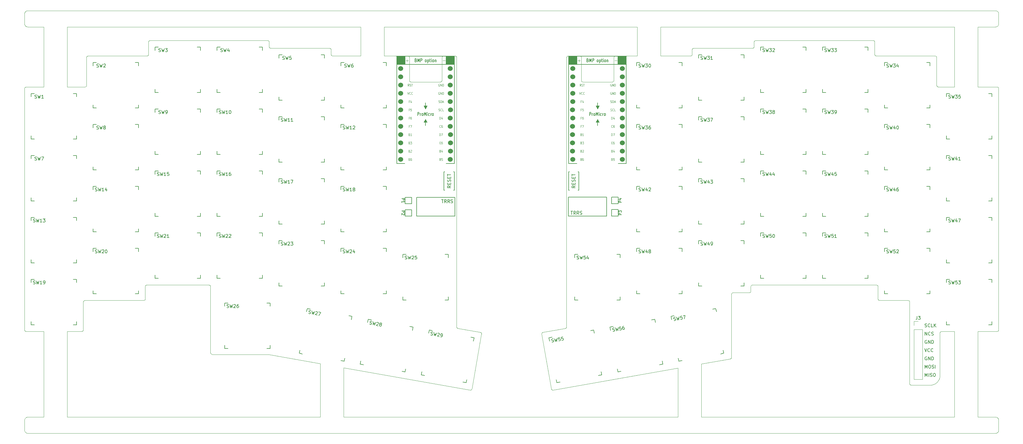
<source format=gto>
G04 #@! TF.GenerationSoftware,KiCad,Pcbnew,7.0.6*
G04 #@! TF.CreationDate,2024-01-13T20:54:37+09:00*
G04 #@! TF.ProjectId,SumNight57,53756d4e-6967-4687-9435-372e6b696361,rev?*
G04 #@! TF.SameCoordinates,Original*
G04 #@! TF.FileFunction,Legend,Top*
G04 #@! TF.FilePolarity,Positive*
%FSLAX46Y46*%
G04 Gerber Fmt 4.6, Leading zero omitted, Abs format (unit mm)*
G04 Created by KiCad (PCBNEW 7.0.6) date 2024-01-13 20:54:37*
%MOMM*%
%LPD*%
G01*
G04 APERTURE LIST*
%ADD10C,0.150000*%
%ADD11C,0.160000*%
%ADD12C,0.120000*%
%ADD13C,0.200000*%
%ADD14C,0.100000*%
%ADD15C,1.524000*%
G04 #@! TA.AperFunction,Profile*
%ADD16C,0.105833*%
G04 #@! TD*
G04 APERTURE END LIST*
D10*
X284683134Y-142325844D02*
X284825991Y-142373463D01*
X284825991Y-142373463D02*
X285064086Y-142373463D01*
X285064086Y-142373463D02*
X285159324Y-142325844D01*
X285159324Y-142325844D02*
X285206943Y-142278224D01*
X285206943Y-142278224D02*
X285254562Y-142182986D01*
X285254562Y-142182986D02*
X285254562Y-142087748D01*
X285254562Y-142087748D02*
X285206943Y-141992510D01*
X285206943Y-141992510D02*
X285159324Y-141944891D01*
X285159324Y-141944891D02*
X285064086Y-141897272D01*
X285064086Y-141897272D02*
X284873610Y-141849653D01*
X284873610Y-141849653D02*
X284778372Y-141802034D01*
X284778372Y-141802034D02*
X284730753Y-141754415D01*
X284730753Y-141754415D02*
X284683134Y-141659177D01*
X284683134Y-141659177D02*
X284683134Y-141563939D01*
X284683134Y-141563939D02*
X284730753Y-141468701D01*
X284730753Y-141468701D02*
X284778372Y-141421082D01*
X284778372Y-141421082D02*
X284873610Y-141373463D01*
X284873610Y-141373463D02*
X285111705Y-141373463D01*
X285111705Y-141373463D02*
X285254562Y-141421082D01*
X286254562Y-142278224D02*
X286206943Y-142325844D01*
X286206943Y-142325844D02*
X286064086Y-142373463D01*
X286064086Y-142373463D02*
X285968848Y-142373463D01*
X285968848Y-142373463D02*
X285825991Y-142325844D01*
X285825991Y-142325844D02*
X285730753Y-142230605D01*
X285730753Y-142230605D02*
X285683134Y-142135367D01*
X285683134Y-142135367D02*
X285635515Y-141944891D01*
X285635515Y-141944891D02*
X285635515Y-141802034D01*
X285635515Y-141802034D02*
X285683134Y-141611558D01*
X285683134Y-141611558D02*
X285730753Y-141516320D01*
X285730753Y-141516320D02*
X285825991Y-141421082D01*
X285825991Y-141421082D02*
X285968848Y-141373463D01*
X285968848Y-141373463D02*
X286064086Y-141373463D01*
X286064086Y-141373463D02*
X286206943Y-141421082D01*
X286206943Y-141421082D02*
X286254562Y-141468701D01*
X287159324Y-142373463D02*
X286683134Y-142373463D01*
X286683134Y-142373463D02*
X286683134Y-141373463D01*
X287492658Y-142373463D02*
X287492658Y-141373463D01*
X288064086Y-142373463D02*
X287635515Y-141802034D01*
X288064086Y-141373463D02*
X287492658Y-141944891D01*
X285254562Y-146501082D02*
X285159324Y-146453463D01*
X285159324Y-146453463D02*
X285016467Y-146453463D01*
X285016467Y-146453463D02*
X284873610Y-146501082D01*
X284873610Y-146501082D02*
X284778372Y-146596320D01*
X284778372Y-146596320D02*
X284730753Y-146691558D01*
X284730753Y-146691558D02*
X284683134Y-146882034D01*
X284683134Y-146882034D02*
X284683134Y-147024891D01*
X284683134Y-147024891D02*
X284730753Y-147215367D01*
X284730753Y-147215367D02*
X284778372Y-147310605D01*
X284778372Y-147310605D02*
X284873610Y-147405844D01*
X284873610Y-147405844D02*
X285016467Y-147453463D01*
X285016467Y-147453463D02*
X285111705Y-147453463D01*
X285111705Y-147453463D02*
X285254562Y-147405844D01*
X285254562Y-147405844D02*
X285302181Y-147358224D01*
X285302181Y-147358224D02*
X285302181Y-147024891D01*
X285302181Y-147024891D02*
X285111705Y-147024891D01*
X285730753Y-147453463D02*
X285730753Y-146453463D01*
X285730753Y-146453463D02*
X286302181Y-147453463D01*
X286302181Y-147453463D02*
X286302181Y-146453463D01*
X286778372Y-147453463D02*
X286778372Y-146453463D01*
X286778372Y-146453463D02*
X287016467Y-146453463D01*
X287016467Y-146453463D02*
X287159324Y-146501082D01*
X287159324Y-146501082D02*
X287254562Y-146596320D01*
X287254562Y-146596320D02*
X287302181Y-146691558D01*
X287302181Y-146691558D02*
X287349800Y-146882034D01*
X287349800Y-146882034D02*
X287349800Y-147024891D01*
X287349800Y-147024891D02*
X287302181Y-147215367D01*
X287302181Y-147215367D02*
X287254562Y-147310605D01*
X287254562Y-147310605D02*
X287159324Y-147405844D01*
X287159324Y-147405844D02*
X287016467Y-147453463D01*
X287016467Y-147453463D02*
X286778372Y-147453463D01*
X284730753Y-157613463D02*
X284730753Y-156613463D01*
X284730753Y-156613463D02*
X285064086Y-157327748D01*
X285064086Y-157327748D02*
X285397419Y-156613463D01*
X285397419Y-156613463D02*
X285397419Y-157613463D01*
X285873610Y-157613463D02*
X285873610Y-156613463D01*
X286302181Y-157565844D02*
X286445038Y-157613463D01*
X286445038Y-157613463D02*
X286683133Y-157613463D01*
X286683133Y-157613463D02*
X286778371Y-157565844D01*
X286778371Y-157565844D02*
X286825990Y-157518224D01*
X286825990Y-157518224D02*
X286873609Y-157422986D01*
X286873609Y-157422986D02*
X286873609Y-157327748D01*
X286873609Y-157327748D02*
X286825990Y-157232510D01*
X286825990Y-157232510D02*
X286778371Y-157184891D01*
X286778371Y-157184891D02*
X286683133Y-157137272D01*
X286683133Y-157137272D02*
X286492657Y-157089653D01*
X286492657Y-157089653D02*
X286397419Y-157042034D01*
X286397419Y-157042034D02*
X286349800Y-156994415D01*
X286349800Y-156994415D02*
X286302181Y-156899177D01*
X286302181Y-156899177D02*
X286302181Y-156803939D01*
X286302181Y-156803939D02*
X286349800Y-156708701D01*
X286349800Y-156708701D02*
X286397419Y-156661082D01*
X286397419Y-156661082D02*
X286492657Y-156613463D01*
X286492657Y-156613463D02*
X286730752Y-156613463D01*
X286730752Y-156613463D02*
X286873609Y-156661082D01*
X287492657Y-156613463D02*
X287683133Y-156613463D01*
X287683133Y-156613463D02*
X287778371Y-156661082D01*
X287778371Y-156661082D02*
X287873609Y-156756320D01*
X287873609Y-156756320D02*
X287921228Y-156946796D01*
X287921228Y-156946796D02*
X287921228Y-157280129D01*
X287921228Y-157280129D02*
X287873609Y-157470605D01*
X287873609Y-157470605D02*
X287778371Y-157565844D01*
X287778371Y-157565844D02*
X287683133Y-157613463D01*
X287683133Y-157613463D02*
X287492657Y-157613463D01*
X287492657Y-157613463D02*
X287397419Y-157565844D01*
X287397419Y-157565844D02*
X287302181Y-157470605D01*
X287302181Y-157470605D02*
X287254562Y-157280129D01*
X287254562Y-157280129D02*
X287254562Y-156946796D01*
X287254562Y-156946796D02*
X287302181Y-156756320D01*
X287302181Y-156756320D02*
X287397419Y-156661082D01*
X287397419Y-156661082D02*
X287492657Y-156613463D01*
X284587896Y-148993463D02*
X284921229Y-149993463D01*
X284921229Y-149993463D02*
X285254562Y-148993463D01*
X286159324Y-149898224D02*
X286111705Y-149945844D01*
X286111705Y-149945844D02*
X285968848Y-149993463D01*
X285968848Y-149993463D02*
X285873610Y-149993463D01*
X285873610Y-149993463D02*
X285730753Y-149945844D01*
X285730753Y-149945844D02*
X285635515Y-149850605D01*
X285635515Y-149850605D02*
X285587896Y-149755367D01*
X285587896Y-149755367D02*
X285540277Y-149564891D01*
X285540277Y-149564891D02*
X285540277Y-149422034D01*
X285540277Y-149422034D02*
X285587896Y-149231558D01*
X285587896Y-149231558D02*
X285635515Y-149136320D01*
X285635515Y-149136320D02*
X285730753Y-149041082D01*
X285730753Y-149041082D02*
X285873610Y-148993463D01*
X285873610Y-148993463D02*
X285968848Y-148993463D01*
X285968848Y-148993463D02*
X286111705Y-149041082D01*
X286111705Y-149041082D02*
X286159324Y-149088701D01*
X287159324Y-149898224D02*
X287111705Y-149945844D01*
X287111705Y-149945844D02*
X286968848Y-149993463D01*
X286968848Y-149993463D02*
X286873610Y-149993463D01*
X286873610Y-149993463D02*
X286730753Y-149945844D01*
X286730753Y-149945844D02*
X286635515Y-149850605D01*
X286635515Y-149850605D02*
X286587896Y-149755367D01*
X286587896Y-149755367D02*
X286540277Y-149564891D01*
X286540277Y-149564891D02*
X286540277Y-149422034D01*
X286540277Y-149422034D02*
X286587896Y-149231558D01*
X286587896Y-149231558D02*
X286635515Y-149136320D01*
X286635515Y-149136320D02*
X286730753Y-149041082D01*
X286730753Y-149041082D02*
X286873610Y-148993463D01*
X286873610Y-148993463D02*
X286968848Y-148993463D01*
X286968848Y-148993463D02*
X287111705Y-149041082D01*
X287111705Y-149041082D02*
X287159324Y-149088701D01*
X285254562Y-151581082D02*
X285159324Y-151533463D01*
X285159324Y-151533463D02*
X285016467Y-151533463D01*
X285016467Y-151533463D02*
X284873610Y-151581082D01*
X284873610Y-151581082D02*
X284778372Y-151676320D01*
X284778372Y-151676320D02*
X284730753Y-151771558D01*
X284730753Y-151771558D02*
X284683134Y-151962034D01*
X284683134Y-151962034D02*
X284683134Y-152104891D01*
X284683134Y-152104891D02*
X284730753Y-152295367D01*
X284730753Y-152295367D02*
X284778372Y-152390605D01*
X284778372Y-152390605D02*
X284873610Y-152485844D01*
X284873610Y-152485844D02*
X285016467Y-152533463D01*
X285016467Y-152533463D02*
X285111705Y-152533463D01*
X285111705Y-152533463D02*
X285254562Y-152485844D01*
X285254562Y-152485844D02*
X285302181Y-152438224D01*
X285302181Y-152438224D02*
X285302181Y-152104891D01*
X285302181Y-152104891D02*
X285111705Y-152104891D01*
X285730753Y-152533463D02*
X285730753Y-151533463D01*
X285730753Y-151533463D02*
X286302181Y-152533463D01*
X286302181Y-152533463D02*
X286302181Y-151533463D01*
X286778372Y-152533463D02*
X286778372Y-151533463D01*
X286778372Y-151533463D02*
X287016467Y-151533463D01*
X287016467Y-151533463D02*
X287159324Y-151581082D01*
X287159324Y-151581082D02*
X287254562Y-151676320D01*
X287254562Y-151676320D02*
X287302181Y-151771558D01*
X287302181Y-151771558D02*
X287349800Y-151962034D01*
X287349800Y-151962034D02*
X287349800Y-152104891D01*
X287349800Y-152104891D02*
X287302181Y-152295367D01*
X287302181Y-152295367D02*
X287254562Y-152390605D01*
X287254562Y-152390605D02*
X287159324Y-152485844D01*
X287159324Y-152485844D02*
X287016467Y-152533463D01*
X287016467Y-152533463D02*
X286778372Y-152533463D01*
X284730753Y-144913463D02*
X284730753Y-143913463D01*
X284730753Y-143913463D02*
X285302181Y-144913463D01*
X285302181Y-144913463D02*
X285302181Y-143913463D01*
X286349800Y-144818224D02*
X286302181Y-144865844D01*
X286302181Y-144865844D02*
X286159324Y-144913463D01*
X286159324Y-144913463D02*
X286064086Y-144913463D01*
X286064086Y-144913463D02*
X285921229Y-144865844D01*
X285921229Y-144865844D02*
X285825991Y-144770605D01*
X285825991Y-144770605D02*
X285778372Y-144675367D01*
X285778372Y-144675367D02*
X285730753Y-144484891D01*
X285730753Y-144484891D02*
X285730753Y-144342034D01*
X285730753Y-144342034D02*
X285778372Y-144151558D01*
X285778372Y-144151558D02*
X285825991Y-144056320D01*
X285825991Y-144056320D02*
X285921229Y-143961082D01*
X285921229Y-143961082D02*
X286064086Y-143913463D01*
X286064086Y-143913463D02*
X286159324Y-143913463D01*
X286159324Y-143913463D02*
X286302181Y-143961082D01*
X286302181Y-143961082D02*
X286349800Y-144008701D01*
X286730753Y-144865844D02*
X286873610Y-144913463D01*
X286873610Y-144913463D02*
X287111705Y-144913463D01*
X287111705Y-144913463D02*
X287206943Y-144865844D01*
X287206943Y-144865844D02*
X287254562Y-144818224D01*
X287254562Y-144818224D02*
X287302181Y-144722986D01*
X287302181Y-144722986D02*
X287302181Y-144627748D01*
X287302181Y-144627748D02*
X287254562Y-144532510D01*
X287254562Y-144532510D02*
X287206943Y-144484891D01*
X287206943Y-144484891D02*
X287111705Y-144437272D01*
X287111705Y-144437272D02*
X286921229Y-144389653D01*
X286921229Y-144389653D02*
X286825991Y-144342034D01*
X286825991Y-144342034D02*
X286778372Y-144294415D01*
X286778372Y-144294415D02*
X286730753Y-144199177D01*
X286730753Y-144199177D02*
X286730753Y-144103939D01*
X286730753Y-144103939D02*
X286778372Y-144008701D01*
X286778372Y-144008701D02*
X286825991Y-143961082D01*
X286825991Y-143961082D02*
X286921229Y-143913463D01*
X286921229Y-143913463D02*
X287159324Y-143913463D01*
X287159324Y-143913463D02*
X287302181Y-143961082D01*
X284730753Y-155073463D02*
X284730753Y-154073463D01*
X284730753Y-154073463D02*
X285064086Y-154787748D01*
X285064086Y-154787748D02*
X285397419Y-154073463D01*
X285397419Y-154073463D02*
X285397419Y-155073463D01*
X286064086Y-154073463D02*
X286254562Y-154073463D01*
X286254562Y-154073463D02*
X286349800Y-154121082D01*
X286349800Y-154121082D02*
X286445038Y-154216320D01*
X286445038Y-154216320D02*
X286492657Y-154406796D01*
X286492657Y-154406796D02*
X286492657Y-154740129D01*
X286492657Y-154740129D02*
X286445038Y-154930605D01*
X286445038Y-154930605D02*
X286349800Y-155025844D01*
X286349800Y-155025844D02*
X286254562Y-155073463D01*
X286254562Y-155073463D02*
X286064086Y-155073463D01*
X286064086Y-155073463D02*
X285968848Y-155025844D01*
X285968848Y-155025844D02*
X285873610Y-154930605D01*
X285873610Y-154930605D02*
X285825991Y-154740129D01*
X285825991Y-154740129D02*
X285825991Y-154406796D01*
X285825991Y-154406796D02*
X285873610Y-154216320D01*
X285873610Y-154216320D02*
X285968848Y-154121082D01*
X285968848Y-154121082D02*
X286064086Y-154073463D01*
X286873610Y-155025844D02*
X287016467Y-155073463D01*
X287016467Y-155073463D02*
X287254562Y-155073463D01*
X287254562Y-155073463D02*
X287349800Y-155025844D01*
X287349800Y-155025844D02*
X287397419Y-154978224D01*
X287397419Y-154978224D02*
X287445038Y-154882986D01*
X287445038Y-154882986D02*
X287445038Y-154787748D01*
X287445038Y-154787748D02*
X287397419Y-154692510D01*
X287397419Y-154692510D02*
X287349800Y-154644891D01*
X287349800Y-154644891D02*
X287254562Y-154597272D01*
X287254562Y-154597272D02*
X287064086Y-154549653D01*
X287064086Y-154549653D02*
X286968848Y-154502034D01*
X286968848Y-154502034D02*
X286921229Y-154454415D01*
X286921229Y-154454415D02*
X286873610Y-154359177D01*
X286873610Y-154359177D02*
X286873610Y-154263939D01*
X286873610Y-154263939D02*
X286921229Y-154168701D01*
X286921229Y-154168701D02*
X286968848Y-154121082D01*
X286968848Y-154121082D02*
X287064086Y-154073463D01*
X287064086Y-154073463D02*
X287302181Y-154073463D01*
X287302181Y-154073463D02*
X287445038Y-154121082D01*
X287873610Y-155073463D02*
X287873610Y-154073463D01*
X282282640Y-139038463D02*
X282282640Y-139752748D01*
X282282640Y-139752748D02*
X282235021Y-139895605D01*
X282235021Y-139895605D02*
X282139783Y-139990844D01*
X282139783Y-139990844D02*
X281996926Y-140038463D01*
X281996926Y-140038463D02*
X281901688Y-140038463D01*
X282663593Y-139038463D02*
X283282640Y-139038463D01*
X283282640Y-139038463D02*
X282949307Y-139419415D01*
X282949307Y-139419415D02*
X283092164Y-139419415D01*
X283092164Y-139419415D02*
X283187402Y-139467034D01*
X283187402Y-139467034D02*
X283235021Y-139514653D01*
X283235021Y-139514653D02*
X283282640Y-139609891D01*
X283282640Y-139609891D02*
X283282640Y-139847986D01*
X283282640Y-139847986D02*
X283235021Y-139943224D01*
X283235021Y-139943224D02*
X283187402Y-139990844D01*
X283187402Y-139990844D02*
X283092164Y-140038463D01*
X283092164Y-140038463D02*
X282806450Y-140038463D01*
X282806450Y-140038463D02*
X282711212Y-139990844D01*
X282711212Y-139990844D02*
X282663593Y-139943224D01*
X123875757Y-102879970D02*
X124688557Y-102879970D01*
X124688557Y-102879970D02*
X124688557Y-103189608D01*
X124688557Y-103189608D02*
X124649852Y-103267018D01*
X124649852Y-103267018D02*
X124611147Y-103305723D01*
X124611147Y-103305723D02*
X124533738Y-103344427D01*
X124533738Y-103344427D02*
X124417623Y-103344427D01*
X124417623Y-103344427D02*
X124340214Y-103305723D01*
X124340214Y-103305723D02*
X124301509Y-103267018D01*
X124301509Y-103267018D02*
X124262804Y-103189608D01*
X124262804Y-103189608D02*
X124262804Y-102879970D01*
X123875757Y-104118523D02*
X123875757Y-103654066D01*
X123875757Y-103886294D02*
X124688557Y-103886294D01*
X124688557Y-103886294D02*
X124572442Y-103808885D01*
X124572442Y-103808885D02*
X124495033Y-103731475D01*
X124495033Y-103731475D02*
X124456328Y-103654066D01*
X191375190Y-104029817D02*
X190562390Y-104029817D01*
X190562390Y-104029817D02*
X190562390Y-103720179D01*
X190562390Y-103720179D02*
X190601095Y-103642769D01*
X190601095Y-103642769D02*
X190639800Y-103604064D01*
X190639800Y-103604064D02*
X190717209Y-103565360D01*
X190717209Y-103565360D02*
X190833324Y-103565360D01*
X190833324Y-103565360D02*
X190910733Y-103604064D01*
X190910733Y-103604064D02*
X190949438Y-103642769D01*
X190949438Y-103642769D02*
X190988143Y-103720179D01*
X190988143Y-103720179D02*
X190988143Y-104029817D01*
X190833324Y-102868674D02*
X191375190Y-102868674D01*
X190523686Y-103062198D02*
X191104257Y-103255721D01*
X191104257Y-103255721D02*
X191104257Y-102752560D01*
X175819069Y-106777213D02*
X176390497Y-106777213D01*
X176104783Y-107777213D02*
X176104783Y-106777213D01*
X177295259Y-107777213D02*
X176961926Y-107301022D01*
X176723831Y-107777213D02*
X176723831Y-106777213D01*
X176723831Y-106777213D02*
X177104783Y-106777213D01*
X177104783Y-106777213D02*
X177200021Y-106824832D01*
X177200021Y-106824832D02*
X177247640Y-106872451D01*
X177247640Y-106872451D02*
X177295259Y-106967689D01*
X177295259Y-106967689D02*
X177295259Y-107110546D01*
X177295259Y-107110546D02*
X177247640Y-107205784D01*
X177247640Y-107205784D02*
X177200021Y-107253403D01*
X177200021Y-107253403D02*
X177104783Y-107301022D01*
X177104783Y-107301022D02*
X176723831Y-107301022D01*
X178295259Y-107777213D02*
X177961926Y-107301022D01*
X177723831Y-107777213D02*
X177723831Y-106777213D01*
X177723831Y-106777213D02*
X178104783Y-106777213D01*
X178104783Y-106777213D02*
X178200021Y-106824832D01*
X178200021Y-106824832D02*
X178247640Y-106872451D01*
X178247640Y-106872451D02*
X178295259Y-106967689D01*
X178295259Y-106967689D02*
X178295259Y-107110546D01*
X178295259Y-107110546D02*
X178247640Y-107205784D01*
X178247640Y-107205784D02*
X178200021Y-107253403D01*
X178200021Y-107253403D02*
X178104783Y-107301022D01*
X178104783Y-107301022D02*
X177723831Y-107301022D01*
X178676212Y-107729594D02*
X178819069Y-107777213D01*
X178819069Y-107777213D02*
X179057164Y-107777213D01*
X179057164Y-107777213D02*
X179152402Y-107729594D01*
X179152402Y-107729594D02*
X179200021Y-107681974D01*
X179200021Y-107681974D02*
X179247640Y-107586736D01*
X179247640Y-107586736D02*
X179247640Y-107491498D01*
X179247640Y-107491498D02*
X179200021Y-107396260D01*
X179200021Y-107396260D02*
X179152402Y-107348641D01*
X179152402Y-107348641D02*
X179057164Y-107301022D01*
X179057164Y-107301022D02*
X178866688Y-107253403D01*
X178866688Y-107253403D02*
X178771450Y-107205784D01*
X178771450Y-107205784D02*
X178723831Y-107158165D01*
X178723831Y-107158165D02*
X178676212Y-107062927D01*
X178676212Y-107062927D02*
X178676212Y-106967689D01*
X178676212Y-106967689D02*
X178723831Y-106872451D01*
X178723831Y-106872451D02*
X178771450Y-106824832D01*
X178771450Y-106824832D02*
X178866688Y-106777213D01*
X178866688Y-106777213D02*
X179104783Y-106777213D01*
X179104783Y-106777213D02*
X179247640Y-106824832D01*
D11*
X128735926Y-77344193D02*
X128735926Y-76344193D01*
X128735926Y-76344193D02*
X129040688Y-76344193D01*
X129040688Y-76344193D02*
X129116878Y-76391812D01*
X129116878Y-76391812D02*
X129154973Y-76439431D01*
X129154973Y-76439431D02*
X129193069Y-76534669D01*
X129193069Y-76534669D02*
X129193069Y-76677526D01*
X129193069Y-76677526D02*
X129154973Y-76772764D01*
X129154973Y-76772764D02*
X129116878Y-76820383D01*
X129116878Y-76820383D02*
X129040688Y-76868002D01*
X129040688Y-76868002D02*
X128735926Y-76868002D01*
X129535926Y-77344193D02*
X129535926Y-76677526D01*
X129535926Y-76868002D02*
X129574021Y-76772764D01*
X129574021Y-76772764D02*
X129612116Y-76725145D01*
X129612116Y-76725145D02*
X129688307Y-76677526D01*
X129688307Y-76677526D02*
X129764497Y-76677526D01*
X130145449Y-77344193D02*
X130069259Y-77296574D01*
X130069259Y-77296574D02*
X130031164Y-77248954D01*
X130031164Y-77248954D02*
X129993068Y-77153716D01*
X129993068Y-77153716D02*
X129993068Y-76868002D01*
X129993068Y-76868002D02*
X130031164Y-76772764D01*
X130031164Y-76772764D02*
X130069259Y-76725145D01*
X130069259Y-76725145D02*
X130145449Y-76677526D01*
X130145449Y-76677526D02*
X130259735Y-76677526D01*
X130259735Y-76677526D02*
X130335926Y-76725145D01*
X130335926Y-76725145D02*
X130374021Y-76772764D01*
X130374021Y-76772764D02*
X130412116Y-76868002D01*
X130412116Y-76868002D02*
X130412116Y-77153716D01*
X130412116Y-77153716D02*
X130374021Y-77248954D01*
X130374021Y-77248954D02*
X130335926Y-77296574D01*
X130335926Y-77296574D02*
X130259735Y-77344193D01*
X130259735Y-77344193D02*
X130145449Y-77344193D01*
X130754974Y-77344193D02*
X130754974Y-76344193D01*
X130754974Y-76344193D02*
X131021640Y-77058478D01*
X131021640Y-77058478D02*
X131288307Y-76344193D01*
X131288307Y-76344193D02*
X131288307Y-77344193D01*
X131669260Y-77344193D02*
X131669260Y-76677526D01*
X131669260Y-76344193D02*
X131631164Y-76391812D01*
X131631164Y-76391812D02*
X131669260Y-76439431D01*
X131669260Y-76439431D02*
X131707355Y-76391812D01*
X131707355Y-76391812D02*
X131669260Y-76344193D01*
X131669260Y-76344193D02*
X131669260Y-76439431D01*
X132393069Y-77296574D02*
X132316878Y-77344193D01*
X132316878Y-77344193D02*
X132164497Y-77344193D01*
X132164497Y-77344193D02*
X132088307Y-77296574D01*
X132088307Y-77296574D02*
X132050212Y-77248954D01*
X132050212Y-77248954D02*
X132012116Y-77153716D01*
X132012116Y-77153716D02*
X132012116Y-76868002D01*
X132012116Y-76868002D02*
X132050212Y-76772764D01*
X132050212Y-76772764D02*
X132088307Y-76725145D01*
X132088307Y-76725145D02*
X132164497Y-76677526D01*
X132164497Y-76677526D02*
X132316878Y-76677526D01*
X132316878Y-76677526D02*
X132393069Y-76725145D01*
X132735926Y-77344193D02*
X132735926Y-76677526D01*
X132735926Y-76868002D02*
X132774021Y-76772764D01*
X132774021Y-76772764D02*
X132812116Y-76725145D01*
X132812116Y-76725145D02*
X132888307Y-76677526D01*
X132888307Y-76677526D02*
X132964497Y-76677526D01*
X133345449Y-77344193D02*
X133269259Y-77296574D01*
X133269259Y-77296574D02*
X133231164Y-77248954D01*
X133231164Y-77248954D02*
X133193068Y-77153716D01*
X133193068Y-77153716D02*
X133193068Y-76868002D01*
X133193068Y-76868002D02*
X133231164Y-76772764D01*
X133231164Y-76772764D02*
X133269259Y-76725145D01*
X133269259Y-76725145D02*
X133345449Y-76677526D01*
X133345449Y-76677526D02*
X133459735Y-76677526D01*
X133459735Y-76677526D02*
X133535926Y-76725145D01*
X133535926Y-76725145D02*
X133574021Y-76772764D01*
X133574021Y-76772764D02*
X133612116Y-76868002D01*
X133612116Y-76868002D02*
X133612116Y-77153716D01*
X133612116Y-77153716D02*
X133574021Y-77248954D01*
X133574021Y-77248954D02*
X133535926Y-77296574D01*
X133535926Y-77296574D02*
X133459735Y-77344193D01*
X133459735Y-77344193D02*
X133345449Y-77344193D01*
D12*
X135462117Y-78500618D02*
X135462117Y-77750618D01*
X135462117Y-77750618D02*
X135604974Y-77750618D01*
X135604974Y-77750618D02*
X135690688Y-77786332D01*
X135690688Y-77786332D02*
X135747831Y-77857761D01*
X135747831Y-77857761D02*
X135776402Y-77929189D01*
X135776402Y-77929189D02*
X135804974Y-78072046D01*
X135804974Y-78072046D02*
X135804974Y-78179189D01*
X135804974Y-78179189D02*
X135776402Y-78322046D01*
X135776402Y-78322046D02*
X135747831Y-78393475D01*
X135747831Y-78393475D02*
X135690688Y-78464904D01*
X135690688Y-78464904D02*
X135604974Y-78500618D01*
X135604974Y-78500618D02*
X135462117Y-78500618D01*
X136319260Y-78000618D02*
X136319260Y-78500618D01*
X136176402Y-77714904D02*
X136033545Y-78250618D01*
X136033545Y-78250618D02*
X136404974Y-78250618D01*
X135462117Y-83580618D02*
X135462117Y-82830618D01*
X135462117Y-82830618D02*
X135604974Y-82830618D01*
X135604974Y-82830618D02*
X135690688Y-82866332D01*
X135690688Y-82866332D02*
X135747831Y-82937761D01*
X135747831Y-82937761D02*
X135776402Y-83009189D01*
X135776402Y-83009189D02*
X135804974Y-83152046D01*
X135804974Y-83152046D02*
X135804974Y-83259189D01*
X135804974Y-83259189D02*
X135776402Y-83402046D01*
X135776402Y-83402046D02*
X135747831Y-83473475D01*
X135747831Y-83473475D02*
X135690688Y-83544904D01*
X135690688Y-83544904D02*
X135604974Y-83580618D01*
X135604974Y-83580618D02*
X135462117Y-83580618D01*
X136004974Y-82830618D02*
X136404974Y-82830618D01*
X136404974Y-82830618D02*
X136147831Y-83580618D01*
X135662117Y-90807761D02*
X135747831Y-90843475D01*
X135747831Y-90843475D02*
X135776402Y-90879189D01*
X135776402Y-90879189D02*
X135804974Y-90950618D01*
X135804974Y-90950618D02*
X135804974Y-91057761D01*
X135804974Y-91057761D02*
X135776402Y-91129189D01*
X135776402Y-91129189D02*
X135747831Y-91164904D01*
X135747831Y-91164904D02*
X135690688Y-91200618D01*
X135690688Y-91200618D02*
X135462117Y-91200618D01*
X135462117Y-91200618D02*
X135462117Y-90450618D01*
X135462117Y-90450618D02*
X135662117Y-90450618D01*
X135662117Y-90450618D02*
X135719260Y-90486332D01*
X135719260Y-90486332D02*
X135747831Y-90522046D01*
X135747831Y-90522046D02*
X135776402Y-90593475D01*
X135776402Y-90593475D02*
X135776402Y-90664904D01*
X135776402Y-90664904D02*
X135747831Y-90736332D01*
X135747831Y-90736332D02*
X135719260Y-90772046D01*
X135719260Y-90772046D02*
X135662117Y-90807761D01*
X135662117Y-90807761D02*
X135462117Y-90807761D01*
X136347831Y-90450618D02*
X136062117Y-90450618D01*
X136062117Y-90450618D02*
X136033545Y-90807761D01*
X136033545Y-90807761D02*
X136062117Y-90772046D01*
X136062117Y-90772046D02*
X136119260Y-90736332D01*
X136119260Y-90736332D02*
X136262117Y-90736332D01*
X136262117Y-90736332D02*
X136319260Y-90772046D01*
X136319260Y-90772046D02*
X136347831Y-90807761D01*
X136347831Y-90807761D02*
X136376402Y-90879189D01*
X136376402Y-90879189D02*
X136376402Y-91057761D01*
X136376402Y-91057761D02*
X136347831Y-91129189D01*
X136347831Y-91129189D02*
X136319260Y-91164904D01*
X136319260Y-91164904D02*
X136262117Y-91200618D01*
X136262117Y-91200618D02*
X136119260Y-91200618D01*
X136119260Y-91200618D02*
X136062117Y-91164904D01*
X136062117Y-91164904D02*
X136033545Y-91129189D01*
X125604973Y-70130618D02*
X125804973Y-70880618D01*
X125804973Y-70880618D02*
X126004973Y-70130618D01*
X126547831Y-70809189D02*
X126519259Y-70844904D01*
X126519259Y-70844904D02*
X126433545Y-70880618D01*
X126433545Y-70880618D02*
X126376402Y-70880618D01*
X126376402Y-70880618D02*
X126290688Y-70844904D01*
X126290688Y-70844904D02*
X126233545Y-70773475D01*
X126233545Y-70773475D02*
X126204974Y-70702046D01*
X126204974Y-70702046D02*
X126176402Y-70559189D01*
X126176402Y-70559189D02*
X126176402Y-70452046D01*
X126176402Y-70452046D02*
X126204974Y-70309189D01*
X126204974Y-70309189D02*
X126233545Y-70237761D01*
X126233545Y-70237761D02*
X126290688Y-70166332D01*
X126290688Y-70166332D02*
X126376402Y-70130618D01*
X126376402Y-70130618D02*
X126433545Y-70130618D01*
X126433545Y-70130618D02*
X126519259Y-70166332D01*
X126519259Y-70166332D02*
X126547831Y-70202046D01*
X127147831Y-70809189D02*
X127119259Y-70844904D01*
X127119259Y-70844904D02*
X127033545Y-70880618D01*
X127033545Y-70880618D02*
X126976402Y-70880618D01*
X126976402Y-70880618D02*
X126890688Y-70844904D01*
X126890688Y-70844904D02*
X126833545Y-70773475D01*
X126833545Y-70773475D02*
X126804974Y-70702046D01*
X126804974Y-70702046D02*
X126776402Y-70559189D01*
X126776402Y-70559189D02*
X126776402Y-70452046D01*
X126776402Y-70452046D02*
X126804974Y-70309189D01*
X126804974Y-70309189D02*
X126833545Y-70237761D01*
X126833545Y-70237761D02*
X126890688Y-70166332D01*
X126890688Y-70166332D02*
X126976402Y-70130618D01*
X126976402Y-70130618D02*
X127033545Y-70130618D01*
X127033545Y-70130618D02*
X127119259Y-70166332D01*
X127119259Y-70166332D02*
X127147831Y-70202046D01*
X126162117Y-90807761D02*
X126247831Y-90843475D01*
X126247831Y-90843475D02*
X126276402Y-90879189D01*
X126276402Y-90879189D02*
X126304974Y-90950618D01*
X126304974Y-90950618D02*
X126304974Y-91057761D01*
X126304974Y-91057761D02*
X126276402Y-91129189D01*
X126276402Y-91129189D02*
X126247831Y-91164904D01*
X126247831Y-91164904D02*
X126190688Y-91200618D01*
X126190688Y-91200618D02*
X125962117Y-91200618D01*
X125962117Y-91200618D02*
X125962117Y-90450618D01*
X125962117Y-90450618D02*
X126162117Y-90450618D01*
X126162117Y-90450618D02*
X126219260Y-90486332D01*
X126219260Y-90486332D02*
X126247831Y-90522046D01*
X126247831Y-90522046D02*
X126276402Y-90593475D01*
X126276402Y-90593475D02*
X126276402Y-90664904D01*
X126276402Y-90664904D02*
X126247831Y-90736332D01*
X126247831Y-90736332D02*
X126219260Y-90772046D01*
X126219260Y-90772046D02*
X126162117Y-90807761D01*
X126162117Y-90807761D02*
X125962117Y-90807761D01*
X126819260Y-90450618D02*
X126704974Y-90450618D01*
X126704974Y-90450618D02*
X126647831Y-90486332D01*
X126647831Y-90486332D02*
X126619260Y-90522046D01*
X126619260Y-90522046D02*
X126562117Y-90629189D01*
X126562117Y-90629189D02*
X126533545Y-90772046D01*
X126533545Y-90772046D02*
X126533545Y-91057761D01*
X126533545Y-91057761D02*
X126562117Y-91129189D01*
X126562117Y-91129189D02*
X126590688Y-91164904D01*
X126590688Y-91164904D02*
X126647831Y-91200618D01*
X126647831Y-91200618D02*
X126762117Y-91200618D01*
X126762117Y-91200618D02*
X126819260Y-91164904D01*
X126819260Y-91164904D02*
X126847831Y-91129189D01*
X126847831Y-91129189D02*
X126876402Y-91057761D01*
X126876402Y-91057761D02*
X126876402Y-90879189D01*
X126876402Y-90879189D02*
X126847831Y-90807761D01*
X126847831Y-90807761D02*
X126819260Y-90772046D01*
X126819260Y-90772046D02*
X126762117Y-90736332D01*
X126762117Y-90736332D02*
X126647831Y-90736332D01*
X126647831Y-90736332D02*
X126590688Y-90772046D01*
X126590688Y-90772046D02*
X126562117Y-90807761D01*
X126562117Y-90807761D02*
X126533545Y-90879189D01*
X126076402Y-68340618D02*
X125876402Y-67983475D01*
X125733545Y-68340618D02*
X125733545Y-67590618D01*
X125733545Y-67590618D02*
X125962116Y-67590618D01*
X125962116Y-67590618D02*
X126019259Y-67626332D01*
X126019259Y-67626332D02*
X126047830Y-67662046D01*
X126047830Y-67662046D02*
X126076402Y-67733475D01*
X126076402Y-67733475D02*
X126076402Y-67840618D01*
X126076402Y-67840618D02*
X126047830Y-67912046D01*
X126047830Y-67912046D02*
X126019259Y-67947761D01*
X126019259Y-67947761D02*
X125962116Y-67983475D01*
X125962116Y-67983475D02*
X125733545Y-67983475D01*
X126304973Y-68304904D02*
X126390688Y-68340618D01*
X126390688Y-68340618D02*
X126533545Y-68340618D01*
X126533545Y-68340618D02*
X126590688Y-68304904D01*
X126590688Y-68304904D02*
X126619259Y-68269189D01*
X126619259Y-68269189D02*
X126647830Y-68197761D01*
X126647830Y-68197761D02*
X126647830Y-68126332D01*
X126647830Y-68126332D02*
X126619259Y-68054904D01*
X126619259Y-68054904D02*
X126590688Y-68019189D01*
X126590688Y-68019189D02*
X126533545Y-67983475D01*
X126533545Y-67983475D02*
X126419259Y-67947761D01*
X126419259Y-67947761D02*
X126362116Y-67912046D01*
X126362116Y-67912046D02*
X126333545Y-67876332D01*
X126333545Y-67876332D02*
X126304973Y-67804904D01*
X126304973Y-67804904D02*
X126304973Y-67733475D01*
X126304973Y-67733475D02*
X126333545Y-67662046D01*
X126333545Y-67662046D02*
X126362116Y-67626332D01*
X126362116Y-67626332D02*
X126419259Y-67590618D01*
X126419259Y-67590618D02*
X126562116Y-67590618D01*
X126562116Y-67590618D02*
X126647830Y-67626332D01*
X126819259Y-67590618D02*
X127162117Y-67590618D01*
X126990688Y-68340618D02*
X126990688Y-67590618D01*
D11*
X128183544Y-60328383D02*
X128297830Y-60376002D01*
X128297830Y-60376002D02*
X128335925Y-60423621D01*
X128335925Y-60423621D02*
X128374021Y-60518859D01*
X128374021Y-60518859D02*
X128374021Y-60661716D01*
X128374021Y-60661716D02*
X128335925Y-60756954D01*
X128335925Y-60756954D02*
X128297830Y-60804574D01*
X128297830Y-60804574D02*
X128221640Y-60852193D01*
X128221640Y-60852193D02*
X127916878Y-60852193D01*
X127916878Y-60852193D02*
X127916878Y-59852193D01*
X127916878Y-59852193D02*
X128183544Y-59852193D01*
X128183544Y-59852193D02*
X128259735Y-59899812D01*
X128259735Y-59899812D02*
X128297830Y-59947431D01*
X128297830Y-59947431D02*
X128335925Y-60042669D01*
X128335925Y-60042669D02*
X128335925Y-60137907D01*
X128335925Y-60137907D02*
X128297830Y-60233145D01*
X128297830Y-60233145D02*
X128259735Y-60280764D01*
X128259735Y-60280764D02*
X128183544Y-60328383D01*
X128183544Y-60328383D02*
X127916878Y-60328383D01*
X128716878Y-60852193D02*
X128716878Y-59852193D01*
X128716878Y-59852193D02*
X128983544Y-60566478D01*
X128983544Y-60566478D02*
X129250211Y-59852193D01*
X129250211Y-59852193D02*
X129250211Y-60852193D01*
X129631164Y-60852193D02*
X129631164Y-59852193D01*
X129631164Y-59852193D02*
X129935926Y-59852193D01*
X129935926Y-59852193D02*
X130012116Y-59899812D01*
X130012116Y-59899812D02*
X130050211Y-59947431D01*
X130050211Y-59947431D02*
X130088307Y-60042669D01*
X130088307Y-60042669D02*
X130088307Y-60185526D01*
X130088307Y-60185526D02*
X130050211Y-60280764D01*
X130050211Y-60280764D02*
X130012116Y-60328383D01*
X130012116Y-60328383D02*
X129935926Y-60376002D01*
X129935926Y-60376002D02*
X129631164Y-60376002D01*
X131154973Y-60852193D02*
X131078783Y-60804574D01*
X131078783Y-60804574D02*
X131040688Y-60756954D01*
X131040688Y-60756954D02*
X131002592Y-60661716D01*
X131002592Y-60661716D02*
X131002592Y-60376002D01*
X131002592Y-60376002D02*
X131040688Y-60280764D01*
X131040688Y-60280764D02*
X131078783Y-60233145D01*
X131078783Y-60233145D02*
X131154973Y-60185526D01*
X131154973Y-60185526D02*
X131269259Y-60185526D01*
X131269259Y-60185526D02*
X131345450Y-60233145D01*
X131345450Y-60233145D02*
X131383545Y-60280764D01*
X131383545Y-60280764D02*
X131421640Y-60376002D01*
X131421640Y-60376002D02*
X131421640Y-60661716D01*
X131421640Y-60661716D02*
X131383545Y-60756954D01*
X131383545Y-60756954D02*
X131345450Y-60804574D01*
X131345450Y-60804574D02*
X131269259Y-60852193D01*
X131269259Y-60852193D02*
X131154973Y-60852193D01*
X131764498Y-60185526D02*
X131764498Y-61185526D01*
X131764498Y-60233145D02*
X131840688Y-60185526D01*
X131840688Y-60185526D02*
X131993069Y-60185526D01*
X131993069Y-60185526D02*
X132069260Y-60233145D01*
X132069260Y-60233145D02*
X132107355Y-60280764D01*
X132107355Y-60280764D02*
X132145450Y-60376002D01*
X132145450Y-60376002D02*
X132145450Y-60661716D01*
X132145450Y-60661716D02*
X132107355Y-60756954D01*
X132107355Y-60756954D02*
X132069260Y-60804574D01*
X132069260Y-60804574D02*
X131993069Y-60852193D01*
X131993069Y-60852193D02*
X131840688Y-60852193D01*
X131840688Y-60852193D02*
X131764498Y-60804574D01*
X132374022Y-60185526D02*
X132678784Y-60185526D01*
X132488308Y-59852193D02*
X132488308Y-60709335D01*
X132488308Y-60709335D02*
X132526403Y-60804574D01*
X132526403Y-60804574D02*
X132602593Y-60852193D01*
X132602593Y-60852193D02*
X132678784Y-60852193D01*
X132945451Y-60852193D02*
X132945451Y-60185526D01*
X132945451Y-59852193D02*
X132907355Y-59899812D01*
X132907355Y-59899812D02*
X132945451Y-59947431D01*
X132945451Y-59947431D02*
X132983546Y-59899812D01*
X132983546Y-59899812D02*
X132945451Y-59852193D01*
X132945451Y-59852193D02*
X132945451Y-59947431D01*
X133440688Y-60852193D02*
X133364498Y-60804574D01*
X133364498Y-60804574D02*
X133326403Y-60756954D01*
X133326403Y-60756954D02*
X133288307Y-60661716D01*
X133288307Y-60661716D02*
X133288307Y-60376002D01*
X133288307Y-60376002D02*
X133326403Y-60280764D01*
X133326403Y-60280764D02*
X133364498Y-60233145D01*
X133364498Y-60233145D02*
X133440688Y-60185526D01*
X133440688Y-60185526D02*
X133554974Y-60185526D01*
X133554974Y-60185526D02*
X133631165Y-60233145D01*
X133631165Y-60233145D02*
X133669260Y-60280764D01*
X133669260Y-60280764D02*
X133707355Y-60376002D01*
X133707355Y-60376002D02*
X133707355Y-60661716D01*
X133707355Y-60661716D02*
X133669260Y-60756954D01*
X133669260Y-60756954D02*
X133631165Y-60804574D01*
X133631165Y-60804574D02*
X133554974Y-60852193D01*
X133554974Y-60852193D02*
X133440688Y-60852193D01*
X134050213Y-60185526D02*
X134050213Y-60852193D01*
X134050213Y-60280764D02*
X134088308Y-60233145D01*
X134088308Y-60233145D02*
X134164498Y-60185526D01*
X134164498Y-60185526D02*
X134278784Y-60185526D01*
X134278784Y-60185526D02*
X134354975Y-60233145D01*
X134354975Y-60233145D02*
X134393070Y-60328383D01*
X134393070Y-60328383D02*
X134393070Y-60852193D01*
D12*
X135490688Y-85727761D02*
X135690688Y-85727761D01*
X135776402Y-86120618D02*
X135490688Y-86120618D01*
X135490688Y-86120618D02*
X135490688Y-85370618D01*
X135490688Y-85370618D02*
X135776402Y-85370618D01*
X136290688Y-85370618D02*
X136176402Y-85370618D01*
X136176402Y-85370618D02*
X136119259Y-85406332D01*
X136119259Y-85406332D02*
X136090688Y-85442046D01*
X136090688Y-85442046D02*
X136033545Y-85549189D01*
X136033545Y-85549189D02*
X136004973Y-85692046D01*
X136004973Y-85692046D02*
X136004973Y-85977761D01*
X136004973Y-85977761D02*
X136033545Y-86049189D01*
X136033545Y-86049189D02*
X136062116Y-86084904D01*
X136062116Y-86084904D02*
X136119259Y-86120618D01*
X136119259Y-86120618D02*
X136233545Y-86120618D01*
X136233545Y-86120618D02*
X136290688Y-86084904D01*
X136290688Y-86084904D02*
X136319259Y-86049189D01*
X136319259Y-86049189D02*
X136347830Y-85977761D01*
X136347830Y-85977761D02*
X136347830Y-85799189D01*
X136347830Y-85799189D02*
X136319259Y-85727761D01*
X136319259Y-85727761D02*
X136290688Y-85692046D01*
X136290688Y-85692046D02*
X136233545Y-85656332D01*
X136233545Y-85656332D02*
X136119259Y-85656332D01*
X136119259Y-85656332D02*
X136062116Y-85692046D01*
X136062116Y-85692046D02*
X136033545Y-85727761D01*
X136033545Y-85727761D02*
X136004973Y-85799189D01*
X135190688Y-75924904D02*
X135276403Y-75960618D01*
X135276403Y-75960618D02*
X135419260Y-75960618D01*
X135419260Y-75960618D02*
X135476403Y-75924904D01*
X135476403Y-75924904D02*
X135504974Y-75889189D01*
X135504974Y-75889189D02*
X135533545Y-75817761D01*
X135533545Y-75817761D02*
X135533545Y-75746332D01*
X135533545Y-75746332D02*
X135504974Y-75674904D01*
X135504974Y-75674904D02*
X135476403Y-75639189D01*
X135476403Y-75639189D02*
X135419260Y-75603475D01*
X135419260Y-75603475D02*
X135304974Y-75567761D01*
X135304974Y-75567761D02*
X135247831Y-75532046D01*
X135247831Y-75532046D02*
X135219260Y-75496332D01*
X135219260Y-75496332D02*
X135190688Y-75424904D01*
X135190688Y-75424904D02*
X135190688Y-75353475D01*
X135190688Y-75353475D02*
X135219260Y-75282046D01*
X135219260Y-75282046D02*
X135247831Y-75246332D01*
X135247831Y-75246332D02*
X135304974Y-75210618D01*
X135304974Y-75210618D02*
X135447831Y-75210618D01*
X135447831Y-75210618D02*
X135533545Y-75246332D01*
X136133546Y-75889189D02*
X136104974Y-75924904D01*
X136104974Y-75924904D02*
X136019260Y-75960618D01*
X136019260Y-75960618D02*
X135962117Y-75960618D01*
X135962117Y-75960618D02*
X135876403Y-75924904D01*
X135876403Y-75924904D02*
X135819260Y-75853475D01*
X135819260Y-75853475D02*
X135790689Y-75782046D01*
X135790689Y-75782046D02*
X135762117Y-75639189D01*
X135762117Y-75639189D02*
X135762117Y-75532046D01*
X135762117Y-75532046D02*
X135790689Y-75389189D01*
X135790689Y-75389189D02*
X135819260Y-75317761D01*
X135819260Y-75317761D02*
X135876403Y-75246332D01*
X135876403Y-75246332D02*
X135962117Y-75210618D01*
X135962117Y-75210618D02*
X136019260Y-75210618D01*
X136019260Y-75210618D02*
X136104974Y-75246332D01*
X136104974Y-75246332D02*
X136133546Y-75282046D01*
X136676403Y-75960618D02*
X136390689Y-75960618D01*
X136390689Y-75960618D02*
X136390689Y-75210618D01*
X135447831Y-70166332D02*
X135390689Y-70130618D01*
X135390689Y-70130618D02*
X135304974Y-70130618D01*
X135304974Y-70130618D02*
X135219260Y-70166332D01*
X135219260Y-70166332D02*
X135162117Y-70237761D01*
X135162117Y-70237761D02*
X135133546Y-70309189D01*
X135133546Y-70309189D02*
X135104974Y-70452046D01*
X135104974Y-70452046D02*
X135104974Y-70559189D01*
X135104974Y-70559189D02*
X135133546Y-70702046D01*
X135133546Y-70702046D02*
X135162117Y-70773475D01*
X135162117Y-70773475D02*
X135219260Y-70844904D01*
X135219260Y-70844904D02*
X135304974Y-70880618D01*
X135304974Y-70880618D02*
X135362117Y-70880618D01*
X135362117Y-70880618D02*
X135447831Y-70844904D01*
X135447831Y-70844904D02*
X135476403Y-70809189D01*
X135476403Y-70809189D02*
X135476403Y-70559189D01*
X135476403Y-70559189D02*
X135362117Y-70559189D01*
X135733546Y-70880618D02*
X135733546Y-70130618D01*
X135733546Y-70130618D02*
X136076403Y-70880618D01*
X136076403Y-70880618D02*
X136076403Y-70130618D01*
X136362117Y-70880618D02*
X136362117Y-70130618D01*
X136362117Y-70130618D02*
X136504974Y-70130618D01*
X136504974Y-70130618D02*
X136590688Y-70166332D01*
X136590688Y-70166332D02*
X136647831Y-70237761D01*
X136647831Y-70237761D02*
X136676402Y-70309189D01*
X136676402Y-70309189D02*
X136704974Y-70452046D01*
X136704974Y-70452046D02*
X136704974Y-70559189D01*
X136704974Y-70559189D02*
X136676402Y-70702046D01*
X136676402Y-70702046D02*
X136647831Y-70773475D01*
X136647831Y-70773475D02*
X136590688Y-70844904D01*
X136590688Y-70844904D02*
X136504974Y-70880618D01*
X136504974Y-70880618D02*
X136362117Y-70880618D01*
X135176402Y-73384904D02*
X135262117Y-73420618D01*
X135262117Y-73420618D02*
X135404974Y-73420618D01*
X135404974Y-73420618D02*
X135462117Y-73384904D01*
X135462117Y-73384904D02*
X135490688Y-73349189D01*
X135490688Y-73349189D02*
X135519259Y-73277761D01*
X135519259Y-73277761D02*
X135519259Y-73206332D01*
X135519259Y-73206332D02*
X135490688Y-73134904D01*
X135490688Y-73134904D02*
X135462117Y-73099189D01*
X135462117Y-73099189D02*
X135404974Y-73063475D01*
X135404974Y-73063475D02*
X135290688Y-73027761D01*
X135290688Y-73027761D02*
X135233545Y-72992046D01*
X135233545Y-72992046D02*
X135204974Y-72956332D01*
X135204974Y-72956332D02*
X135176402Y-72884904D01*
X135176402Y-72884904D02*
X135176402Y-72813475D01*
X135176402Y-72813475D02*
X135204974Y-72742046D01*
X135204974Y-72742046D02*
X135233545Y-72706332D01*
X135233545Y-72706332D02*
X135290688Y-72670618D01*
X135290688Y-72670618D02*
X135433545Y-72670618D01*
X135433545Y-72670618D02*
X135519259Y-72706332D01*
X135776403Y-73420618D02*
X135776403Y-72670618D01*
X135776403Y-72670618D02*
X135919260Y-72670618D01*
X135919260Y-72670618D02*
X136004974Y-72706332D01*
X136004974Y-72706332D02*
X136062117Y-72777761D01*
X136062117Y-72777761D02*
X136090688Y-72849189D01*
X136090688Y-72849189D02*
X136119260Y-72992046D01*
X136119260Y-72992046D02*
X136119260Y-73099189D01*
X136119260Y-73099189D02*
X136090688Y-73242046D01*
X136090688Y-73242046D02*
X136062117Y-73313475D01*
X136062117Y-73313475D02*
X136004974Y-73384904D01*
X136004974Y-73384904D02*
X135919260Y-73420618D01*
X135919260Y-73420618D02*
X135776403Y-73420618D01*
X136347831Y-73206332D02*
X136633546Y-73206332D01*
X136290688Y-73420618D02*
X136490688Y-72670618D01*
X136490688Y-72670618D02*
X136690688Y-73420618D01*
X125104522Y-60455320D02*
X125866427Y-60455320D01*
X125485474Y-60836273D02*
X125485474Y-60074368D01*
X126162117Y-85727761D02*
X126247831Y-85763475D01*
X126247831Y-85763475D02*
X126276402Y-85799189D01*
X126276402Y-85799189D02*
X126304974Y-85870618D01*
X126304974Y-85870618D02*
X126304974Y-85977761D01*
X126304974Y-85977761D02*
X126276402Y-86049189D01*
X126276402Y-86049189D02*
X126247831Y-86084904D01*
X126247831Y-86084904D02*
X126190688Y-86120618D01*
X126190688Y-86120618D02*
X125962117Y-86120618D01*
X125962117Y-86120618D02*
X125962117Y-85370618D01*
X125962117Y-85370618D02*
X126162117Y-85370618D01*
X126162117Y-85370618D02*
X126219260Y-85406332D01*
X126219260Y-85406332D02*
X126247831Y-85442046D01*
X126247831Y-85442046D02*
X126276402Y-85513475D01*
X126276402Y-85513475D02*
X126276402Y-85584904D01*
X126276402Y-85584904D02*
X126247831Y-85656332D01*
X126247831Y-85656332D02*
X126219260Y-85692046D01*
X126219260Y-85692046D02*
X126162117Y-85727761D01*
X126162117Y-85727761D02*
X125962117Y-85727761D01*
X126504974Y-85370618D02*
X126876402Y-85370618D01*
X126876402Y-85370618D02*
X126676402Y-85656332D01*
X126676402Y-85656332D02*
X126762117Y-85656332D01*
X126762117Y-85656332D02*
X126819260Y-85692046D01*
X126819260Y-85692046D02*
X126847831Y-85727761D01*
X126847831Y-85727761D02*
X126876402Y-85799189D01*
X126876402Y-85799189D02*
X126876402Y-85977761D01*
X126876402Y-85977761D02*
X126847831Y-86049189D01*
X126847831Y-86049189D02*
X126819260Y-86084904D01*
X126819260Y-86084904D02*
X126762117Y-86120618D01*
X126762117Y-86120618D02*
X126590688Y-86120618D01*
X126590688Y-86120618D02*
X126533545Y-86084904D01*
X126533545Y-86084904D02*
X126504974Y-86049189D01*
X135447831Y-67626332D02*
X135390689Y-67590618D01*
X135390689Y-67590618D02*
X135304974Y-67590618D01*
X135304974Y-67590618D02*
X135219260Y-67626332D01*
X135219260Y-67626332D02*
X135162117Y-67697761D01*
X135162117Y-67697761D02*
X135133546Y-67769189D01*
X135133546Y-67769189D02*
X135104974Y-67912046D01*
X135104974Y-67912046D02*
X135104974Y-68019189D01*
X135104974Y-68019189D02*
X135133546Y-68162046D01*
X135133546Y-68162046D02*
X135162117Y-68233475D01*
X135162117Y-68233475D02*
X135219260Y-68304904D01*
X135219260Y-68304904D02*
X135304974Y-68340618D01*
X135304974Y-68340618D02*
X135362117Y-68340618D01*
X135362117Y-68340618D02*
X135447831Y-68304904D01*
X135447831Y-68304904D02*
X135476403Y-68269189D01*
X135476403Y-68269189D02*
X135476403Y-68019189D01*
X135476403Y-68019189D02*
X135362117Y-68019189D01*
X135733546Y-68340618D02*
X135733546Y-67590618D01*
X135733546Y-67590618D02*
X136076403Y-68340618D01*
X136076403Y-68340618D02*
X136076403Y-67590618D01*
X136362117Y-68340618D02*
X136362117Y-67590618D01*
X136362117Y-67590618D02*
X136504974Y-67590618D01*
X136504974Y-67590618D02*
X136590688Y-67626332D01*
X136590688Y-67626332D02*
X136647831Y-67697761D01*
X136647831Y-67697761D02*
X136676402Y-67769189D01*
X136676402Y-67769189D02*
X136704974Y-67912046D01*
X136704974Y-67912046D02*
X136704974Y-68019189D01*
X136704974Y-68019189D02*
X136676402Y-68162046D01*
X136676402Y-68162046D02*
X136647831Y-68233475D01*
X136647831Y-68233475D02*
X136590688Y-68304904D01*
X136590688Y-68304904D02*
X136504974Y-68340618D01*
X136504974Y-68340618D02*
X136362117Y-68340618D01*
X126204974Y-75567761D02*
X126004974Y-75567761D01*
X126004974Y-75960618D02*
X126004974Y-75210618D01*
X126004974Y-75210618D02*
X126290688Y-75210618D01*
X126804974Y-75210618D02*
X126519260Y-75210618D01*
X126519260Y-75210618D02*
X126490688Y-75567761D01*
X126490688Y-75567761D02*
X126519260Y-75532046D01*
X126519260Y-75532046D02*
X126576403Y-75496332D01*
X126576403Y-75496332D02*
X126719260Y-75496332D01*
X126719260Y-75496332D02*
X126776403Y-75532046D01*
X126776403Y-75532046D02*
X126804974Y-75567761D01*
X126804974Y-75567761D02*
X126833545Y-75639189D01*
X126833545Y-75639189D02*
X126833545Y-75817761D01*
X126833545Y-75817761D02*
X126804974Y-75889189D01*
X126804974Y-75889189D02*
X126776403Y-75924904D01*
X126776403Y-75924904D02*
X126719260Y-75960618D01*
X126719260Y-75960618D02*
X126576403Y-75960618D01*
X126576403Y-75960618D02*
X126519260Y-75924904D01*
X126519260Y-75924904D02*
X126490688Y-75889189D01*
X136443522Y-60455320D02*
X137205427Y-60455320D01*
X126204974Y-78107761D02*
X126004974Y-78107761D01*
X126004974Y-78500618D02*
X126004974Y-77750618D01*
X126004974Y-77750618D02*
X126290688Y-77750618D01*
X126776403Y-77750618D02*
X126662117Y-77750618D01*
X126662117Y-77750618D02*
X126604974Y-77786332D01*
X126604974Y-77786332D02*
X126576403Y-77822046D01*
X126576403Y-77822046D02*
X126519260Y-77929189D01*
X126519260Y-77929189D02*
X126490688Y-78072046D01*
X126490688Y-78072046D02*
X126490688Y-78357761D01*
X126490688Y-78357761D02*
X126519260Y-78429189D01*
X126519260Y-78429189D02*
X126547831Y-78464904D01*
X126547831Y-78464904D02*
X126604974Y-78500618D01*
X126604974Y-78500618D02*
X126719260Y-78500618D01*
X126719260Y-78500618D02*
X126776403Y-78464904D01*
X126776403Y-78464904D02*
X126804974Y-78429189D01*
X126804974Y-78429189D02*
X126833545Y-78357761D01*
X126833545Y-78357761D02*
X126833545Y-78179189D01*
X126833545Y-78179189D02*
X126804974Y-78107761D01*
X126804974Y-78107761D02*
X126776403Y-78072046D01*
X126776403Y-78072046D02*
X126719260Y-78036332D01*
X126719260Y-78036332D02*
X126604974Y-78036332D01*
X126604974Y-78036332D02*
X126547831Y-78072046D01*
X126547831Y-78072046D02*
X126519260Y-78107761D01*
X126519260Y-78107761D02*
X126490688Y-78179189D01*
X135662117Y-88267761D02*
X135747831Y-88303475D01*
X135747831Y-88303475D02*
X135776402Y-88339189D01*
X135776402Y-88339189D02*
X135804974Y-88410618D01*
X135804974Y-88410618D02*
X135804974Y-88517761D01*
X135804974Y-88517761D02*
X135776402Y-88589189D01*
X135776402Y-88589189D02*
X135747831Y-88624904D01*
X135747831Y-88624904D02*
X135690688Y-88660618D01*
X135690688Y-88660618D02*
X135462117Y-88660618D01*
X135462117Y-88660618D02*
X135462117Y-87910618D01*
X135462117Y-87910618D02*
X135662117Y-87910618D01*
X135662117Y-87910618D02*
X135719260Y-87946332D01*
X135719260Y-87946332D02*
X135747831Y-87982046D01*
X135747831Y-87982046D02*
X135776402Y-88053475D01*
X135776402Y-88053475D02*
X135776402Y-88124904D01*
X135776402Y-88124904D02*
X135747831Y-88196332D01*
X135747831Y-88196332D02*
X135719260Y-88232046D01*
X135719260Y-88232046D02*
X135662117Y-88267761D01*
X135662117Y-88267761D02*
X135462117Y-88267761D01*
X136319260Y-88160618D02*
X136319260Y-88660618D01*
X136176402Y-87874904D02*
X136033545Y-88410618D01*
X136033545Y-88410618D02*
X136404974Y-88410618D01*
X126162117Y-83187761D02*
X126247831Y-83223475D01*
X126247831Y-83223475D02*
X126276402Y-83259189D01*
X126276402Y-83259189D02*
X126304974Y-83330618D01*
X126304974Y-83330618D02*
X126304974Y-83437761D01*
X126304974Y-83437761D02*
X126276402Y-83509189D01*
X126276402Y-83509189D02*
X126247831Y-83544904D01*
X126247831Y-83544904D02*
X126190688Y-83580618D01*
X126190688Y-83580618D02*
X125962117Y-83580618D01*
X125962117Y-83580618D02*
X125962117Y-82830618D01*
X125962117Y-82830618D02*
X126162117Y-82830618D01*
X126162117Y-82830618D02*
X126219260Y-82866332D01*
X126219260Y-82866332D02*
X126247831Y-82902046D01*
X126247831Y-82902046D02*
X126276402Y-82973475D01*
X126276402Y-82973475D02*
X126276402Y-83044904D01*
X126276402Y-83044904D02*
X126247831Y-83116332D01*
X126247831Y-83116332D02*
X126219260Y-83152046D01*
X126219260Y-83152046D02*
X126162117Y-83187761D01*
X126162117Y-83187761D02*
X125962117Y-83187761D01*
X126876402Y-83580618D02*
X126533545Y-83580618D01*
X126704974Y-83580618D02*
X126704974Y-82830618D01*
X126704974Y-82830618D02*
X126647831Y-82937761D01*
X126647831Y-82937761D02*
X126590688Y-83009189D01*
X126590688Y-83009189D02*
X126533545Y-83044904D01*
X126162117Y-88267761D02*
X126247831Y-88303475D01*
X126247831Y-88303475D02*
X126276402Y-88339189D01*
X126276402Y-88339189D02*
X126304974Y-88410618D01*
X126304974Y-88410618D02*
X126304974Y-88517761D01*
X126304974Y-88517761D02*
X126276402Y-88589189D01*
X126276402Y-88589189D02*
X126247831Y-88624904D01*
X126247831Y-88624904D02*
X126190688Y-88660618D01*
X126190688Y-88660618D02*
X125962117Y-88660618D01*
X125962117Y-88660618D02*
X125962117Y-87910618D01*
X125962117Y-87910618D02*
X126162117Y-87910618D01*
X126162117Y-87910618D02*
X126219260Y-87946332D01*
X126219260Y-87946332D02*
X126247831Y-87982046D01*
X126247831Y-87982046D02*
X126276402Y-88053475D01*
X126276402Y-88053475D02*
X126276402Y-88124904D01*
X126276402Y-88124904D02*
X126247831Y-88196332D01*
X126247831Y-88196332D02*
X126219260Y-88232046D01*
X126219260Y-88232046D02*
X126162117Y-88267761D01*
X126162117Y-88267761D02*
X125962117Y-88267761D01*
X126533545Y-87982046D02*
X126562117Y-87946332D01*
X126562117Y-87946332D02*
X126619260Y-87910618D01*
X126619260Y-87910618D02*
X126762117Y-87910618D01*
X126762117Y-87910618D02*
X126819260Y-87946332D01*
X126819260Y-87946332D02*
X126847831Y-87982046D01*
X126847831Y-87982046D02*
X126876402Y-88053475D01*
X126876402Y-88053475D02*
X126876402Y-88124904D01*
X126876402Y-88124904D02*
X126847831Y-88232046D01*
X126847831Y-88232046D02*
X126504974Y-88660618D01*
X126504974Y-88660618D02*
X126876402Y-88660618D01*
X126204974Y-73027761D02*
X126004974Y-73027761D01*
X126004974Y-73420618D02*
X126004974Y-72670618D01*
X126004974Y-72670618D02*
X126290688Y-72670618D01*
X126776403Y-72920618D02*
X126776403Y-73420618D01*
X126633545Y-72634904D02*
X126490688Y-73170618D01*
X126490688Y-73170618D02*
X126862117Y-73170618D01*
X126204974Y-80647761D02*
X126004974Y-80647761D01*
X126004974Y-81040618D02*
X126004974Y-80290618D01*
X126004974Y-80290618D02*
X126290688Y-80290618D01*
X126462117Y-80290618D02*
X126862117Y-80290618D01*
X126862117Y-80290618D02*
X126604974Y-81040618D01*
X135804974Y-80969189D02*
X135776402Y-81004904D01*
X135776402Y-81004904D02*
X135690688Y-81040618D01*
X135690688Y-81040618D02*
X135633545Y-81040618D01*
X135633545Y-81040618D02*
X135547831Y-81004904D01*
X135547831Y-81004904D02*
X135490688Y-80933475D01*
X135490688Y-80933475D02*
X135462117Y-80862046D01*
X135462117Y-80862046D02*
X135433545Y-80719189D01*
X135433545Y-80719189D02*
X135433545Y-80612046D01*
X135433545Y-80612046D02*
X135462117Y-80469189D01*
X135462117Y-80469189D02*
X135490688Y-80397761D01*
X135490688Y-80397761D02*
X135547831Y-80326332D01*
X135547831Y-80326332D02*
X135633545Y-80290618D01*
X135633545Y-80290618D02*
X135690688Y-80290618D01*
X135690688Y-80290618D02*
X135776402Y-80326332D01*
X135776402Y-80326332D02*
X135804974Y-80362046D01*
X136319260Y-80290618D02*
X136204974Y-80290618D01*
X136204974Y-80290618D02*
X136147831Y-80326332D01*
X136147831Y-80326332D02*
X136119260Y-80362046D01*
X136119260Y-80362046D02*
X136062117Y-80469189D01*
X136062117Y-80469189D02*
X136033545Y-80612046D01*
X136033545Y-80612046D02*
X136033545Y-80897761D01*
X136033545Y-80897761D02*
X136062117Y-80969189D01*
X136062117Y-80969189D02*
X136090688Y-81004904D01*
X136090688Y-81004904D02*
X136147831Y-81040618D01*
X136147831Y-81040618D02*
X136262117Y-81040618D01*
X136262117Y-81040618D02*
X136319260Y-81004904D01*
X136319260Y-81004904D02*
X136347831Y-80969189D01*
X136347831Y-80969189D02*
X136376402Y-80897761D01*
X136376402Y-80897761D02*
X136376402Y-80719189D01*
X136376402Y-80719189D02*
X136347831Y-80647761D01*
X136347831Y-80647761D02*
X136319260Y-80612046D01*
X136319260Y-80612046D02*
X136262117Y-80576332D01*
X136262117Y-80576332D02*
X136147831Y-80576332D01*
X136147831Y-80576332D02*
X136090688Y-80612046D01*
X136090688Y-80612046D02*
X136062117Y-80647761D01*
X136062117Y-80647761D02*
X136033545Y-80719189D01*
D10*
X191375190Y-107829818D02*
X190562390Y-107829818D01*
X190562390Y-107829818D02*
X190562390Y-107520180D01*
X190562390Y-107520180D02*
X190601095Y-107442770D01*
X190601095Y-107442770D02*
X190639800Y-107404065D01*
X190639800Y-107404065D02*
X190717209Y-107365361D01*
X190717209Y-107365361D02*
X190833324Y-107365361D01*
X190833324Y-107365361D02*
X190910733Y-107404065D01*
X190910733Y-107404065D02*
X190949438Y-107442770D01*
X190949438Y-107442770D02*
X190988143Y-107520180D01*
X190988143Y-107520180D02*
X190988143Y-107829818D01*
X190562390Y-107094427D02*
X190562390Y-106591265D01*
X190562390Y-106591265D02*
X190872028Y-106862199D01*
X190872028Y-106862199D02*
X190872028Y-106746084D01*
X190872028Y-106746084D02*
X190910733Y-106668675D01*
X190910733Y-106668675D02*
X190949438Y-106629970D01*
X190949438Y-106629970D02*
X191026847Y-106591265D01*
X191026847Y-106591265D02*
X191220371Y-106591265D01*
X191220371Y-106591265D02*
X191297781Y-106629970D01*
X191297781Y-106629970D02*
X191336486Y-106668675D01*
X191336486Y-106668675D02*
X191375190Y-106746084D01*
X191375190Y-106746084D02*
X191375190Y-106978313D01*
X191375190Y-106978313D02*
X191336486Y-107055722D01*
X191336486Y-107055722D02*
X191297781Y-107094427D01*
D11*
X181585926Y-77344193D02*
X181585926Y-76344193D01*
X181585926Y-76344193D02*
X181890688Y-76344193D01*
X181890688Y-76344193D02*
X181966878Y-76391812D01*
X181966878Y-76391812D02*
X182004973Y-76439431D01*
X182004973Y-76439431D02*
X182043069Y-76534669D01*
X182043069Y-76534669D02*
X182043069Y-76677526D01*
X182043069Y-76677526D02*
X182004973Y-76772764D01*
X182004973Y-76772764D02*
X181966878Y-76820383D01*
X181966878Y-76820383D02*
X181890688Y-76868002D01*
X181890688Y-76868002D02*
X181585926Y-76868002D01*
X182385926Y-77344193D02*
X182385926Y-76677526D01*
X182385926Y-76868002D02*
X182424021Y-76772764D01*
X182424021Y-76772764D02*
X182462116Y-76725145D01*
X182462116Y-76725145D02*
X182538307Y-76677526D01*
X182538307Y-76677526D02*
X182614497Y-76677526D01*
X182995449Y-77344193D02*
X182919259Y-77296574D01*
X182919259Y-77296574D02*
X182881164Y-77248954D01*
X182881164Y-77248954D02*
X182843068Y-77153716D01*
X182843068Y-77153716D02*
X182843068Y-76868002D01*
X182843068Y-76868002D02*
X182881164Y-76772764D01*
X182881164Y-76772764D02*
X182919259Y-76725145D01*
X182919259Y-76725145D02*
X182995449Y-76677526D01*
X182995449Y-76677526D02*
X183109735Y-76677526D01*
X183109735Y-76677526D02*
X183185926Y-76725145D01*
X183185926Y-76725145D02*
X183224021Y-76772764D01*
X183224021Y-76772764D02*
X183262116Y-76868002D01*
X183262116Y-76868002D02*
X183262116Y-77153716D01*
X183262116Y-77153716D02*
X183224021Y-77248954D01*
X183224021Y-77248954D02*
X183185926Y-77296574D01*
X183185926Y-77296574D02*
X183109735Y-77344193D01*
X183109735Y-77344193D02*
X182995449Y-77344193D01*
X183604974Y-77344193D02*
X183604974Y-76344193D01*
X183604974Y-76344193D02*
X183871640Y-77058478D01*
X183871640Y-77058478D02*
X184138307Y-76344193D01*
X184138307Y-76344193D02*
X184138307Y-77344193D01*
X184519260Y-77344193D02*
X184519260Y-76677526D01*
X184519260Y-76344193D02*
X184481164Y-76391812D01*
X184481164Y-76391812D02*
X184519260Y-76439431D01*
X184519260Y-76439431D02*
X184557355Y-76391812D01*
X184557355Y-76391812D02*
X184519260Y-76344193D01*
X184519260Y-76344193D02*
X184519260Y-76439431D01*
X185243069Y-77296574D02*
X185166878Y-77344193D01*
X185166878Y-77344193D02*
X185014497Y-77344193D01*
X185014497Y-77344193D02*
X184938307Y-77296574D01*
X184938307Y-77296574D02*
X184900212Y-77248954D01*
X184900212Y-77248954D02*
X184862116Y-77153716D01*
X184862116Y-77153716D02*
X184862116Y-76868002D01*
X184862116Y-76868002D02*
X184900212Y-76772764D01*
X184900212Y-76772764D02*
X184938307Y-76725145D01*
X184938307Y-76725145D02*
X185014497Y-76677526D01*
X185014497Y-76677526D02*
X185166878Y-76677526D01*
X185166878Y-76677526D02*
X185243069Y-76725145D01*
X185585926Y-77344193D02*
X185585926Y-76677526D01*
X185585926Y-76868002D02*
X185624021Y-76772764D01*
X185624021Y-76772764D02*
X185662116Y-76725145D01*
X185662116Y-76725145D02*
X185738307Y-76677526D01*
X185738307Y-76677526D02*
X185814497Y-76677526D01*
X186195449Y-77344193D02*
X186119259Y-77296574D01*
X186119259Y-77296574D02*
X186081164Y-77248954D01*
X186081164Y-77248954D02*
X186043068Y-77153716D01*
X186043068Y-77153716D02*
X186043068Y-76868002D01*
X186043068Y-76868002D02*
X186081164Y-76772764D01*
X186081164Y-76772764D02*
X186119259Y-76725145D01*
X186119259Y-76725145D02*
X186195449Y-76677526D01*
X186195449Y-76677526D02*
X186309735Y-76677526D01*
X186309735Y-76677526D02*
X186385926Y-76725145D01*
X186385926Y-76725145D02*
X186424021Y-76772764D01*
X186424021Y-76772764D02*
X186462116Y-76868002D01*
X186462116Y-76868002D02*
X186462116Y-77153716D01*
X186462116Y-77153716D02*
X186424021Y-77248954D01*
X186424021Y-77248954D02*
X186385926Y-77296574D01*
X186385926Y-77296574D02*
X186309735Y-77344193D01*
X186309735Y-77344193D02*
X186195449Y-77344193D01*
D12*
X188297831Y-67626332D02*
X188240689Y-67590618D01*
X188240689Y-67590618D02*
X188154974Y-67590618D01*
X188154974Y-67590618D02*
X188069260Y-67626332D01*
X188069260Y-67626332D02*
X188012117Y-67697761D01*
X188012117Y-67697761D02*
X187983546Y-67769189D01*
X187983546Y-67769189D02*
X187954974Y-67912046D01*
X187954974Y-67912046D02*
X187954974Y-68019189D01*
X187954974Y-68019189D02*
X187983546Y-68162046D01*
X187983546Y-68162046D02*
X188012117Y-68233475D01*
X188012117Y-68233475D02*
X188069260Y-68304904D01*
X188069260Y-68304904D02*
X188154974Y-68340618D01*
X188154974Y-68340618D02*
X188212117Y-68340618D01*
X188212117Y-68340618D02*
X188297831Y-68304904D01*
X188297831Y-68304904D02*
X188326403Y-68269189D01*
X188326403Y-68269189D02*
X188326403Y-68019189D01*
X188326403Y-68019189D02*
X188212117Y-68019189D01*
X188583546Y-68340618D02*
X188583546Y-67590618D01*
X188583546Y-67590618D02*
X188926403Y-68340618D01*
X188926403Y-68340618D02*
X188926403Y-67590618D01*
X189212117Y-68340618D02*
X189212117Y-67590618D01*
X189212117Y-67590618D02*
X189354974Y-67590618D01*
X189354974Y-67590618D02*
X189440688Y-67626332D01*
X189440688Y-67626332D02*
X189497831Y-67697761D01*
X189497831Y-67697761D02*
X189526402Y-67769189D01*
X189526402Y-67769189D02*
X189554974Y-67912046D01*
X189554974Y-67912046D02*
X189554974Y-68019189D01*
X189554974Y-68019189D02*
X189526402Y-68162046D01*
X189526402Y-68162046D02*
X189497831Y-68233475D01*
X189497831Y-68233475D02*
X189440688Y-68304904D01*
X189440688Y-68304904D02*
X189354974Y-68340618D01*
X189354974Y-68340618D02*
X189212117Y-68340618D01*
X188297831Y-70166332D02*
X188240689Y-70130618D01*
X188240689Y-70130618D02*
X188154974Y-70130618D01*
X188154974Y-70130618D02*
X188069260Y-70166332D01*
X188069260Y-70166332D02*
X188012117Y-70237761D01*
X188012117Y-70237761D02*
X187983546Y-70309189D01*
X187983546Y-70309189D02*
X187954974Y-70452046D01*
X187954974Y-70452046D02*
X187954974Y-70559189D01*
X187954974Y-70559189D02*
X187983546Y-70702046D01*
X187983546Y-70702046D02*
X188012117Y-70773475D01*
X188012117Y-70773475D02*
X188069260Y-70844904D01*
X188069260Y-70844904D02*
X188154974Y-70880618D01*
X188154974Y-70880618D02*
X188212117Y-70880618D01*
X188212117Y-70880618D02*
X188297831Y-70844904D01*
X188297831Y-70844904D02*
X188326403Y-70809189D01*
X188326403Y-70809189D02*
X188326403Y-70559189D01*
X188326403Y-70559189D02*
X188212117Y-70559189D01*
X188583546Y-70880618D02*
X188583546Y-70130618D01*
X188583546Y-70130618D02*
X188926403Y-70880618D01*
X188926403Y-70880618D02*
X188926403Y-70130618D01*
X189212117Y-70880618D02*
X189212117Y-70130618D01*
X189212117Y-70130618D02*
X189354974Y-70130618D01*
X189354974Y-70130618D02*
X189440688Y-70166332D01*
X189440688Y-70166332D02*
X189497831Y-70237761D01*
X189497831Y-70237761D02*
X189526402Y-70309189D01*
X189526402Y-70309189D02*
X189554974Y-70452046D01*
X189554974Y-70452046D02*
X189554974Y-70559189D01*
X189554974Y-70559189D02*
X189526402Y-70702046D01*
X189526402Y-70702046D02*
X189497831Y-70773475D01*
X189497831Y-70773475D02*
X189440688Y-70844904D01*
X189440688Y-70844904D02*
X189354974Y-70880618D01*
X189354974Y-70880618D02*
X189212117Y-70880618D01*
X188340688Y-85727761D02*
X188540688Y-85727761D01*
X188626402Y-86120618D02*
X188340688Y-86120618D01*
X188340688Y-86120618D02*
X188340688Y-85370618D01*
X188340688Y-85370618D02*
X188626402Y-85370618D01*
X189140688Y-85370618D02*
X189026402Y-85370618D01*
X189026402Y-85370618D02*
X188969259Y-85406332D01*
X188969259Y-85406332D02*
X188940688Y-85442046D01*
X188940688Y-85442046D02*
X188883545Y-85549189D01*
X188883545Y-85549189D02*
X188854973Y-85692046D01*
X188854973Y-85692046D02*
X188854973Y-85977761D01*
X188854973Y-85977761D02*
X188883545Y-86049189D01*
X188883545Y-86049189D02*
X188912116Y-86084904D01*
X188912116Y-86084904D02*
X188969259Y-86120618D01*
X188969259Y-86120618D02*
X189083545Y-86120618D01*
X189083545Y-86120618D02*
X189140688Y-86084904D01*
X189140688Y-86084904D02*
X189169259Y-86049189D01*
X189169259Y-86049189D02*
X189197830Y-85977761D01*
X189197830Y-85977761D02*
X189197830Y-85799189D01*
X189197830Y-85799189D02*
X189169259Y-85727761D01*
X189169259Y-85727761D02*
X189140688Y-85692046D01*
X189140688Y-85692046D02*
X189083545Y-85656332D01*
X189083545Y-85656332D02*
X188969259Y-85656332D01*
X188969259Y-85656332D02*
X188912116Y-85692046D01*
X188912116Y-85692046D02*
X188883545Y-85727761D01*
X188883545Y-85727761D02*
X188854973Y-85799189D01*
X179012117Y-90807761D02*
X179097831Y-90843475D01*
X179097831Y-90843475D02*
X179126402Y-90879189D01*
X179126402Y-90879189D02*
X179154974Y-90950618D01*
X179154974Y-90950618D02*
X179154974Y-91057761D01*
X179154974Y-91057761D02*
X179126402Y-91129189D01*
X179126402Y-91129189D02*
X179097831Y-91164904D01*
X179097831Y-91164904D02*
X179040688Y-91200618D01*
X179040688Y-91200618D02*
X178812117Y-91200618D01*
X178812117Y-91200618D02*
X178812117Y-90450618D01*
X178812117Y-90450618D02*
X179012117Y-90450618D01*
X179012117Y-90450618D02*
X179069260Y-90486332D01*
X179069260Y-90486332D02*
X179097831Y-90522046D01*
X179097831Y-90522046D02*
X179126402Y-90593475D01*
X179126402Y-90593475D02*
X179126402Y-90664904D01*
X179126402Y-90664904D02*
X179097831Y-90736332D01*
X179097831Y-90736332D02*
X179069260Y-90772046D01*
X179069260Y-90772046D02*
X179012117Y-90807761D01*
X179012117Y-90807761D02*
X178812117Y-90807761D01*
X179669260Y-90450618D02*
X179554974Y-90450618D01*
X179554974Y-90450618D02*
X179497831Y-90486332D01*
X179497831Y-90486332D02*
X179469260Y-90522046D01*
X179469260Y-90522046D02*
X179412117Y-90629189D01*
X179412117Y-90629189D02*
X179383545Y-90772046D01*
X179383545Y-90772046D02*
X179383545Y-91057761D01*
X179383545Y-91057761D02*
X179412117Y-91129189D01*
X179412117Y-91129189D02*
X179440688Y-91164904D01*
X179440688Y-91164904D02*
X179497831Y-91200618D01*
X179497831Y-91200618D02*
X179612117Y-91200618D01*
X179612117Y-91200618D02*
X179669260Y-91164904D01*
X179669260Y-91164904D02*
X179697831Y-91129189D01*
X179697831Y-91129189D02*
X179726402Y-91057761D01*
X179726402Y-91057761D02*
X179726402Y-90879189D01*
X179726402Y-90879189D02*
X179697831Y-90807761D01*
X179697831Y-90807761D02*
X179669260Y-90772046D01*
X179669260Y-90772046D02*
X179612117Y-90736332D01*
X179612117Y-90736332D02*
X179497831Y-90736332D01*
X179497831Y-90736332D02*
X179440688Y-90772046D01*
X179440688Y-90772046D02*
X179412117Y-90807761D01*
X179412117Y-90807761D02*
X179383545Y-90879189D01*
X178926402Y-68340618D02*
X178726402Y-67983475D01*
X178583545Y-68340618D02*
X178583545Y-67590618D01*
X178583545Y-67590618D02*
X178812116Y-67590618D01*
X178812116Y-67590618D02*
X178869259Y-67626332D01*
X178869259Y-67626332D02*
X178897830Y-67662046D01*
X178897830Y-67662046D02*
X178926402Y-67733475D01*
X178926402Y-67733475D02*
X178926402Y-67840618D01*
X178926402Y-67840618D02*
X178897830Y-67912046D01*
X178897830Y-67912046D02*
X178869259Y-67947761D01*
X178869259Y-67947761D02*
X178812116Y-67983475D01*
X178812116Y-67983475D02*
X178583545Y-67983475D01*
X179154973Y-68304904D02*
X179240688Y-68340618D01*
X179240688Y-68340618D02*
X179383545Y-68340618D01*
X179383545Y-68340618D02*
X179440688Y-68304904D01*
X179440688Y-68304904D02*
X179469259Y-68269189D01*
X179469259Y-68269189D02*
X179497830Y-68197761D01*
X179497830Y-68197761D02*
X179497830Y-68126332D01*
X179497830Y-68126332D02*
X179469259Y-68054904D01*
X179469259Y-68054904D02*
X179440688Y-68019189D01*
X179440688Y-68019189D02*
X179383545Y-67983475D01*
X179383545Y-67983475D02*
X179269259Y-67947761D01*
X179269259Y-67947761D02*
X179212116Y-67912046D01*
X179212116Y-67912046D02*
X179183545Y-67876332D01*
X179183545Y-67876332D02*
X179154973Y-67804904D01*
X179154973Y-67804904D02*
X179154973Y-67733475D01*
X179154973Y-67733475D02*
X179183545Y-67662046D01*
X179183545Y-67662046D02*
X179212116Y-67626332D01*
X179212116Y-67626332D02*
X179269259Y-67590618D01*
X179269259Y-67590618D02*
X179412116Y-67590618D01*
X179412116Y-67590618D02*
X179497830Y-67626332D01*
X179669259Y-67590618D02*
X180012117Y-67590618D01*
X179840688Y-68340618D02*
X179840688Y-67590618D01*
X179054974Y-73027761D02*
X178854974Y-73027761D01*
X178854974Y-73420618D02*
X178854974Y-72670618D01*
X178854974Y-72670618D02*
X179140688Y-72670618D01*
X179626403Y-72920618D02*
X179626403Y-73420618D01*
X179483545Y-72634904D02*
X179340688Y-73170618D01*
X179340688Y-73170618D02*
X179712117Y-73170618D01*
X178454973Y-70130618D02*
X178654973Y-70880618D01*
X178654973Y-70880618D02*
X178854973Y-70130618D01*
X179397831Y-70809189D02*
X179369259Y-70844904D01*
X179369259Y-70844904D02*
X179283545Y-70880618D01*
X179283545Y-70880618D02*
X179226402Y-70880618D01*
X179226402Y-70880618D02*
X179140688Y-70844904D01*
X179140688Y-70844904D02*
X179083545Y-70773475D01*
X179083545Y-70773475D02*
X179054974Y-70702046D01*
X179054974Y-70702046D02*
X179026402Y-70559189D01*
X179026402Y-70559189D02*
X179026402Y-70452046D01*
X179026402Y-70452046D02*
X179054974Y-70309189D01*
X179054974Y-70309189D02*
X179083545Y-70237761D01*
X179083545Y-70237761D02*
X179140688Y-70166332D01*
X179140688Y-70166332D02*
X179226402Y-70130618D01*
X179226402Y-70130618D02*
X179283545Y-70130618D01*
X179283545Y-70130618D02*
X179369259Y-70166332D01*
X179369259Y-70166332D02*
X179397831Y-70202046D01*
X179997831Y-70809189D02*
X179969259Y-70844904D01*
X179969259Y-70844904D02*
X179883545Y-70880618D01*
X179883545Y-70880618D02*
X179826402Y-70880618D01*
X179826402Y-70880618D02*
X179740688Y-70844904D01*
X179740688Y-70844904D02*
X179683545Y-70773475D01*
X179683545Y-70773475D02*
X179654974Y-70702046D01*
X179654974Y-70702046D02*
X179626402Y-70559189D01*
X179626402Y-70559189D02*
X179626402Y-70452046D01*
X179626402Y-70452046D02*
X179654974Y-70309189D01*
X179654974Y-70309189D02*
X179683545Y-70237761D01*
X179683545Y-70237761D02*
X179740688Y-70166332D01*
X179740688Y-70166332D02*
X179826402Y-70130618D01*
X179826402Y-70130618D02*
X179883545Y-70130618D01*
X179883545Y-70130618D02*
X179969259Y-70166332D01*
X179969259Y-70166332D02*
X179997831Y-70202046D01*
X179054974Y-80647761D02*
X178854974Y-80647761D01*
X178854974Y-81040618D02*
X178854974Y-80290618D01*
X178854974Y-80290618D02*
X179140688Y-80290618D01*
X179312117Y-80290618D02*
X179712117Y-80290618D01*
X179712117Y-80290618D02*
X179454974Y-81040618D01*
X188026402Y-73384904D02*
X188112117Y-73420618D01*
X188112117Y-73420618D02*
X188254974Y-73420618D01*
X188254974Y-73420618D02*
X188312117Y-73384904D01*
X188312117Y-73384904D02*
X188340688Y-73349189D01*
X188340688Y-73349189D02*
X188369259Y-73277761D01*
X188369259Y-73277761D02*
X188369259Y-73206332D01*
X188369259Y-73206332D02*
X188340688Y-73134904D01*
X188340688Y-73134904D02*
X188312117Y-73099189D01*
X188312117Y-73099189D02*
X188254974Y-73063475D01*
X188254974Y-73063475D02*
X188140688Y-73027761D01*
X188140688Y-73027761D02*
X188083545Y-72992046D01*
X188083545Y-72992046D02*
X188054974Y-72956332D01*
X188054974Y-72956332D02*
X188026402Y-72884904D01*
X188026402Y-72884904D02*
X188026402Y-72813475D01*
X188026402Y-72813475D02*
X188054974Y-72742046D01*
X188054974Y-72742046D02*
X188083545Y-72706332D01*
X188083545Y-72706332D02*
X188140688Y-72670618D01*
X188140688Y-72670618D02*
X188283545Y-72670618D01*
X188283545Y-72670618D02*
X188369259Y-72706332D01*
X188626403Y-73420618D02*
X188626403Y-72670618D01*
X188626403Y-72670618D02*
X188769260Y-72670618D01*
X188769260Y-72670618D02*
X188854974Y-72706332D01*
X188854974Y-72706332D02*
X188912117Y-72777761D01*
X188912117Y-72777761D02*
X188940688Y-72849189D01*
X188940688Y-72849189D02*
X188969260Y-72992046D01*
X188969260Y-72992046D02*
X188969260Y-73099189D01*
X188969260Y-73099189D02*
X188940688Y-73242046D01*
X188940688Y-73242046D02*
X188912117Y-73313475D01*
X188912117Y-73313475D02*
X188854974Y-73384904D01*
X188854974Y-73384904D02*
X188769260Y-73420618D01*
X188769260Y-73420618D02*
X188626403Y-73420618D01*
X189197831Y-73206332D02*
X189483546Y-73206332D01*
X189140688Y-73420618D02*
X189340688Y-72670618D01*
X189340688Y-72670618D02*
X189540688Y-73420618D01*
X179054974Y-78107761D02*
X178854974Y-78107761D01*
X178854974Y-78500618D02*
X178854974Y-77750618D01*
X178854974Y-77750618D02*
X179140688Y-77750618D01*
X179626403Y-77750618D02*
X179512117Y-77750618D01*
X179512117Y-77750618D02*
X179454974Y-77786332D01*
X179454974Y-77786332D02*
X179426403Y-77822046D01*
X179426403Y-77822046D02*
X179369260Y-77929189D01*
X179369260Y-77929189D02*
X179340688Y-78072046D01*
X179340688Y-78072046D02*
X179340688Y-78357761D01*
X179340688Y-78357761D02*
X179369260Y-78429189D01*
X179369260Y-78429189D02*
X179397831Y-78464904D01*
X179397831Y-78464904D02*
X179454974Y-78500618D01*
X179454974Y-78500618D02*
X179569260Y-78500618D01*
X179569260Y-78500618D02*
X179626403Y-78464904D01*
X179626403Y-78464904D02*
X179654974Y-78429189D01*
X179654974Y-78429189D02*
X179683545Y-78357761D01*
X179683545Y-78357761D02*
X179683545Y-78179189D01*
X179683545Y-78179189D02*
X179654974Y-78107761D01*
X179654974Y-78107761D02*
X179626403Y-78072046D01*
X179626403Y-78072046D02*
X179569260Y-78036332D01*
X179569260Y-78036332D02*
X179454974Y-78036332D01*
X179454974Y-78036332D02*
X179397831Y-78072046D01*
X179397831Y-78072046D02*
X179369260Y-78107761D01*
X179369260Y-78107761D02*
X179340688Y-78179189D01*
X188040688Y-75924904D02*
X188126403Y-75960618D01*
X188126403Y-75960618D02*
X188269260Y-75960618D01*
X188269260Y-75960618D02*
X188326403Y-75924904D01*
X188326403Y-75924904D02*
X188354974Y-75889189D01*
X188354974Y-75889189D02*
X188383545Y-75817761D01*
X188383545Y-75817761D02*
X188383545Y-75746332D01*
X188383545Y-75746332D02*
X188354974Y-75674904D01*
X188354974Y-75674904D02*
X188326403Y-75639189D01*
X188326403Y-75639189D02*
X188269260Y-75603475D01*
X188269260Y-75603475D02*
X188154974Y-75567761D01*
X188154974Y-75567761D02*
X188097831Y-75532046D01*
X188097831Y-75532046D02*
X188069260Y-75496332D01*
X188069260Y-75496332D02*
X188040688Y-75424904D01*
X188040688Y-75424904D02*
X188040688Y-75353475D01*
X188040688Y-75353475D02*
X188069260Y-75282046D01*
X188069260Y-75282046D02*
X188097831Y-75246332D01*
X188097831Y-75246332D02*
X188154974Y-75210618D01*
X188154974Y-75210618D02*
X188297831Y-75210618D01*
X188297831Y-75210618D02*
X188383545Y-75246332D01*
X188983546Y-75889189D02*
X188954974Y-75924904D01*
X188954974Y-75924904D02*
X188869260Y-75960618D01*
X188869260Y-75960618D02*
X188812117Y-75960618D01*
X188812117Y-75960618D02*
X188726403Y-75924904D01*
X188726403Y-75924904D02*
X188669260Y-75853475D01*
X188669260Y-75853475D02*
X188640689Y-75782046D01*
X188640689Y-75782046D02*
X188612117Y-75639189D01*
X188612117Y-75639189D02*
X188612117Y-75532046D01*
X188612117Y-75532046D02*
X188640689Y-75389189D01*
X188640689Y-75389189D02*
X188669260Y-75317761D01*
X188669260Y-75317761D02*
X188726403Y-75246332D01*
X188726403Y-75246332D02*
X188812117Y-75210618D01*
X188812117Y-75210618D02*
X188869260Y-75210618D01*
X188869260Y-75210618D02*
X188954974Y-75246332D01*
X188954974Y-75246332D02*
X188983546Y-75282046D01*
X189526403Y-75960618D02*
X189240689Y-75960618D01*
X189240689Y-75960618D02*
X189240689Y-75210618D01*
X177954522Y-60455320D02*
X178716427Y-60455320D01*
X178335474Y-60836273D02*
X178335474Y-60074368D01*
X188512117Y-90807761D02*
X188597831Y-90843475D01*
X188597831Y-90843475D02*
X188626402Y-90879189D01*
X188626402Y-90879189D02*
X188654974Y-90950618D01*
X188654974Y-90950618D02*
X188654974Y-91057761D01*
X188654974Y-91057761D02*
X188626402Y-91129189D01*
X188626402Y-91129189D02*
X188597831Y-91164904D01*
X188597831Y-91164904D02*
X188540688Y-91200618D01*
X188540688Y-91200618D02*
X188312117Y-91200618D01*
X188312117Y-91200618D02*
X188312117Y-90450618D01*
X188312117Y-90450618D02*
X188512117Y-90450618D01*
X188512117Y-90450618D02*
X188569260Y-90486332D01*
X188569260Y-90486332D02*
X188597831Y-90522046D01*
X188597831Y-90522046D02*
X188626402Y-90593475D01*
X188626402Y-90593475D02*
X188626402Y-90664904D01*
X188626402Y-90664904D02*
X188597831Y-90736332D01*
X188597831Y-90736332D02*
X188569260Y-90772046D01*
X188569260Y-90772046D02*
X188512117Y-90807761D01*
X188512117Y-90807761D02*
X188312117Y-90807761D01*
X189197831Y-90450618D02*
X188912117Y-90450618D01*
X188912117Y-90450618D02*
X188883545Y-90807761D01*
X188883545Y-90807761D02*
X188912117Y-90772046D01*
X188912117Y-90772046D02*
X188969260Y-90736332D01*
X188969260Y-90736332D02*
X189112117Y-90736332D01*
X189112117Y-90736332D02*
X189169260Y-90772046D01*
X189169260Y-90772046D02*
X189197831Y-90807761D01*
X189197831Y-90807761D02*
X189226402Y-90879189D01*
X189226402Y-90879189D02*
X189226402Y-91057761D01*
X189226402Y-91057761D02*
X189197831Y-91129189D01*
X189197831Y-91129189D02*
X189169260Y-91164904D01*
X189169260Y-91164904D02*
X189112117Y-91200618D01*
X189112117Y-91200618D02*
X188969260Y-91200618D01*
X188969260Y-91200618D02*
X188912117Y-91164904D01*
X188912117Y-91164904D02*
X188883545Y-91129189D01*
X179012117Y-85727761D02*
X179097831Y-85763475D01*
X179097831Y-85763475D02*
X179126402Y-85799189D01*
X179126402Y-85799189D02*
X179154974Y-85870618D01*
X179154974Y-85870618D02*
X179154974Y-85977761D01*
X179154974Y-85977761D02*
X179126402Y-86049189D01*
X179126402Y-86049189D02*
X179097831Y-86084904D01*
X179097831Y-86084904D02*
X179040688Y-86120618D01*
X179040688Y-86120618D02*
X178812117Y-86120618D01*
X178812117Y-86120618D02*
X178812117Y-85370618D01*
X178812117Y-85370618D02*
X179012117Y-85370618D01*
X179012117Y-85370618D02*
X179069260Y-85406332D01*
X179069260Y-85406332D02*
X179097831Y-85442046D01*
X179097831Y-85442046D02*
X179126402Y-85513475D01*
X179126402Y-85513475D02*
X179126402Y-85584904D01*
X179126402Y-85584904D02*
X179097831Y-85656332D01*
X179097831Y-85656332D02*
X179069260Y-85692046D01*
X179069260Y-85692046D02*
X179012117Y-85727761D01*
X179012117Y-85727761D02*
X178812117Y-85727761D01*
X179354974Y-85370618D02*
X179726402Y-85370618D01*
X179726402Y-85370618D02*
X179526402Y-85656332D01*
X179526402Y-85656332D02*
X179612117Y-85656332D01*
X179612117Y-85656332D02*
X179669260Y-85692046D01*
X179669260Y-85692046D02*
X179697831Y-85727761D01*
X179697831Y-85727761D02*
X179726402Y-85799189D01*
X179726402Y-85799189D02*
X179726402Y-85977761D01*
X179726402Y-85977761D02*
X179697831Y-86049189D01*
X179697831Y-86049189D02*
X179669260Y-86084904D01*
X179669260Y-86084904D02*
X179612117Y-86120618D01*
X179612117Y-86120618D02*
X179440688Y-86120618D01*
X179440688Y-86120618D02*
X179383545Y-86084904D01*
X179383545Y-86084904D02*
X179354974Y-86049189D01*
X188512117Y-88267761D02*
X188597831Y-88303475D01*
X188597831Y-88303475D02*
X188626402Y-88339189D01*
X188626402Y-88339189D02*
X188654974Y-88410618D01*
X188654974Y-88410618D02*
X188654974Y-88517761D01*
X188654974Y-88517761D02*
X188626402Y-88589189D01*
X188626402Y-88589189D02*
X188597831Y-88624904D01*
X188597831Y-88624904D02*
X188540688Y-88660618D01*
X188540688Y-88660618D02*
X188312117Y-88660618D01*
X188312117Y-88660618D02*
X188312117Y-87910618D01*
X188312117Y-87910618D02*
X188512117Y-87910618D01*
X188512117Y-87910618D02*
X188569260Y-87946332D01*
X188569260Y-87946332D02*
X188597831Y-87982046D01*
X188597831Y-87982046D02*
X188626402Y-88053475D01*
X188626402Y-88053475D02*
X188626402Y-88124904D01*
X188626402Y-88124904D02*
X188597831Y-88196332D01*
X188597831Y-88196332D02*
X188569260Y-88232046D01*
X188569260Y-88232046D02*
X188512117Y-88267761D01*
X188512117Y-88267761D02*
X188312117Y-88267761D01*
X189169260Y-88160618D02*
X189169260Y-88660618D01*
X189026402Y-87874904D02*
X188883545Y-88410618D01*
X188883545Y-88410618D02*
X189254974Y-88410618D01*
X188654974Y-80969189D02*
X188626402Y-81004904D01*
X188626402Y-81004904D02*
X188540688Y-81040618D01*
X188540688Y-81040618D02*
X188483545Y-81040618D01*
X188483545Y-81040618D02*
X188397831Y-81004904D01*
X188397831Y-81004904D02*
X188340688Y-80933475D01*
X188340688Y-80933475D02*
X188312117Y-80862046D01*
X188312117Y-80862046D02*
X188283545Y-80719189D01*
X188283545Y-80719189D02*
X188283545Y-80612046D01*
X188283545Y-80612046D02*
X188312117Y-80469189D01*
X188312117Y-80469189D02*
X188340688Y-80397761D01*
X188340688Y-80397761D02*
X188397831Y-80326332D01*
X188397831Y-80326332D02*
X188483545Y-80290618D01*
X188483545Y-80290618D02*
X188540688Y-80290618D01*
X188540688Y-80290618D02*
X188626402Y-80326332D01*
X188626402Y-80326332D02*
X188654974Y-80362046D01*
X189169260Y-80290618D02*
X189054974Y-80290618D01*
X189054974Y-80290618D02*
X188997831Y-80326332D01*
X188997831Y-80326332D02*
X188969260Y-80362046D01*
X188969260Y-80362046D02*
X188912117Y-80469189D01*
X188912117Y-80469189D02*
X188883545Y-80612046D01*
X188883545Y-80612046D02*
X188883545Y-80897761D01*
X188883545Y-80897761D02*
X188912117Y-80969189D01*
X188912117Y-80969189D02*
X188940688Y-81004904D01*
X188940688Y-81004904D02*
X188997831Y-81040618D01*
X188997831Y-81040618D02*
X189112117Y-81040618D01*
X189112117Y-81040618D02*
X189169260Y-81004904D01*
X189169260Y-81004904D02*
X189197831Y-80969189D01*
X189197831Y-80969189D02*
X189226402Y-80897761D01*
X189226402Y-80897761D02*
X189226402Y-80719189D01*
X189226402Y-80719189D02*
X189197831Y-80647761D01*
X189197831Y-80647761D02*
X189169260Y-80612046D01*
X189169260Y-80612046D02*
X189112117Y-80576332D01*
X189112117Y-80576332D02*
X188997831Y-80576332D01*
X188997831Y-80576332D02*
X188940688Y-80612046D01*
X188940688Y-80612046D02*
X188912117Y-80647761D01*
X188912117Y-80647761D02*
X188883545Y-80719189D01*
X188312117Y-78500618D02*
X188312117Y-77750618D01*
X188312117Y-77750618D02*
X188454974Y-77750618D01*
X188454974Y-77750618D02*
X188540688Y-77786332D01*
X188540688Y-77786332D02*
X188597831Y-77857761D01*
X188597831Y-77857761D02*
X188626402Y-77929189D01*
X188626402Y-77929189D02*
X188654974Y-78072046D01*
X188654974Y-78072046D02*
X188654974Y-78179189D01*
X188654974Y-78179189D02*
X188626402Y-78322046D01*
X188626402Y-78322046D02*
X188597831Y-78393475D01*
X188597831Y-78393475D02*
X188540688Y-78464904D01*
X188540688Y-78464904D02*
X188454974Y-78500618D01*
X188454974Y-78500618D02*
X188312117Y-78500618D01*
X189169260Y-78000618D02*
X189169260Y-78500618D01*
X189026402Y-77714904D02*
X188883545Y-78250618D01*
X188883545Y-78250618D02*
X189254974Y-78250618D01*
X188312117Y-83580618D02*
X188312117Y-82830618D01*
X188312117Y-82830618D02*
X188454974Y-82830618D01*
X188454974Y-82830618D02*
X188540688Y-82866332D01*
X188540688Y-82866332D02*
X188597831Y-82937761D01*
X188597831Y-82937761D02*
X188626402Y-83009189D01*
X188626402Y-83009189D02*
X188654974Y-83152046D01*
X188654974Y-83152046D02*
X188654974Y-83259189D01*
X188654974Y-83259189D02*
X188626402Y-83402046D01*
X188626402Y-83402046D02*
X188597831Y-83473475D01*
X188597831Y-83473475D02*
X188540688Y-83544904D01*
X188540688Y-83544904D02*
X188454974Y-83580618D01*
X188454974Y-83580618D02*
X188312117Y-83580618D01*
X188854974Y-82830618D02*
X189254974Y-82830618D01*
X189254974Y-82830618D02*
X188997831Y-83580618D01*
X179012117Y-88267761D02*
X179097831Y-88303475D01*
X179097831Y-88303475D02*
X179126402Y-88339189D01*
X179126402Y-88339189D02*
X179154974Y-88410618D01*
X179154974Y-88410618D02*
X179154974Y-88517761D01*
X179154974Y-88517761D02*
X179126402Y-88589189D01*
X179126402Y-88589189D02*
X179097831Y-88624904D01*
X179097831Y-88624904D02*
X179040688Y-88660618D01*
X179040688Y-88660618D02*
X178812117Y-88660618D01*
X178812117Y-88660618D02*
X178812117Y-87910618D01*
X178812117Y-87910618D02*
X179012117Y-87910618D01*
X179012117Y-87910618D02*
X179069260Y-87946332D01*
X179069260Y-87946332D02*
X179097831Y-87982046D01*
X179097831Y-87982046D02*
X179126402Y-88053475D01*
X179126402Y-88053475D02*
X179126402Y-88124904D01*
X179126402Y-88124904D02*
X179097831Y-88196332D01*
X179097831Y-88196332D02*
X179069260Y-88232046D01*
X179069260Y-88232046D02*
X179012117Y-88267761D01*
X179012117Y-88267761D02*
X178812117Y-88267761D01*
X179383545Y-87982046D02*
X179412117Y-87946332D01*
X179412117Y-87946332D02*
X179469260Y-87910618D01*
X179469260Y-87910618D02*
X179612117Y-87910618D01*
X179612117Y-87910618D02*
X179669260Y-87946332D01*
X179669260Y-87946332D02*
X179697831Y-87982046D01*
X179697831Y-87982046D02*
X179726402Y-88053475D01*
X179726402Y-88053475D02*
X179726402Y-88124904D01*
X179726402Y-88124904D02*
X179697831Y-88232046D01*
X179697831Y-88232046D02*
X179354974Y-88660618D01*
X179354974Y-88660618D02*
X179726402Y-88660618D01*
X179012117Y-83187761D02*
X179097831Y-83223475D01*
X179097831Y-83223475D02*
X179126402Y-83259189D01*
X179126402Y-83259189D02*
X179154974Y-83330618D01*
X179154974Y-83330618D02*
X179154974Y-83437761D01*
X179154974Y-83437761D02*
X179126402Y-83509189D01*
X179126402Y-83509189D02*
X179097831Y-83544904D01*
X179097831Y-83544904D02*
X179040688Y-83580618D01*
X179040688Y-83580618D02*
X178812117Y-83580618D01*
X178812117Y-83580618D02*
X178812117Y-82830618D01*
X178812117Y-82830618D02*
X179012117Y-82830618D01*
X179012117Y-82830618D02*
X179069260Y-82866332D01*
X179069260Y-82866332D02*
X179097831Y-82902046D01*
X179097831Y-82902046D02*
X179126402Y-82973475D01*
X179126402Y-82973475D02*
X179126402Y-83044904D01*
X179126402Y-83044904D02*
X179097831Y-83116332D01*
X179097831Y-83116332D02*
X179069260Y-83152046D01*
X179069260Y-83152046D02*
X179012117Y-83187761D01*
X179012117Y-83187761D02*
X178812117Y-83187761D01*
X179726402Y-83580618D02*
X179383545Y-83580618D01*
X179554974Y-83580618D02*
X179554974Y-82830618D01*
X179554974Y-82830618D02*
X179497831Y-82937761D01*
X179497831Y-82937761D02*
X179440688Y-83009189D01*
X179440688Y-83009189D02*
X179383545Y-83044904D01*
X179054974Y-75567761D02*
X178854974Y-75567761D01*
X178854974Y-75960618D02*
X178854974Y-75210618D01*
X178854974Y-75210618D02*
X179140688Y-75210618D01*
X179654974Y-75210618D02*
X179369260Y-75210618D01*
X179369260Y-75210618D02*
X179340688Y-75567761D01*
X179340688Y-75567761D02*
X179369260Y-75532046D01*
X179369260Y-75532046D02*
X179426403Y-75496332D01*
X179426403Y-75496332D02*
X179569260Y-75496332D01*
X179569260Y-75496332D02*
X179626403Y-75532046D01*
X179626403Y-75532046D02*
X179654974Y-75567761D01*
X179654974Y-75567761D02*
X179683545Y-75639189D01*
X179683545Y-75639189D02*
X179683545Y-75817761D01*
X179683545Y-75817761D02*
X179654974Y-75889189D01*
X179654974Y-75889189D02*
X179626403Y-75924904D01*
X179626403Y-75924904D02*
X179569260Y-75960618D01*
X179569260Y-75960618D02*
X179426403Y-75960618D01*
X179426403Y-75960618D02*
X179369260Y-75924904D01*
X179369260Y-75924904D02*
X179340688Y-75889189D01*
X189293522Y-60455320D02*
X190055427Y-60455320D01*
D11*
X181033544Y-60328383D02*
X181147830Y-60376002D01*
X181147830Y-60376002D02*
X181185925Y-60423621D01*
X181185925Y-60423621D02*
X181224021Y-60518859D01*
X181224021Y-60518859D02*
X181224021Y-60661716D01*
X181224021Y-60661716D02*
X181185925Y-60756954D01*
X181185925Y-60756954D02*
X181147830Y-60804574D01*
X181147830Y-60804574D02*
X181071640Y-60852193D01*
X181071640Y-60852193D02*
X180766878Y-60852193D01*
X180766878Y-60852193D02*
X180766878Y-59852193D01*
X180766878Y-59852193D02*
X181033544Y-59852193D01*
X181033544Y-59852193D02*
X181109735Y-59899812D01*
X181109735Y-59899812D02*
X181147830Y-59947431D01*
X181147830Y-59947431D02*
X181185925Y-60042669D01*
X181185925Y-60042669D02*
X181185925Y-60137907D01*
X181185925Y-60137907D02*
X181147830Y-60233145D01*
X181147830Y-60233145D02*
X181109735Y-60280764D01*
X181109735Y-60280764D02*
X181033544Y-60328383D01*
X181033544Y-60328383D02*
X180766878Y-60328383D01*
X181566878Y-60852193D02*
X181566878Y-59852193D01*
X181566878Y-59852193D02*
X181833544Y-60566478D01*
X181833544Y-60566478D02*
X182100211Y-59852193D01*
X182100211Y-59852193D02*
X182100211Y-60852193D01*
X182481164Y-60852193D02*
X182481164Y-59852193D01*
X182481164Y-59852193D02*
X182785926Y-59852193D01*
X182785926Y-59852193D02*
X182862116Y-59899812D01*
X182862116Y-59899812D02*
X182900211Y-59947431D01*
X182900211Y-59947431D02*
X182938307Y-60042669D01*
X182938307Y-60042669D02*
X182938307Y-60185526D01*
X182938307Y-60185526D02*
X182900211Y-60280764D01*
X182900211Y-60280764D02*
X182862116Y-60328383D01*
X182862116Y-60328383D02*
X182785926Y-60376002D01*
X182785926Y-60376002D02*
X182481164Y-60376002D01*
X184004973Y-60852193D02*
X183928783Y-60804574D01*
X183928783Y-60804574D02*
X183890688Y-60756954D01*
X183890688Y-60756954D02*
X183852592Y-60661716D01*
X183852592Y-60661716D02*
X183852592Y-60376002D01*
X183852592Y-60376002D02*
X183890688Y-60280764D01*
X183890688Y-60280764D02*
X183928783Y-60233145D01*
X183928783Y-60233145D02*
X184004973Y-60185526D01*
X184004973Y-60185526D02*
X184119259Y-60185526D01*
X184119259Y-60185526D02*
X184195450Y-60233145D01*
X184195450Y-60233145D02*
X184233545Y-60280764D01*
X184233545Y-60280764D02*
X184271640Y-60376002D01*
X184271640Y-60376002D02*
X184271640Y-60661716D01*
X184271640Y-60661716D02*
X184233545Y-60756954D01*
X184233545Y-60756954D02*
X184195450Y-60804574D01*
X184195450Y-60804574D02*
X184119259Y-60852193D01*
X184119259Y-60852193D02*
X184004973Y-60852193D01*
X184614498Y-60185526D02*
X184614498Y-61185526D01*
X184614498Y-60233145D02*
X184690688Y-60185526D01*
X184690688Y-60185526D02*
X184843069Y-60185526D01*
X184843069Y-60185526D02*
X184919260Y-60233145D01*
X184919260Y-60233145D02*
X184957355Y-60280764D01*
X184957355Y-60280764D02*
X184995450Y-60376002D01*
X184995450Y-60376002D02*
X184995450Y-60661716D01*
X184995450Y-60661716D02*
X184957355Y-60756954D01*
X184957355Y-60756954D02*
X184919260Y-60804574D01*
X184919260Y-60804574D02*
X184843069Y-60852193D01*
X184843069Y-60852193D02*
X184690688Y-60852193D01*
X184690688Y-60852193D02*
X184614498Y-60804574D01*
X185224022Y-60185526D02*
X185528784Y-60185526D01*
X185338308Y-59852193D02*
X185338308Y-60709335D01*
X185338308Y-60709335D02*
X185376403Y-60804574D01*
X185376403Y-60804574D02*
X185452593Y-60852193D01*
X185452593Y-60852193D02*
X185528784Y-60852193D01*
X185795451Y-60852193D02*
X185795451Y-60185526D01*
X185795451Y-59852193D02*
X185757355Y-59899812D01*
X185757355Y-59899812D02*
X185795451Y-59947431D01*
X185795451Y-59947431D02*
X185833546Y-59899812D01*
X185833546Y-59899812D02*
X185795451Y-59852193D01*
X185795451Y-59852193D02*
X185795451Y-59947431D01*
X186290688Y-60852193D02*
X186214498Y-60804574D01*
X186214498Y-60804574D02*
X186176403Y-60756954D01*
X186176403Y-60756954D02*
X186138307Y-60661716D01*
X186138307Y-60661716D02*
X186138307Y-60376002D01*
X186138307Y-60376002D02*
X186176403Y-60280764D01*
X186176403Y-60280764D02*
X186214498Y-60233145D01*
X186214498Y-60233145D02*
X186290688Y-60185526D01*
X186290688Y-60185526D02*
X186404974Y-60185526D01*
X186404974Y-60185526D02*
X186481165Y-60233145D01*
X186481165Y-60233145D02*
X186519260Y-60280764D01*
X186519260Y-60280764D02*
X186557355Y-60376002D01*
X186557355Y-60376002D02*
X186557355Y-60661716D01*
X186557355Y-60661716D02*
X186519260Y-60756954D01*
X186519260Y-60756954D02*
X186481165Y-60804574D01*
X186481165Y-60804574D02*
X186404974Y-60852193D01*
X186404974Y-60852193D02*
X186290688Y-60852193D01*
X186900213Y-60185526D02*
X186900213Y-60852193D01*
X186900213Y-60280764D02*
X186938308Y-60233145D01*
X186938308Y-60233145D02*
X187014498Y-60185526D01*
X187014498Y-60185526D02*
X187128784Y-60185526D01*
X187128784Y-60185526D02*
X187204975Y-60233145D01*
X187204975Y-60233145D02*
X187243070Y-60328383D01*
X187243070Y-60328383D02*
X187243070Y-60852193D01*
D10*
X136067569Y-103182043D02*
X136638997Y-103182043D01*
X136353283Y-104182043D02*
X136353283Y-103182043D01*
X137543759Y-104182043D02*
X137210426Y-103705852D01*
X136972331Y-104182043D02*
X136972331Y-103182043D01*
X136972331Y-103182043D02*
X137353283Y-103182043D01*
X137353283Y-103182043D02*
X137448521Y-103229662D01*
X137448521Y-103229662D02*
X137496140Y-103277281D01*
X137496140Y-103277281D02*
X137543759Y-103372519D01*
X137543759Y-103372519D02*
X137543759Y-103515376D01*
X137543759Y-103515376D02*
X137496140Y-103610614D01*
X137496140Y-103610614D02*
X137448521Y-103658233D01*
X137448521Y-103658233D02*
X137353283Y-103705852D01*
X137353283Y-103705852D02*
X136972331Y-103705852D01*
X138543759Y-104182043D02*
X138210426Y-103705852D01*
X137972331Y-104182043D02*
X137972331Y-103182043D01*
X137972331Y-103182043D02*
X138353283Y-103182043D01*
X138353283Y-103182043D02*
X138448521Y-103229662D01*
X138448521Y-103229662D02*
X138496140Y-103277281D01*
X138496140Y-103277281D02*
X138543759Y-103372519D01*
X138543759Y-103372519D02*
X138543759Y-103515376D01*
X138543759Y-103515376D02*
X138496140Y-103610614D01*
X138496140Y-103610614D02*
X138448521Y-103658233D01*
X138448521Y-103658233D02*
X138353283Y-103705852D01*
X138353283Y-103705852D02*
X137972331Y-103705852D01*
X138924712Y-104134424D02*
X139067569Y-104182043D01*
X139067569Y-104182043D02*
X139305664Y-104182043D01*
X139305664Y-104182043D02*
X139400902Y-104134424D01*
X139400902Y-104134424D02*
X139448521Y-104086804D01*
X139448521Y-104086804D02*
X139496140Y-103991566D01*
X139496140Y-103991566D02*
X139496140Y-103896328D01*
X139496140Y-103896328D02*
X139448521Y-103801090D01*
X139448521Y-103801090D02*
X139400902Y-103753471D01*
X139400902Y-103753471D02*
X139305664Y-103705852D01*
X139305664Y-103705852D02*
X139115188Y-103658233D01*
X139115188Y-103658233D02*
X139019950Y-103610614D01*
X139019950Y-103610614D02*
X138972331Y-103562995D01*
X138972331Y-103562995D02*
X138924712Y-103467757D01*
X138924712Y-103467757D02*
X138924712Y-103372519D01*
X138924712Y-103372519D02*
X138972331Y-103277281D01*
X138972331Y-103277281D02*
X139019950Y-103229662D01*
X139019950Y-103229662D02*
X139115188Y-103182043D01*
X139115188Y-103182043D02*
X139353283Y-103182043D01*
X139353283Y-103182043D02*
X139496140Y-103229662D01*
X177170793Y-98932275D02*
X176694602Y-99265608D01*
X177170793Y-99503703D02*
X176170793Y-99503703D01*
X176170793Y-99503703D02*
X176170793Y-99122751D01*
X176170793Y-99122751D02*
X176218412Y-99027513D01*
X176218412Y-99027513D02*
X176266031Y-98979894D01*
X176266031Y-98979894D02*
X176361269Y-98932275D01*
X176361269Y-98932275D02*
X176504126Y-98932275D01*
X176504126Y-98932275D02*
X176599364Y-98979894D01*
X176599364Y-98979894D02*
X176646983Y-99027513D01*
X176646983Y-99027513D02*
X176694602Y-99122751D01*
X176694602Y-99122751D02*
X176694602Y-99503703D01*
X176646983Y-98503703D02*
X176646983Y-98170370D01*
X177170793Y-98027513D02*
X177170793Y-98503703D01*
X177170793Y-98503703D02*
X176170793Y-98503703D01*
X176170793Y-98503703D02*
X176170793Y-98027513D01*
X177123174Y-97646560D02*
X177170793Y-97503703D01*
X177170793Y-97503703D02*
X177170793Y-97265608D01*
X177170793Y-97265608D02*
X177123174Y-97170370D01*
X177123174Y-97170370D02*
X177075554Y-97122751D01*
X177075554Y-97122751D02*
X176980316Y-97075132D01*
X176980316Y-97075132D02*
X176885078Y-97075132D01*
X176885078Y-97075132D02*
X176789840Y-97122751D01*
X176789840Y-97122751D02*
X176742221Y-97170370D01*
X176742221Y-97170370D02*
X176694602Y-97265608D01*
X176694602Y-97265608D02*
X176646983Y-97456084D01*
X176646983Y-97456084D02*
X176599364Y-97551322D01*
X176599364Y-97551322D02*
X176551745Y-97598941D01*
X176551745Y-97598941D02*
X176456507Y-97646560D01*
X176456507Y-97646560D02*
X176361269Y-97646560D01*
X176361269Y-97646560D02*
X176266031Y-97598941D01*
X176266031Y-97598941D02*
X176218412Y-97551322D01*
X176218412Y-97551322D02*
X176170793Y-97456084D01*
X176170793Y-97456084D02*
X176170793Y-97217989D01*
X176170793Y-97217989D02*
X176218412Y-97075132D01*
X176646983Y-96646560D02*
X176646983Y-96313227D01*
X177170793Y-96170370D02*
X177170793Y-96646560D01*
X177170793Y-96646560D02*
X176170793Y-96646560D01*
X176170793Y-96646560D02*
X176170793Y-96170370D01*
X176170793Y-95884655D02*
X176170793Y-95313227D01*
X177170793Y-95598941D02*
X176170793Y-95598941D01*
X123875757Y-106679970D02*
X124688557Y-106679970D01*
X124688557Y-106679970D02*
X124688557Y-106989608D01*
X124688557Y-106989608D02*
X124649852Y-107067018D01*
X124649852Y-107067018D02*
X124611147Y-107105723D01*
X124611147Y-107105723D02*
X124533738Y-107144427D01*
X124533738Y-107144427D02*
X124417623Y-107144427D01*
X124417623Y-107144427D02*
X124340214Y-107105723D01*
X124340214Y-107105723D02*
X124301509Y-107067018D01*
X124301509Y-107067018D02*
X124262804Y-106989608D01*
X124262804Y-106989608D02*
X124262804Y-106679970D01*
X124611147Y-107454066D02*
X124649852Y-107492770D01*
X124649852Y-107492770D02*
X124688557Y-107570180D01*
X124688557Y-107570180D02*
X124688557Y-107763704D01*
X124688557Y-107763704D02*
X124649852Y-107841113D01*
X124649852Y-107841113D02*
X124611147Y-107879818D01*
X124611147Y-107879818D02*
X124533738Y-107918523D01*
X124533738Y-107918523D02*
X124456328Y-107918523D01*
X124456328Y-107918523D02*
X124340214Y-107879818D01*
X124340214Y-107879818D02*
X123875757Y-107415361D01*
X123875757Y-107415361D02*
X123875757Y-107918523D01*
X138889793Y-98932275D02*
X138413602Y-99265608D01*
X138889793Y-99503703D02*
X137889793Y-99503703D01*
X137889793Y-99503703D02*
X137889793Y-99122751D01*
X137889793Y-99122751D02*
X137937412Y-99027513D01*
X137937412Y-99027513D02*
X137985031Y-98979894D01*
X137985031Y-98979894D02*
X138080269Y-98932275D01*
X138080269Y-98932275D02*
X138223126Y-98932275D01*
X138223126Y-98932275D02*
X138318364Y-98979894D01*
X138318364Y-98979894D02*
X138365983Y-99027513D01*
X138365983Y-99027513D02*
X138413602Y-99122751D01*
X138413602Y-99122751D02*
X138413602Y-99503703D01*
X138365983Y-98503703D02*
X138365983Y-98170370D01*
X138889793Y-98027513D02*
X138889793Y-98503703D01*
X138889793Y-98503703D02*
X137889793Y-98503703D01*
X137889793Y-98503703D02*
X137889793Y-98027513D01*
X138842174Y-97646560D02*
X138889793Y-97503703D01*
X138889793Y-97503703D02*
X138889793Y-97265608D01*
X138889793Y-97265608D02*
X138842174Y-97170370D01*
X138842174Y-97170370D02*
X138794554Y-97122751D01*
X138794554Y-97122751D02*
X138699316Y-97075132D01*
X138699316Y-97075132D02*
X138604078Y-97075132D01*
X138604078Y-97075132D02*
X138508840Y-97122751D01*
X138508840Y-97122751D02*
X138461221Y-97170370D01*
X138461221Y-97170370D02*
X138413602Y-97265608D01*
X138413602Y-97265608D02*
X138365983Y-97456084D01*
X138365983Y-97456084D02*
X138318364Y-97551322D01*
X138318364Y-97551322D02*
X138270745Y-97598941D01*
X138270745Y-97598941D02*
X138175507Y-97646560D01*
X138175507Y-97646560D02*
X138080269Y-97646560D01*
X138080269Y-97646560D02*
X137985031Y-97598941D01*
X137985031Y-97598941D02*
X137937412Y-97551322D01*
X137937412Y-97551322D02*
X137889793Y-97456084D01*
X137889793Y-97456084D02*
X137889793Y-97217989D01*
X137889793Y-97217989D02*
X137937412Y-97075132D01*
X138365983Y-96646560D02*
X138365983Y-96313227D01*
X138889793Y-96170370D02*
X138889793Y-96646560D01*
X138889793Y-96646560D02*
X137889793Y-96646560D01*
X137889793Y-96646560D02*
X137889793Y-96170370D01*
X137889793Y-95884655D02*
X137889793Y-95313227D01*
X138889793Y-95598941D02*
X137889793Y-95598941D01*
X67695450Y-114818344D02*
X67838307Y-114865963D01*
X67838307Y-114865963D02*
X68076402Y-114865963D01*
X68076402Y-114865963D02*
X68171640Y-114818344D01*
X68171640Y-114818344D02*
X68219259Y-114770724D01*
X68219259Y-114770724D02*
X68266878Y-114675486D01*
X68266878Y-114675486D02*
X68266878Y-114580248D01*
X68266878Y-114580248D02*
X68219259Y-114485010D01*
X68219259Y-114485010D02*
X68171640Y-114437391D01*
X68171640Y-114437391D02*
X68076402Y-114389772D01*
X68076402Y-114389772D02*
X67885926Y-114342153D01*
X67885926Y-114342153D02*
X67790688Y-114294534D01*
X67790688Y-114294534D02*
X67743069Y-114246915D01*
X67743069Y-114246915D02*
X67695450Y-114151677D01*
X67695450Y-114151677D02*
X67695450Y-114056439D01*
X67695450Y-114056439D02*
X67743069Y-113961201D01*
X67743069Y-113961201D02*
X67790688Y-113913582D01*
X67790688Y-113913582D02*
X67885926Y-113865963D01*
X67885926Y-113865963D02*
X68124021Y-113865963D01*
X68124021Y-113865963D02*
X68266878Y-113913582D01*
X68600212Y-113865963D02*
X68838307Y-114865963D01*
X68838307Y-114865963D02*
X69028783Y-114151677D01*
X69028783Y-114151677D02*
X69219259Y-114865963D01*
X69219259Y-114865963D02*
X69457355Y-113865963D01*
X69790688Y-113961201D02*
X69838307Y-113913582D01*
X69838307Y-113913582D02*
X69933545Y-113865963D01*
X69933545Y-113865963D02*
X70171640Y-113865963D01*
X70171640Y-113865963D02*
X70266878Y-113913582D01*
X70266878Y-113913582D02*
X70314497Y-113961201D01*
X70314497Y-113961201D02*
X70362116Y-114056439D01*
X70362116Y-114056439D02*
X70362116Y-114151677D01*
X70362116Y-114151677D02*
X70314497Y-114294534D01*
X70314497Y-114294534D02*
X69743069Y-114865963D01*
X69743069Y-114865963D02*
X70362116Y-114865963D01*
X70743069Y-113961201D02*
X70790688Y-113913582D01*
X70790688Y-113913582D02*
X70885926Y-113865963D01*
X70885926Y-113865963D02*
X71124021Y-113865963D01*
X71124021Y-113865963D02*
X71219259Y-113913582D01*
X71219259Y-113913582D02*
X71266878Y-113961201D01*
X71266878Y-113961201D02*
X71314497Y-114056439D01*
X71314497Y-114056439D02*
X71314497Y-114151677D01*
X71314497Y-114151677D02*
X71266878Y-114294534D01*
X71266878Y-114294534D02*
X70695450Y-114865963D01*
X70695450Y-114865963D02*
X71314497Y-114865963D01*
X196745450Y-100530844D02*
X196888307Y-100578463D01*
X196888307Y-100578463D02*
X197126402Y-100578463D01*
X197126402Y-100578463D02*
X197221640Y-100530844D01*
X197221640Y-100530844D02*
X197269259Y-100483224D01*
X197269259Y-100483224D02*
X197316878Y-100387986D01*
X197316878Y-100387986D02*
X197316878Y-100292748D01*
X197316878Y-100292748D02*
X197269259Y-100197510D01*
X197269259Y-100197510D02*
X197221640Y-100149891D01*
X197221640Y-100149891D02*
X197126402Y-100102272D01*
X197126402Y-100102272D02*
X196935926Y-100054653D01*
X196935926Y-100054653D02*
X196840688Y-100007034D01*
X196840688Y-100007034D02*
X196793069Y-99959415D01*
X196793069Y-99959415D02*
X196745450Y-99864177D01*
X196745450Y-99864177D02*
X196745450Y-99768939D01*
X196745450Y-99768939D02*
X196793069Y-99673701D01*
X196793069Y-99673701D02*
X196840688Y-99626082D01*
X196840688Y-99626082D02*
X196935926Y-99578463D01*
X196935926Y-99578463D02*
X197174021Y-99578463D01*
X197174021Y-99578463D02*
X197316878Y-99626082D01*
X197650212Y-99578463D02*
X197888307Y-100578463D01*
X197888307Y-100578463D02*
X198078783Y-99864177D01*
X198078783Y-99864177D02*
X198269259Y-100578463D01*
X198269259Y-100578463D02*
X198507355Y-99578463D01*
X199316878Y-99911796D02*
X199316878Y-100578463D01*
X199078783Y-99530844D02*
X198840688Y-100245129D01*
X198840688Y-100245129D02*
X199459735Y-100245129D01*
X199793069Y-99673701D02*
X199840688Y-99626082D01*
X199840688Y-99626082D02*
X199935926Y-99578463D01*
X199935926Y-99578463D02*
X200174021Y-99578463D01*
X200174021Y-99578463D02*
X200269259Y-99626082D01*
X200269259Y-99626082D02*
X200316878Y-99673701D01*
X200316878Y-99673701D02*
X200364497Y-99768939D01*
X200364497Y-99768939D02*
X200364497Y-99864177D01*
X200364497Y-99864177D02*
X200316878Y-100007034D01*
X200316878Y-100007034D02*
X199745450Y-100578463D01*
X199745450Y-100578463D02*
X200364497Y-100578463D01*
X234845450Y-95768344D02*
X234988307Y-95815963D01*
X234988307Y-95815963D02*
X235226402Y-95815963D01*
X235226402Y-95815963D02*
X235321640Y-95768344D01*
X235321640Y-95768344D02*
X235369259Y-95720724D01*
X235369259Y-95720724D02*
X235416878Y-95625486D01*
X235416878Y-95625486D02*
X235416878Y-95530248D01*
X235416878Y-95530248D02*
X235369259Y-95435010D01*
X235369259Y-95435010D02*
X235321640Y-95387391D01*
X235321640Y-95387391D02*
X235226402Y-95339772D01*
X235226402Y-95339772D02*
X235035926Y-95292153D01*
X235035926Y-95292153D02*
X234940688Y-95244534D01*
X234940688Y-95244534D02*
X234893069Y-95196915D01*
X234893069Y-95196915D02*
X234845450Y-95101677D01*
X234845450Y-95101677D02*
X234845450Y-95006439D01*
X234845450Y-95006439D02*
X234893069Y-94911201D01*
X234893069Y-94911201D02*
X234940688Y-94863582D01*
X234940688Y-94863582D02*
X235035926Y-94815963D01*
X235035926Y-94815963D02*
X235274021Y-94815963D01*
X235274021Y-94815963D02*
X235416878Y-94863582D01*
X235750212Y-94815963D02*
X235988307Y-95815963D01*
X235988307Y-95815963D02*
X236178783Y-95101677D01*
X236178783Y-95101677D02*
X236369259Y-95815963D01*
X236369259Y-95815963D02*
X236607355Y-94815963D01*
X237416878Y-95149296D02*
X237416878Y-95815963D01*
X237178783Y-94768344D02*
X236940688Y-95482629D01*
X236940688Y-95482629D02*
X237559735Y-95482629D01*
X238369259Y-95149296D02*
X238369259Y-95815963D01*
X238131164Y-94768344D02*
X237893069Y-95482629D01*
X237893069Y-95482629D02*
X238512116Y-95482629D01*
X291995450Y-71955844D02*
X292138307Y-72003463D01*
X292138307Y-72003463D02*
X292376402Y-72003463D01*
X292376402Y-72003463D02*
X292471640Y-71955844D01*
X292471640Y-71955844D02*
X292519259Y-71908224D01*
X292519259Y-71908224D02*
X292566878Y-71812986D01*
X292566878Y-71812986D02*
X292566878Y-71717748D01*
X292566878Y-71717748D02*
X292519259Y-71622510D01*
X292519259Y-71622510D02*
X292471640Y-71574891D01*
X292471640Y-71574891D02*
X292376402Y-71527272D01*
X292376402Y-71527272D02*
X292185926Y-71479653D01*
X292185926Y-71479653D02*
X292090688Y-71432034D01*
X292090688Y-71432034D02*
X292043069Y-71384415D01*
X292043069Y-71384415D02*
X291995450Y-71289177D01*
X291995450Y-71289177D02*
X291995450Y-71193939D01*
X291995450Y-71193939D02*
X292043069Y-71098701D01*
X292043069Y-71098701D02*
X292090688Y-71051082D01*
X292090688Y-71051082D02*
X292185926Y-71003463D01*
X292185926Y-71003463D02*
X292424021Y-71003463D01*
X292424021Y-71003463D02*
X292566878Y-71051082D01*
X292900212Y-71003463D02*
X293138307Y-72003463D01*
X293138307Y-72003463D02*
X293328783Y-71289177D01*
X293328783Y-71289177D02*
X293519259Y-72003463D01*
X293519259Y-72003463D02*
X293757355Y-71003463D01*
X294043069Y-71003463D02*
X294662116Y-71003463D01*
X294662116Y-71003463D02*
X294328783Y-71384415D01*
X294328783Y-71384415D02*
X294471640Y-71384415D01*
X294471640Y-71384415D02*
X294566878Y-71432034D01*
X294566878Y-71432034D02*
X294614497Y-71479653D01*
X294614497Y-71479653D02*
X294662116Y-71574891D01*
X294662116Y-71574891D02*
X294662116Y-71812986D01*
X294662116Y-71812986D02*
X294614497Y-71908224D01*
X294614497Y-71908224D02*
X294566878Y-71955844D01*
X294566878Y-71955844D02*
X294471640Y-72003463D01*
X294471640Y-72003463D02*
X294185926Y-72003463D01*
X294185926Y-72003463D02*
X294090688Y-71955844D01*
X294090688Y-71955844D02*
X294043069Y-71908224D01*
X295566878Y-71003463D02*
X295090688Y-71003463D01*
X295090688Y-71003463D02*
X295043069Y-71479653D01*
X295043069Y-71479653D02*
X295090688Y-71432034D01*
X295090688Y-71432034D02*
X295185926Y-71384415D01*
X295185926Y-71384415D02*
X295424021Y-71384415D01*
X295424021Y-71384415D02*
X295519259Y-71432034D01*
X295519259Y-71432034D02*
X295566878Y-71479653D01*
X295566878Y-71479653D02*
X295614497Y-71574891D01*
X295614497Y-71574891D02*
X295614497Y-71812986D01*
X295614497Y-71812986D02*
X295566878Y-71908224D01*
X295566878Y-71908224D02*
X295519259Y-71955844D01*
X295519259Y-71955844D02*
X295424021Y-72003463D01*
X295424021Y-72003463D02*
X295185926Y-72003463D01*
X295185926Y-72003463D02*
X295090688Y-71955844D01*
X295090688Y-71955844D02*
X295043069Y-71908224D01*
X95192992Y-138183652D02*
X95325410Y-138255354D01*
X95325410Y-138255354D02*
X95559888Y-138296699D01*
X95559888Y-138296699D02*
X95661948Y-138266341D01*
X95661948Y-138266341D02*
X95717113Y-138227715D01*
X95717113Y-138227715D02*
X95780546Y-138142192D01*
X95780546Y-138142192D02*
X95797084Y-138048401D01*
X95797084Y-138048401D02*
X95766726Y-137946341D01*
X95766726Y-137946341D02*
X95728100Y-137891176D01*
X95728100Y-137891176D02*
X95642577Y-137827743D01*
X95642577Y-137827743D02*
X95463264Y-137747771D01*
X95463264Y-137747771D02*
X95377742Y-137684338D01*
X95377742Y-137684338D02*
X95339115Y-137629173D01*
X95339115Y-137629173D02*
X95308757Y-137527113D01*
X95308757Y-137527113D02*
X95325295Y-137433322D01*
X95325295Y-137433322D02*
X95388729Y-137347800D01*
X95388729Y-137347800D02*
X95443893Y-137309173D01*
X95443893Y-137309173D02*
X95545954Y-137278815D01*
X95545954Y-137278815D02*
X95780432Y-137320160D01*
X95780432Y-137320160D02*
X95912849Y-137391863D01*
X96249388Y-137402850D02*
X96310218Y-138429002D01*
X96310218Y-138429002D02*
X96621834Y-137758644D01*
X96621834Y-137758644D02*
X96685382Y-138495154D01*
X96685382Y-138495154D02*
X97093509Y-137551691D01*
X97405240Y-137703365D02*
X97460404Y-137664738D01*
X97460404Y-137664738D02*
X97562465Y-137634381D01*
X97562465Y-137634381D02*
X97796943Y-137675726D01*
X97796943Y-137675726D02*
X97882465Y-137739159D01*
X97882465Y-137739159D02*
X97921091Y-137794324D01*
X97921091Y-137794324D02*
X97951449Y-137896384D01*
X97951449Y-137896384D02*
X97934911Y-137990175D01*
X97934911Y-137990175D02*
X97863209Y-138122593D01*
X97863209Y-138122593D02*
X97201234Y-138586113D01*
X97201234Y-138586113D02*
X97810877Y-138693609D01*
X98312794Y-137766684D02*
X98969333Y-137882450D01*
X98969333Y-137882450D02*
X98373624Y-138792837D01*
X49121641Y-57668344D02*
X49264498Y-57715963D01*
X49264498Y-57715963D02*
X49502593Y-57715963D01*
X49502593Y-57715963D02*
X49597831Y-57668344D01*
X49597831Y-57668344D02*
X49645450Y-57620724D01*
X49645450Y-57620724D02*
X49693069Y-57525486D01*
X49693069Y-57525486D02*
X49693069Y-57430248D01*
X49693069Y-57430248D02*
X49645450Y-57335010D01*
X49645450Y-57335010D02*
X49597831Y-57287391D01*
X49597831Y-57287391D02*
X49502593Y-57239772D01*
X49502593Y-57239772D02*
X49312117Y-57192153D01*
X49312117Y-57192153D02*
X49216879Y-57144534D01*
X49216879Y-57144534D02*
X49169260Y-57096915D01*
X49169260Y-57096915D02*
X49121641Y-57001677D01*
X49121641Y-57001677D02*
X49121641Y-56906439D01*
X49121641Y-56906439D02*
X49169260Y-56811201D01*
X49169260Y-56811201D02*
X49216879Y-56763582D01*
X49216879Y-56763582D02*
X49312117Y-56715963D01*
X49312117Y-56715963D02*
X49550212Y-56715963D01*
X49550212Y-56715963D02*
X49693069Y-56763582D01*
X50026403Y-56715963D02*
X50264498Y-57715963D01*
X50264498Y-57715963D02*
X50454974Y-57001677D01*
X50454974Y-57001677D02*
X50645450Y-57715963D01*
X50645450Y-57715963D02*
X50883546Y-56715963D01*
X51169260Y-56715963D02*
X51788307Y-56715963D01*
X51788307Y-56715963D02*
X51454974Y-57096915D01*
X51454974Y-57096915D02*
X51597831Y-57096915D01*
X51597831Y-57096915D02*
X51693069Y-57144534D01*
X51693069Y-57144534D02*
X51740688Y-57192153D01*
X51740688Y-57192153D02*
X51788307Y-57287391D01*
X51788307Y-57287391D02*
X51788307Y-57525486D01*
X51788307Y-57525486D02*
X51740688Y-57620724D01*
X51740688Y-57620724D02*
X51693069Y-57668344D01*
X51693069Y-57668344D02*
X51597831Y-57715963D01*
X51597831Y-57715963D02*
X51312117Y-57715963D01*
X51312117Y-57715963D02*
X51216879Y-57668344D01*
X51216879Y-57668344D02*
X51169260Y-57620724D01*
X124845450Y-121462094D02*
X124988307Y-121509713D01*
X124988307Y-121509713D02*
X125226402Y-121509713D01*
X125226402Y-121509713D02*
X125321640Y-121462094D01*
X125321640Y-121462094D02*
X125369259Y-121414474D01*
X125369259Y-121414474D02*
X125416878Y-121319236D01*
X125416878Y-121319236D02*
X125416878Y-121223998D01*
X125416878Y-121223998D02*
X125369259Y-121128760D01*
X125369259Y-121128760D02*
X125321640Y-121081141D01*
X125321640Y-121081141D02*
X125226402Y-121033522D01*
X125226402Y-121033522D02*
X125035926Y-120985903D01*
X125035926Y-120985903D02*
X124940688Y-120938284D01*
X124940688Y-120938284D02*
X124893069Y-120890665D01*
X124893069Y-120890665D02*
X124845450Y-120795427D01*
X124845450Y-120795427D02*
X124845450Y-120700189D01*
X124845450Y-120700189D02*
X124893069Y-120604951D01*
X124893069Y-120604951D02*
X124940688Y-120557332D01*
X124940688Y-120557332D02*
X125035926Y-120509713D01*
X125035926Y-120509713D02*
X125274021Y-120509713D01*
X125274021Y-120509713D02*
X125416878Y-120557332D01*
X125750212Y-120509713D02*
X125988307Y-121509713D01*
X125988307Y-121509713D02*
X126178783Y-120795427D01*
X126178783Y-120795427D02*
X126369259Y-121509713D01*
X126369259Y-121509713D02*
X126607355Y-120509713D01*
X126940688Y-120604951D02*
X126988307Y-120557332D01*
X126988307Y-120557332D02*
X127083545Y-120509713D01*
X127083545Y-120509713D02*
X127321640Y-120509713D01*
X127321640Y-120509713D02*
X127416878Y-120557332D01*
X127416878Y-120557332D02*
X127464497Y-120604951D01*
X127464497Y-120604951D02*
X127512116Y-120700189D01*
X127512116Y-120700189D02*
X127512116Y-120795427D01*
X127512116Y-120795427D02*
X127464497Y-120938284D01*
X127464497Y-120938284D02*
X126893069Y-121509713D01*
X126893069Y-121509713D02*
X127512116Y-121509713D01*
X128416878Y-120509713D02*
X127940688Y-120509713D01*
X127940688Y-120509713D02*
X127893069Y-120985903D01*
X127893069Y-120985903D02*
X127940688Y-120938284D01*
X127940688Y-120938284D02*
X128035926Y-120890665D01*
X128035926Y-120890665D02*
X128274021Y-120890665D01*
X128274021Y-120890665D02*
X128369259Y-120938284D01*
X128369259Y-120938284D02*
X128416878Y-120985903D01*
X128416878Y-120985903D02*
X128464497Y-121081141D01*
X128464497Y-121081141D02*
X128464497Y-121319236D01*
X128464497Y-121319236D02*
X128416878Y-121414474D01*
X128416878Y-121414474D02*
X128369259Y-121462094D01*
X128369259Y-121462094D02*
X128274021Y-121509713D01*
X128274021Y-121509713D02*
X128035926Y-121509713D01*
X128035926Y-121509713D02*
X127940688Y-121462094D01*
X127940688Y-121462094D02*
X127893069Y-121414474D01*
X70076450Y-136384844D02*
X70219307Y-136432463D01*
X70219307Y-136432463D02*
X70457402Y-136432463D01*
X70457402Y-136432463D02*
X70552640Y-136384844D01*
X70552640Y-136384844D02*
X70600259Y-136337224D01*
X70600259Y-136337224D02*
X70647878Y-136241986D01*
X70647878Y-136241986D02*
X70647878Y-136146748D01*
X70647878Y-136146748D02*
X70600259Y-136051510D01*
X70600259Y-136051510D02*
X70552640Y-136003891D01*
X70552640Y-136003891D02*
X70457402Y-135956272D01*
X70457402Y-135956272D02*
X70266926Y-135908653D01*
X70266926Y-135908653D02*
X70171688Y-135861034D01*
X70171688Y-135861034D02*
X70124069Y-135813415D01*
X70124069Y-135813415D02*
X70076450Y-135718177D01*
X70076450Y-135718177D02*
X70076450Y-135622939D01*
X70076450Y-135622939D02*
X70124069Y-135527701D01*
X70124069Y-135527701D02*
X70171688Y-135480082D01*
X70171688Y-135480082D02*
X70266926Y-135432463D01*
X70266926Y-135432463D02*
X70505021Y-135432463D01*
X70505021Y-135432463D02*
X70647878Y-135480082D01*
X70981212Y-135432463D02*
X71219307Y-136432463D01*
X71219307Y-136432463D02*
X71409783Y-135718177D01*
X71409783Y-135718177D02*
X71600259Y-136432463D01*
X71600259Y-136432463D02*
X71838355Y-135432463D01*
X72171688Y-135527701D02*
X72219307Y-135480082D01*
X72219307Y-135480082D02*
X72314545Y-135432463D01*
X72314545Y-135432463D02*
X72552640Y-135432463D01*
X72552640Y-135432463D02*
X72647878Y-135480082D01*
X72647878Y-135480082D02*
X72695497Y-135527701D01*
X72695497Y-135527701D02*
X72743116Y-135622939D01*
X72743116Y-135622939D02*
X72743116Y-135718177D01*
X72743116Y-135718177D02*
X72695497Y-135861034D01*
X72695497Y-135861034D02*
X72124069Y-136432463D01*
X72124069Y-136432463D02*
X72743116Y-136432463D01*
X73600259Y-135432463D02*
X73409783Y-135432463D01*
X73409783Y-135432463D02*
X73314545Y-135480082D01*
X73314545Y-135480082D02*
X73266926Y-135527701D01*
X73266926Y-135527701D02*
X73171688Y-135670558D01*
X73171688Y-135670558D02*
X73124069Y-135861034D01*
X73124069Y-135861034D02*
X73124069Y-136241986D01*
X73124069Y-136241986D02*
X73171688Y-136337224D01*
X73171688Y-136337224D02*
X73219307Y-136384844D01*
X73219307Y-136384844D02*
X73314545Y-136432463D01*
X73314545Y-136432463D02*
X73505021Y-136432463D01*
X73505021Y-136432463D02*
X73600259Y-136384844D01*
X73600259Y-136384844D02*
X73647878Y-136337224D01*
X73647878Y-136337224D02*
X73695497Y-136241986D01*
X73695497Y-136241986D02*
X73695497Y-136003891D01*
X73695497Y-136003891D02*
X73647878Y-135908653D01*
X73647878Y-135908653D02*
X73600259Y-135861034D01*
X73600259Y-135861034D02*
X73505021Y-135813415D01*
X73505021Y-135813415D02*
X73314545Y-135813415D01*
X73314545Y-135813415D02*
X73219307Y-135861034D01*
X73219307Y-135861034D02*
X73171688Y-135908653D01*
X73171688Y-135908653D02*
X73124069Y-136003891D01*
X29595450Y-119580844D02*
X29738307Y-119628463D01*
X29738307Y-119628463D02*
X29976402Y-119628463D01*
X29976402Y-119628463D02*
X30071640Y-119580844D01*
X30071640Y-119580844D02*
X30119259Y-119533224D01*
X30119259Y-119533224D02*
X30166878Y-119437986D01*
X30166878Y-119437986D02*
X30166878Y-119342748D01*
X30166878Y-119342748D02*
X30119259Y-119247510D01*
X30119259Y-119247510D02*
X30071640Y-119199891D01*
X30071640Y-119199891D02*
X29976402Y-119152272D01*
X29976402Y-119152272D02*
X29785926Y-119104653D01*
X29785926Y-119104653D02*
X29690688Y-119057034D01*
X29690688Y-119057034D02*
X29643069Y-119009415D01*
X29643069Y-119009415D02*
X29595450Y-118914177D01*
X29595450Y-118914177D02*
X29595450Y-118818939D01*
X29595450Y-118818939D02*
X29643069Y-118723701D01*
X29643069Y-118723701D02*
X29690688Y-118676082D01*
X29690688Y-118676082D02*
X29785926Y-118628463D01*
X29785926Y-118628463D02*
X30024021Y-118628463D01*
X30024021Y-118628463D02*
X30166878Y-118676082D01*
X30500212Y-118628463D02*
X30738307Y-119628463D01*
X30738307Y-119628463D02*
X30928783Y-118914177D01*
X30928783Y-118914177D02*
X31119259Y-119628463D01*
X31119259Y-119628463D02*
X31357355Y-118628463D01*
X31690688Y-118723701D02*
X31738307Y-118676082D01*
X31738307Y-118676082D02*
X31833545Y-118628463D01*
X31833545Y-118628463D02*
X32071640Y-118628463D01*
X32071640Y-118628463D02*
X32166878Y-118676082D01*
X32166878Y-118676082D02*
X32214497Y-118723701D01*
X32214497Y-118723701D02*
X32262116Y-118818939D01*
X32262116Y-118818939D02*
X32262116Y-118914177D01*
X32262116Y-118914177D02*
X32214497Y-119057034D01*
X32214497Y-119057034D02*
X31643069Y-119628463D01*
X31643069Y-119628463D02*
X32262116Y-119628463D01*
X32881164Y-118628463D02*
X32976402Y-118628463D01*
X32976402Y-118628463D02*
X33071640Y-118676082D01*
X33071640Y-118676082D02*
X33119259Y-118723701D01*
X33119259Y-118723701D02*
X33166878Y-118818939D01*
X33166878Y-118818939D02*
X33214497Y-119009415D01*
X33214497Y-119009415D02*
X33214497Y-119247510D01*
X33214497Y-119247510D02*
X33166878Y-119437986D01*
X33166878Y-119437986D02*
X33119259Y-119533224D01*
X33119259Y-119533224D02*
X33071640Y-119580844D01*
X33071640Y-119580844D02*
X32976402Y-119628463D01*
X32976402Y-119628463D02*
X32881164Y-119628463D01*
X32881164Y-119628463D02*
X32785926Y-119580844D01*
X32785926Y-119580844D02*
X32738307Y-119533224D01*
X32738307Y-119533224D02*
X32690688Y-119437986D01*
X32690688Y-119437986D02*
X32643069Y-119247510D01*
X32643069Y-119247510D02*
X32643069Y-119009415D01*
X32643069Y-119009415D02*
X32690688Y-118818939D01*
X32690688Y-118818939D02*
X32738307Y-118723701D01*
X32738307Y-118723701D02*
X32785926Y-118676082D01*
X32785926Y-118676082D02*
X32881164Y-118628463D01*
X11021641Y-71955844D02*
X11164498Y-72003463D01*
X11164498Y-72003463D02*
X11402593Y-72003463D01*
X11402593Y-72003463D02*
X11497831Y-71955844D01*
X11497831Y-71955844D02*
X11545450Y-71908224D01*
X11545450Y-71908224D02*
X11593069Y-71812986D01*
X11593069Y-71812986D02*
X11593069Y-71717748D01*
X11593069Y-71717748D02*
X11545450Y-71622510D01*
X11545450Y-71622510D02*
X11497831Y-71574891D01*
X11497831Y-71574891D02*
X11402593Y-71527272D01*
X11402593Y-71527272D02*
X11212117Y-71479653D01*
X11212117Y-71479653D02*
X11116879Y-71432034D01*
X11116879Y-71432034D02*
X11069260Y-71384415D01*
X11069260Y-71384415D02*
X11021641Y-71289177D01*
X11021641Y-71289177D02*
X11021641Y-71193939D01*
X11021641Y-71193939D02*
X11069260Y-71098701D01*
X11069260Y-71098701D02*
X11116879Y-71051082D01*
X11116879Y-71051082D02*
X11212117Y-71003463D01*
X11212117Y-71003463D02*
X11450212Y-71003463D01*
X11450212Y-71003463D02*
X11593069Y-71051082D01*
X11926403Y-71003463D02*
X12164498Y-72003463D01*
X12164498Y-72003463D02*
X12354974Y-71289177D01*
X12354974Y-71289177D02*
X12545450Y-72003463D01*
X12545450Y-72003463D02*
X12783546Y-71003463D01*
X13688307Y-72003463D02*
X13116879Y-72003463D01*
X13402593Y-72003463D02*
X13402593Y-71003463D01*
X13402593Y-71003463D02*
X13307355Y-71146320D01*
X13307355Y-71146320D02*
X13212117Y-71241558D01*
X13212117Y-71241558D02*
X13116879Y-71289177D01*
X30071641Y-62430844D02*
X30214498Y-62478463D01*
X30214498Y-62478463D02*
X30452593Y-62478463D01*
X30452593Y-62478463D02*
X30547831Y-62430844D01*
X30547831Y-62430844D02*
X30595450Y-62383224D01*
X30595450Y-62383224D02*
X30643069Y-62287986D01*
X30643069Y-62287986D02*
X30643069Y-62192748D01*
X30643069Y-62192748D02*
X30595450Y-62097510D01*
X30595450Y-62097510D02*
X30547831Y-62049891D01*
X30547831Y-62049891D02*
X30452593Y-62002272D01*
X30452593Y-62002272D02*
X30262117Y-61954653D01*
X30262117Y-61954653D02*
X30166879Y-61907034D01*
X30166879Y-61907034D02*
X30119260Y-61859415D01*
X30119260Y-61859415D02*
X30071641Y-61764177D01*
X30071641Y-61764177D02*
X30071641Y-61668939D01*
X30071641Y-61668939D02*
X30119260Y-61573701D01*
X30119260Y-61573701D02*
X30166879Y-61526082D01*
X30166879Y-61526082D02*
X30262117Y-61478463D01*
X30262117Y-61478463D02*
X30500212Y-61478463D01*
X30500212Y-61478463D02*
X30643069Y-61526082D01*
X30976403Y-61478463D02*
X31214498Y-62478463D01*
X31214498Y-62478463D02*
X31404974Y-61764177D01*
X31404974Y-61764177D02*
X31595450Y-62478463D01*
X31595450Y-62478463D02*
X31833546Y-61478463D01*
X32166879Y-61573701D02*
X32214498Y-61526082D01*
X32214498Y-61526082D02*
X32309736Y-61478463D01*
X32309736Y-61478463D02*
X32547831Y-61478463D01*
X32547831Y-61478463D02*
X32643069Y-61526082D01*
X32643069Y-61526082D02*
X32690688Y-61573701D01*
X32690688Y-61573701D02*
X32738307Y-61668939D01*
X32738307Y-61668939D02*
X32738307Y-61764177D01*
X32738307Y-61764177D02*
X32690688Y-61907034D01*
X32690688Y-61907034D02*
X32119260Y-62478463D01*
X32119260Y-62478463D02*
X32738307Y-62478463D01*
X272945450Y-81480844D02*
X273088307Y-81528463D01*
X273088307Y-81528463D02*
X273326402Y-81528463D01*
X273326402Y-81528463D02*
X273421640Y-81480844D01*
X273421640Y-81480844D02*
X273469259Y-81433224D01*
X273469259Y-81433224D02*
X273516878Y-81337986D01*
X273516878Y-81337986D02*
X273516878Y-81242748D01*
X273516878Y-81242748D02*
X273469259Y-81147510D01*
X273469259Y-81147510D02*
X273421640Y-81099891D01*
X273421640Y-81099891D02*
X273326402Y-81052272D01*
X273326402Y-81052272D02*
X273135926Y-81004653D01*
X273135926Y-81004653D02*
X273040688Y-80957034D01*
X273040688Y-80957034D02*
X272993069Y-80909415D01*
X272993069Y-80909415D02*
X272945450Y-80814177D01*
X272945450Y-80814177D02*
X272945450Y-80718939D01*
X272945450Y-80718939D02*
X272993069Y-80623701D01*
X272993069Y-80623701D02*
X273040688Y-80576082D01*
X273040688Y-80576082D02*
X273135926Y-80528463D01*
X273135926Y-80528463D02*
X273374021Y-80528463D01*
X273374021Y-80528463D02*
X273516878Y-80576082D01*
X273850212Y-80528463D02*
X274088307Y-81528463D01*
X274088307Y-81528463D02*
X274278783Y-80814177D01*
X274278783Y-80814177D02*
X274469259Y-81528463D01*
X274469259Y-81528463D02*
X274707355Y-80528463D01*
X275516878Y-80861796D02*
X275516878Y-81528463D01*
X275278783Y-80480844D02*
X275040688Y-81195129D01*
X275040688Y-81195129D02*
X275659735Y-81195129D01*
X276231164Y-80528463D02*
X276326402Y-80528463D01*
X276326402Y-80528463D02*
X276421640Y-80576082D01*
X276421640Y-80576082D02*
X276469259Y-80623701D01*
X276469259Y-80623701D02*
X276516878Y-80718939D01*
X276516878Y-80718939D02*
X276564497Y-80909415D01*
X276564497Y-80909415D02*
X276564497Y-81147510D01*
X276564497Y-81147510D02*
X276516878Y-81337986D01*
X276516878Y-81337986D02*
X276469259Y-81433224D01*
X276469259Y-81433224D02*
X276421640Y-81480844D01*
X276421640Y-81480844D02*
X276326402Y-81528463D01*
X276326402Y-81528463D02*
X276231164Y-81528463D01*
X276231164Y-81528463D02*
X276135926Y-81480844D01*
X276135926Y-81480844D02*
X276088307Y-81433224D01*
X276088307Y-81433224D02*
X276040688Y-81337986D01*
X276040688Y-81337986D02*
X275993069Y-81147510D01*
X275993069Y-81147510D02*
X275993069Y-80909415D01*
X275993069Y-80909415D02*
X276040688Y-80718939D01*
X276040688Y-80718939D02*
X276088307Y-80623701D01*
X276088307Y-80623701D02*
X276135926Y-80576082D01*
X276135926Y-80576082D02*
X276231164Y-80528463D01*
X215795450Y-98149594D02*
X215938307Y-98197213D01*
X215938307Y-98197213D02*
X216176402Y-98197213D01*
X216176402Y-98197213D02*
X216271640Y-98149594D01*
X216271640Y-98149594D02*
X216319259Y-98101974D01*
X216319259Y-98101974D02*
X216366878Y-98006736D01*
X216366878Y-98006736D02*
X216366878Y-97911498D01*
X216366878Y-97911498D02*
X216319259Y-97816260D01*
X216319259Y-97816260D02*
X216271640Y-97768641D01*
X216271640Y-97768641D02*
X216176402Y-97721022D01*
X216176402Y-97721022D02*
X215985926Y-97673403D01*
X215985926Y-97673403D02*
X215890688Y-97625784D01*
X215890688Y-97625784D02*
X215843069Y-97578165D01*
X215843069Y-97578165D02*
X215795450Y-97482927D01*
X215795450Y-97482927D02*
X215795450Y-97387689D01*
X215795450Y-97387689D02*
X215843069Y-97292451D01*
X215843069Y-97292451D02*
X215890688Y-97244832D01*
X215890688Y-97244832D02*
X215985926Y-97197213D01*
X215985926Y-97197213D02*
X216224021Y-97197213D01*
X216224021Y-97197213D02*
X216366878Y-97244832D01*
X216700212Y-97197213D02*
X216938307Y-98197213D01*
X216938307Y-98197213D02*
X217128783Y-97482927D01*
X217128783Y-97482927D02*
X217319259Y-98197213D01*
X217319259Y-98197213D02*
X217557355Y-97197213D01*
X218366878Y-97530546D02*
X218366878Y-98197213D01*
X218128783Y-97149594D02*
X217890688Y-97863879D01*
X217890688Y-97863879D02*
X218509735Y-97863879D01*
X218795450Y-97197213D02*
X219414497Y-97197213D01*
X219414497Y-97197213D02*
X219081164Y-97578165D01*
X219081164Y-97578165D02*
X219224021Y-97578165D01*
X219224021Y-97578165D02*
X219319259Y-97625784D01*
X219319259Y-97625784D02*
X219366878Y-97673403D01*
X219366878Y-97673403D02*
X219414497Y-97768641D01*
X219414497Y-97768641D02*
X219414497Y-98006736D01*
X219414497Y-98006736D02*
X219366878Y-98101974D01*
X219366878Y-98101974D02*
X219319259Y-98149594D01*
X219319259Y-98149594D02*
X219224021Y-98197213D01*
X219224021Y-98197213D02*
X218938307Y-98197213D01*
X218938307Y-98197213D02*
X218843069Y-98149594D01*
X218843069Y-98149594D02*
X218795450Y-98101974D01*
X253895450Y-114818344D02*
X254038307Y-114865963D01*
X254038307Y-114865963D02*
X254276402Y-114865963D01*
X254276402Y-114865963D02*
X254371640Y-114818344D01*
X254371640Y-114818344D02*
X254419259Y-114770724D01*
X254419259Y-114770724D02*
X254466878Y-114675486D01*
X254466878Y-114675486D02*
X254466878Y-114580248D01*
X254466878Y-114580248D02*
X254419259Y-114485010D01*
X254419259Y-114485010D02*
X254371640Y-114437391D01*
X254371640Y-114437391D02*
X254276402Y-114389772D01*
X254276402Y-114389772D02*
X254085926Y-114342153D01*
X254085926Y-114342153D02*
X253990688Y-114294534D01*
X253990688Y-114294534D02*
X253943069Y-114246915D01*
X253943069Y-114246915D02*
X253895450Y-114151677D01*
X253895450Y-114151677D02*
X253895450Y-114056439D01*
X253895450Y-114056439D02*
X253943069Y-113961201D01*
X253943069Y-113961201D02*
X253990688Y-113913582D01*
X253990688Y-113913582D02*
X254085926Y-113865963D01*
X254085926Y-113865963D02*
X254324021Y-113865963D01*
X254324021Y-113865963D02*
X254466878Y-113913582D01*
X254800212Y-113865963D02*
X255038307Y-114865963D01*
X255038307Y-114865963D02*
X255228783Y-114151677D01*
X255228783Y-114151677D02*
X255419259Y-114865963D01*
X255419259Y-114865963D02*
X255657355Y-113865963D01*
X256514497Y-113865963D02*
X256038307Y-113865963D01*
X256038307Y-113865963D02*
X255990688Y-114342153D01*
X255990688Y-114342153D02*
X256038307Y-114294534D01*
X256038307Y-114294534D02*
X256133545Y-114246915D01*
X256133545Y-114246915D02*
X256371640Y-114246915D01*
X256371640Y-114246915D02*
X256466878Y-114294534D01*
X256466878Y-114294534D02*
X256514497Y-114342153D01*
X256514497Y-114342153D02*
X256562116Y-114437391D01*
X256562116Y-114437391D02*
X256562116Y-114675486D01*
X256562116Y-114675486D02*
X256514497Y-114770724D01*
X256514497Y-114770724D02*
X256466878Y-114818344D01*
X256466878Y-114818344D02*
X256371640Y-114865963D01*
X256371640Y-114865963D02*
X256133545Y-114865963D01*
X256133545Y-114865963D02*
X256038307Y-114818344D01*
X256038307Y-114818344D02*
X255990688Y-114770724D01*
X257514497Y-114865963D02*
X256943069Y-114865963D01*
X257228783Y-114865963D02*
X257228783Y-113865963D01*
X257228783Y-113865963D02*
X257133545Y-114008820D01*
X257133545Y-114008820D02*
X257038307Y-114104058D01*
X257038307Y-114104058D02*
X256943069Y-114151677D01*
X49121641Y-76718344D02*
X49264498Y-76765963D01*
X49264498Y-76765963D02*
X49502593Y-76765963D01*
X49502593Y-76765963D02*
X49597831Y-76718344D01*
X49597831Y-76718344D02*
X49645450Y-76670724D01*
X49645450Y-76670724D02*
X49693069Y-76575486D01*
X49693069Y-76575486D02*
X49693069Y-76480248D01*
X49693069Y-76480248D02*
X49645450Y-76385010D01*
X49645450Y-76385010D02*
X49597831Y-76337391D01*
X49597831Y-76337391D02*
X49502593Y-76289772D01*
X49502593Y-76289772D02*
X49312117Y-76242153D01*
X49312117Y-76242153D02*
X49216879Y-76194534D01*
X49216879Y-76194534D02*
X49169260Y-76146915D01*
X49169260Y-76146915D02*
X49121641Y-76051677D01*
X49121641Y-76051677D02*
X49121641Y-75956439D01*
X49121641Y-75956439D02*
X49169260Y-75861201D01*
X49169260Y-75861201D02*
X49216879Y-75813582D01*
X49216879Y-75813582D02*
X49312117Y-75765963D01*
X49312117Y-75765963D02*
X49550212Y-75765963D01*
X49550212Y-75765963D02*
X49693069Y-75813582D01*
X50026403Y-75765963D02*
X50264498Y-76765963D01*
X50264498Y-76765963D02*
X50454974Y-76051677D01*
X50454974Y-76051677D02*
X50645450Y-76765963D01*
X50645450Y-76765963D02*
X50883546Y-75765963D01*
X51312117Y-76765963D02*
X51502593Y-76765963D01*
X51502593Y-76765963D02*
X51597831Y-76718344D01*
X51597831Y-76718344D02*
X51645450Y-76670724D01*
X51645450Y-76670724D02*
X51740688Y-76527867D01*
X51740688Y-76527867D02*
X51788307Y-76337391D01*
X51788307Y-76337391D02*
X51788307Y-75956439D01*
X51788307Y-75956439D02*
X51740688Y-75861201D01*
X51740688Y-75861201D02*
X51693069Y-75813582D01*
X51693069Y-75813582D02*
X51597831Y-75765963D01*
X51597831Y-75765963D02*
X51407355Y-75765963D01*
X51407355Y-75765963D02*
X51312117Y-75813582D01*
X51312117Y-75813582D02*
X51264498Y-75861201D01*
X51264498Y-75861201D02*
X51216879Y-75956439D01*
X51216879Y-75956439D02*
X51216879Y-76194534D01*
X51216879Y-76194534D02*
X51264498Y-76289772D01*
X51264498Y-76289772D02*
X51312117Y-76337391D01*
X51312117Y-76337391D02*
X51407355Y-76385010D01*
X51407355Y-76385010D02*
X51597831Y-76385010D01*
X51597831Y-76385010D02*
X51693069Y-76337391D01*
X51693069Y-76337391D02*
X51740688Y-76289772D01*
X51740688Y-76289772D02*
X51788307Y-76194534D01*
X234845450Y-76718344D02*
X234988307Y-76765963D01*
X234988307Y-76765963D02*
X235226402Y-76765963D01*
X235226402Y-76765963D02*
X235321640Y-76718344D01*
X235321640Y-76718344D02*
X235369259Y-76670724D01*
X235369259Y-76670724D02*
X235416878Y-76575486D01*
X235416878Y-76575486D02*
X235416878Y-76480248D01*
X235416878Y-76480248D02*
X235369259Y-76385010D01*
X235369259Y-76385010D02*
X235321640Y-76337391D01*
X235321640Y-76337391D02*
X235226402Y-76289772D01*
X235226402Y-76289772D02*
X235035926Y-76242153D01*
X235035926Y-76242153D02*
X234940688Y-76194534D01*
X234940688Y-76194534D02*
X234893069Y-76146915D01*
X234893069Y-76146915D02*
X234845450Y-76051677D01*
X234845450Y-76051677D02*
X234845450Y-75956439D01*
X234845450Y-75956439D02*
X234893069Y-75861201D01*
X234893069Y-75861201D02*
X234940688Y-75813582D01*
X234940688Y-75813582D02*
X235035926Y-75765963D01*
X235035926Y-75765963D02*
X235274021Y-75765963D01*
X235274021Y-75765963D02*
X235416878Y-75813582D01*
X235750212Y-75765963D02*
X235988307Y-76765963D01*
X235988307Y-76765963D02*
X236178783Y-76051677D01*
X236178783Y-76051677D02*
X236369259Y-76765963D01*
X236369259Y-76765963D02*
X236607355Y-75765963D01*
X236893069Y-75765963D02*
X237512116Y-75765963D01*
X237512116Y-75765963D02*
X237178783Y-76146915D01*
X237178783Y-76146915D02*
X237321640Y-76146915D01*
X237321640Y-76146915D02*
X237416878Y-76194534D01*
X237416878Y-76194534D02*
X237464497Y-76242153D01*
X237464497Y-76242153D02*
X237512116Y-76337391D01*
X237512116Y-76337391D02*
X237512116Y-76575486D01*
X237512116Y-76575486D02*
X237464497Y-76670724D01*
X237464497Y-76670724D02*
X237416878Y-76718344D01*
X237416878Y-76718344D02*
X237321640Y-76765963D01*
X237321640Y-76765963D02*
X237035926Y-76765963D01*
X237035926Y-76765963D02*
X236940688Y-76718344D01*
X236940688Y-76718344D02*
X236893069Y-76670724D01*
X238083545Y-76194534D02*
X237988307Y-76146915D01*
X237988307Y-76146915D02*
X237940688Y-76099296D01*
X237940688Y-76099296D02*
X237893069Y-76004058D01*
X237893069Y-76004058D02*
X237893069Y-75956439D01*
X237893069Y-75956439D02*
X237940688Y-75861201D01*
X237940688Y-75861201D02*
X237988307Y-75813582D01*
X237988307Y-75813582D02*
X238083545Y-75765963D01*
X238083545Y-75765963D02*
X238274021Y-75765963D01*
X238274021Y-75765963D02*
X238369259Y-75813582D01*
X238369259Y-75813582D02*
X238416878Y-75861201D01*
X238416878Y-75861201D02*
X238464497Y-75956439D01*
X238464497Y-75956439D02*
X238464497Y-76004058D01*
X238464497Y-76004058D02*
X238416878Y-76099296D01*
X238416878Y-76099296D02*
X238369259Y-76146915D01*
X238369259Y-76146915D02*
X238274021Y-76194534D01*
X238274021Y-76194534D02*
X238083545Y-76194534D01*
X238083545Y-76194534D02*
X237988307Y-76242153D01*
X237988307Y-76242153D02*
X237940688Y-76289772D01*
X237940688Y-76289772D02*
X237893069Y-76385010D01*
X237893069Y-76385010D02*
X237893069Y-76575486D01*
X237893069Y-76575486D02*
X237940688Y-76670724D01*
X237940688Y-76670724D02*
X237988307Y-76718344D01*
X237988307Y-76718344D02*
X238083545Y-76765963D01*
X238083545Y-76765963D02*
X238274021Y-76765963D01*
X238274021Y-76765963D02*
X238369259Y-76718344D01*
X238369259Y-76718344D02*
X238416878Y-76670724D01*
X238416878Y-76670724D02*
X238464497Y-76575486D01*
X238464497Y-76575486D02*
X238464497Y-76385010D01*
X238464497Y-76385010D02*
X238416878Y-76289772D01*
X238416878Y-76289772D02*
X238369259Y-76242153D01*
X238369259Y-76242153D02*
X238274021Y-76194534D01*
X196745450Y-119580844D02*
X196888307Y-119628463D01*
X196888307Y-119628463D02*
X197126402Y-119628463D01*
X197126402Y-119628463D02*
X197221640Y-119580844D01*
X197221640Y-119580844D02*
X197269259Y-119533224D01*
X197269259Y-119533224D02*
X197316878Y-119437986D01*
X197316878Y-119437986D02*
X197316878Y-119342748D01*
X197316878Y-119342748D02*
X197269259Y-119247510D01*
X197269259Y-119247510D02*
X197221640Y-119199891D01*
X197221640Y-119199891D02*
X197126402Y-119152272D01*
X197126402Y-119152272D02*
X196935926Y-119104653D01*
X196935926Y-119104653D02*
X196840688Y-119057034D01*
X196840688Y-119057034D02*
X196793069Y-119009415D01*
X196793069Y-119009415D02*
X196745450Y-118914177D01*
X196745450Y-118914177D02*
X196745450Y-118818939D01*
X196745450Y-118818939D02*
X196793069Y-118723701D01*
X196793069Y-118723701D02*
X196840688Y-118676082D01*
X196840688Y-118676082D02*
X196935926Y-118628463D01*
X196935926Y-118628463D02*
X197174021Y-118628463D01*
X197174021Y-118628463D02*
X197316878Y-118676082D01*
X197650212Y-118628463D02*
X197888307Y-119628463D01*
X197888307Y-119628463D02*
X198078783Y-118914177D01*
X198078783Y-118914177D02*
X198269259Y-119628463D01*
X198269259Y-119628463D02*
X198507355Y-118628463D01*
X199316878Y-118961796D02*
X199316878Y-119628463D01*
X199078783Y-118580844D02*
X198840688Y-119295129D01*
X198840688Y-119295129D02*
X199459735Y-119295129D01*
X199983545Y-119057034D02*
X199888307Y-119009415D01*
X199888307Y-119009415D02*
X199840688Y-118961796D01*
X199840688Y-118961796D02*
X199793069Y-118866558D01*
X199793069Y-118866558D02*
X199793069Y-118818939D01*
X199793069Y-118818939D02*
X199840688Y-118723701D01*
X199840688Y-118723701D02*
X199888307Y-118676082D01*
X199888307Y-118676082D02*
X199983545Y-118628463D01*
X199983545Y-118628463D02*
X200174021Y-118628463D01*
X200174021Y-118628463D02*
X200269259Y-118676082D01*
X200269259Y-118676082D02*
X200316878Y-118723701D01*
X200316878Y-118723701D02*
X200364497Y-118818939D01*
X200364497Y-118818939D02*
X200364497Y-118866558D01*
X200364497Y-118866558D02*
X200316878Y-118961796D01*
X200316878Y-118961796D02*
X200269259Y-119009415D01*
X200269259Y-119009415D02*
X200174021Y-119057034D01*
X200174021Y-119057034D02*
X199983545Y-119057034D01*
X199983545Y-119057034D02*
X199888307Y-119104653D01*
X199888307Y-119104653D02*
X199840688Y-119152272D01*
X199840688Y-119152272D02*
X199793069Y-119247510D01*
X199793069Y-119247510D02*
X199793069Y-119437986D01*
X199793069Y-119437986D02*
X199840688Y-119533224D01*
X199840688Y-119533224D02*
X199888307Y-119580844D01*
X199888307Y-119580844D02*
X199983545Y-119628463D01*
X199983545Y-119628463D02*
X200174021Y-119628463D01*
X200174021Y-119628463D02*
X200269259Y-119580844D01*
X200269259Y-119580844D02*
X200316878Y-119533224D01*
X200316878Y-119533224D02*
X200364497Y-119437986D01*
X200364497Y-119437986D02*
X200364497Y-119247510D01*
X200364497Y-119247510D02*
X200316878Y-119152272D01*
X200316878Y-119152272D02*
X200269259Y-119104653D01*
X200269259Y-119104653D02*
X200174021Y-119057034D01*
X105795450Y-119580844D02*
X105938307Y-119628463D01*
X105938307Y-119628463D02*
X106176402Y-119628463D01*
X106176402Y-119628463D02*
X106271640Y-119580844D01*
X106271640Y-119580844D02*
X106319259Y-119533224D01*
X106319259Y-119533224D02*
X106366878Y-119437986D01*
X106366878Y-119437986D02*
X106366878Y-119342748D01*
X106366878Y-119342748D02*
X106319259Y-119247510D01*
X106319259Y-119247510D02*
X106271640Y-119199891D01*
X106271640Y-119199891D02*
X106176402Y-119152272D01*
X106176402Y-119152272D02*
X105985926Y-119104653D01*
X105985926Y-119104653D02*
X105890688Y-119057034D01*
X105890688Y-119057034D02*
X105843069Y-119009415D01*
X105843069Y-119009415D02*
X105795450Y-118914177D01*
X105795450Y-118914177D02*
X105795450Y-118818939D01*
X105795450Y-118818939D02*
X105843069Y-118723701D01*
X105843069Y-118723701D02*
X105890688Y-118676082D01*
X105890688Y-118676082D02*
X105985926Y-118628463D01*
X105985926Y-118628463D02*
X106224021Y-118628463D01*
X106224021Y-118628463D02*
X106366878Y-118676082D01*
X106700212Y-118628463D02*
X106938307Y-119628463D01*
X106938307Y-119628463D02*
X107128783Y-118914177D01*
X107128783Y-118914177D02*
X107319259Y-119628463D01*
X107319259Y-119628463D02*
X107557355Y-118628463D01*
X107890688Y-118723701D02*
X107938307Y-118676082D01*
X107938307Y-118676082D02*
X108033545Y-118628463D01*
X108033545Y-118628463D02*
X108271640Y-118628463D01*
X108271640Y-118628463D02*
X108366878Y-118676082D01*
X108366878Y-118676082D02*
X108414497Y-118723701D01*
X108414497Y-118723701D02*
X108462116Y-118818939D01*
X108462116Y-118818939D02*
X108462116Y-118914177D01*
X108462116Y-118914177D02*
X108414497Y-119057034D01*
X108414497Y-119057034D02*
X107843069Y-119628463D01*
X107843069Y-119628463D02*
X108462116Y-119628463D01*
X109319259Y-118961796D02*
X109319259Y-119628463D01*
X109081164Y-118580844D02*
X108843069Y-119295129D01*
X108843069Y-119295129D02*
X109462116Y-119295129D01*
X105795450Y-81480844D02*
X105938307Y-81528463D01*
X105938307Y-81528463D02*
X106176402Y-81528463D01*
X106176402Y-81528463D02*
X106271640Y-81480844D01*
X106271640Y-81480844D02*
X106319259Y-81433224D01*
X106319259Y-81433224D02*
X106366878Y-81337986D01*
X106366878Y-81337986D02*
X106366878Y-81242748D01*
X106366878Y-81242748D02*
X106319259Y-81147510D01*
X106319259Y-81147510D02*
X106271640Y-81099891D01*
X106271640Y-81099891D02*
X106176402Y-81052272D01*
X106176402Y-81052272D02*
X105985926Y-81004653D01*
X105985926Y-81004653D02*
X105890688Y-80957034D01*
X105890688Y-80957034D02*
X105843069Y-80909415D01*
X105843069Y-80909415D02*
X105795450Y-80814177D01*
X105795450Y-80814177D02*
X105795450Y-80718939D01*
X105795450Y-80718939D02*
X105843069Y-80623701D01*
X105843069Y-80623701D02*
X105890688Y-80576082D01*
X105890688Y-80576082D02*
X105985926Y-80528463D01*
X105985926Y-80528463D02*
X106224021Y-80528463D01*
X106224021Y-80528463D02*
X106366878Y-80576082D01*
X106700212Y-80528463D02*
X106938307Y-81528463D01*
X106938307Y-81528463D02*
X107128783Y-80814177D01*
X107128783Y-80814177D02*
X107319259Y-81528463D01*
X107319259Y-81528463D02*
X107557355Y-80528463D01*
X108462116Y-81528463D02*
X107890688Y-81528463D01*
X108176402Y-81528463D02*
X108176402Y-80528463D01*
X108176402Y-80528463D02*
X108081164Y-80671320D01*
X108081164Y-80671320D02*
X107985926Y-80766558D01*
X107985926Y-80766558D02*
X107890688Y-80814177D01*
X108843069Y-80623701D02*
X108890688Y-80576082D01*
X108890688Y-80576082D02*
X108985926Y-80528463D01*
X108985926Y-80528463D02*
X109224021Y-80528463D01*
X109224021Y-80528463D02*
X109319259Y-80576082D01*
X109319259Y-80576082D02*
X109366878Y-80623701D01*
X109366878Y-80623701D02*
X109414497Y-80718939D01*
X109414497Y-80718939D02*
X109414497Y-80814177D01*
X109414497Y-80814177D02*
X109366878Y-80957034D01*
X109366878Y-80957034D02*
X108795450Y-81528463D01*
X108795450Y-81528463D02*
X109414497Y-81528463D01*
X291995450Y-129105844D02*
X292138307Y-129153463D01*
X292138307Y-129153463D02*
X292376402Y-129153463D01*
X292376402Y-129153463D02*
X292471640Y-129105844D01*
X292471640Y-129105844D02*
X292519259Y-129058224D01*
X292519259Y-129058224D02*
X292566878Y-128962986D01*
X292566878Y-128962986D02*
X292566878Y-128867748D01*
X292566878Y-128867748D02*
X292519259Y-128772510D01*
X292519259Y-128772510D02*
X292471640Y-128724891D01*
X292471640Y-128724891D02*
X292376402Y-128677272D01*
X292376402Y-128677272D02*
X292185926Y-128629653D01*
X292185926Y-128629653D02*
X292090688Y-128582034D01*
X292090688Y-128582034D02*
X292043069Y-128534415D01*
X292043069Y-128534415D02*
X291995450Y-128439177D01*
X291995450Y-128439177D02*
X291995450Y-128343939D01*
X291995450Y-128343939D02*
X292043069Y-128248701D01*
X292043069Y-128248701D02*
X292090688Y-128201082D01*
X292090688Y-128201082D02*
X292185926Y-128153463D01*
X292185926Y-128153463D02*
X292424021Y-128153463D01*
X292424021Y-128153463D02*
X292566878Y-128201082D01*
X292900212Y-128153463D02*
X293138307Y-129153463D01*
X293138307Y-129153463D02*
X293328783Y-128439177D01*
X293328783Y-128439177D02*
X293519259Y-129153463D01*
X293519259Y-129153463D02*
X293757355Y-128153463D01*
X294614497Y-128153463D02*
X294138307Y-128153463D01*
X294138307Y-128153463D02*
X294090688Y-128629653D01*
X294090688Y-128629653D02*
X294138307Y-128582034D01*
X294138307Y-128582034D02*
X294233545Y-128534415D01*
X294233545Y-128534415D02*
X294471640Y-128534415D01*
X294471640Y-128534415D02*
X294566878Y-128582034D01*
X294566878Y-128582034D02*
X294614497Y-128629653D01*
X294614497Y-128629653D02*
X294662116Y-128724891D01*
X294662116Y-128724891D02*
X294662116Y-128962986D01*
X294662116Y-128962986D02*
X294614497Y-129058224D01*
X294614497Y-129058224D02*
X294566878Y-129105844D01*
X294566878Y-129105844D02*
X294471640Y-129153463D01*
X294471640Y-129153463D02*
X294233545Y-129153463D01*
X294233545Y-129153463D02*
X294138307Y-129105844D01*
X294138307Y-129105844D02*
X294090688Y-129058224D01*
X294995450Y-128153463D02*
X295614497Y-128153463D01*
X295614497Y-128153463D02*
X295281164Y-128534415D01*
X295281164Y-128534415D02*
X295424021Y-128534415D01*
X295424021Y-128534415D02*
X295519259Y-128582034D01*
X295519259Y-128582034D02*
X295566878Y-128629653D01*
X295566878Y-128629653D02*
X295614497Y-128724891D01*
X295614497Y-128724891D02*
X295614497Y-128962986D01*
X295614497Y-128962986D02*
X295566878Y-129058224D01*
X295566878Y-129058224D02*
X295519259Y-129105844D01*
X295519259Y-129105844D02*
X295424021Y-129153463D01*
X295424021Y-129153463D02*
X295138307Y-129153463D01*
X295138307Y-129153463D02*
X295043069Y-129105844D01*
X295043069Y-129105844D02*
X294995450Y-129058224D01*
X272945450Y-62430844D02*
X273088307Y-62478463D01*
X273088307Y-62478463D02*
X273326402Y-62478463D01*
X273326402Y-62478463D02*
X273421640Y-62430844D01*
X273421640Y-62430844D02*
X273469259Y-62383224D01*
X273469259Y-62383224D02*
X273516878Y-62287986D01*
X273516878Y-62287986D02*
X273516878Y-62192748D01*
X273516878Y-62192748D02*
X273469259Y-62097510D01*
X273469259Y-62097510D02*
X273421640Y-62049891D01*
X273421640Y-62049891D02*
X273326402Y-62002272D01*
X273326402Y-62002272D02*
X273135926Y-61954653D01*
X273135926Y-61954653D02*
X273040688Y-61907034D01*
X273040688Y-61907034D02*
X272993069Y-61859415D01*
X272993069Y-61859415D02*
X272945450Y-61764177D01*
X272945450Y-61764177D02*
X272945450Y-61668939D01*
X272945450Y-61668939D02*
X272993069Y-61573701D01*
X272993069Y-61573701D02*
X273040688Y-61526082D01*
X273040688Y-61526082D02*
X273135926Y-61478463D01*
X273135926Y-61478463D02*
X273374021Y-61478463D01*
X273374021Y-61478463D02*
X273516878Y-61526082D01*
X273850212Y-61478463D02*
X274088307Y-62478463D01*
X274088307Y-62478463D02*
X274278783Y-61764177D01*
X274278783Y-61764177D02*
X274469259Y-62478463D01*
X274469259Y-62478463D02*
X274707355Y-61478463D01*
X274993069Y-61478463D02*
X275612116Y-61478463D01*
X275612116Y-61478463D02*
X275278783Y-61859415D01*
X275278783Y-61859415D02*
X275421640Y-61859415D01*
X275421640Y-61859415D02*
X275516878Y-61907034D01*
X275516878Y-61907034D02*
X275564497Y-61954653D01*
X275564497Y-61954653D02*
X275612116Y-62049891D01*
X275612116Y-62049891D02*
X275612116Y-62287986D01*
X275612116Y-62287986D02*
X275564497Y-62383224D01*
X275564497Y-62383224D02*
X275516878Y-62430844D01*
X275516878Y-62430844D02*
X275421640Y-62478463D01*
X275421640Y-62478463D02*
X275135926Y-62478463D01*
X275135926Y-62478463D02*
X275040688Y-62430844D01*
X275040688Y-62430844D02*
X274993069Y-62383224D01*
X276469259Y-61811796D02*
X276469259Y-62478463D01*
X276231164Y-61430844D02*
X275993069Y-62145129D01*
X275993069Y-62145129D02*
X276612116Y-62145129D01*
X234845450Y-114818344D02*
X234988307Y-114865963D01*
X234988307Y-114865963D02*
X235226402Y-114865963D01*
X235226402Y-114865963D02*
X235321640Y-114818344D01*
X235321640Y-114818344D02*
X235369259Y-114770724D01*
X235369259Y-114770724D02*
X235416878Y-114675486D01*
X235416878Y-114675486D02*
X235416878Y-114580248D01*
X235416878Y-114580248D02*
X235369259Y-114485010D01*
X235369259Y-114485010D02*
X235321640Y-114437391D01*
X235321640Y-114437391D02*
X235226402Y-114389772D01*
X235226402Y-114389772D02*
X235035926Y-114342153D01*
X235035926Y-114342153D02*
X234940688Y-114294534D01*
X234940688Y-114294534D02*
X234893069Y-114246915D01*
X234893069Y-114246915D02*
X234845450Y-114151677D01*
X234845450Y-114151677D02*
X234845450Y-114056439D01*
X234845450Y-114056439D02*
X234893069Y-113961201D01*
X234893069Y-113961201D02*
X234940688Y-113913582D01*
X234940688Y-113913582D02*
X235035926Y-113865963D01*
X235035926Y-113865963D02*
X235274021Y-113865963D01*
X235274021Y-113865963D02*
X235416878Y-113913582D01*
X235750212Y-113865963D02*
X235988307Y-114865963D01*
X235988307Y-114865963D02*
X236178783Y-114151677D01*
X236178783Y-114151677D02*
X236369259Y-114865963D01*
X236369259Y-114865963D02*
X236607355Y-113865963D01*
X237464497Y-113865963D02*
X236988307Y-113865963D01*
X236988307Y-113865963D02*
X236940688Y-114342153D01*
X236940688Y-114342153D02*
X236988307Y-114294534D01*
X236988307Y-114294534D02*
X237083545Y-114246915D01*
X237083545Y-114246915D02*
X237321640Y-114246915D01*
X237321640Y-114246915D02*
X237416878Y-114294534D01*
X237416878Y-114294534D02*
X237464497Y-114342153D01*
X237464497Y-114342153D02*
X237512116Y-114437391D01*
X237512116Y-114437391D02*
X237512116Y-114675486D01*
X237512116Y-114675486D02*
X237464497Y-114770724D01*
X237464497Y-114770724D02*
X237416878Y-114818344D01*
X237416878Y-114818344D02*
X237321640Y-114865963D01*
X237321640Y-114865963D02*
X237083545Y-114865963D01*
X237083545Y-114865963D02*
X236988307Y-114818344D01*
X236988307Y-114818344D02*
X236940688Y-114770724D01*
X238131164Y-113865963D02*
X238226402Y-113865963D01*
X238226402Y-113865963D02*
X238321640Y-113913582D01*
X238321640Y-113913582D02*
X238369259Y-113961201D01*
X238369259Y-113961201D02*
X238416878Y-114056439D01*
X238416878Y-114056439D02*
X238464497Y-114246915D01*
X238464497Y-114246915D02*
X238464497Y-114485010D01*
X238464497Y-114485010D02*
X238416878Y-114675486D01*
X238416878Y-114675486D02*
X238369259Y-114770724D01*
X238369259Y-114770724D02*
X238321640Y-114818344D01*
X238321640Y-114818344D02*
X238226402Y-114865963D01*
X238226402Y-114865963D02*
X238131164Y-114865963D01*
X238131164Y-114865963D02*
X238035926Y-114818344D01*
X238035926Y-114818344D02*
X237988307Y-114770724D01*
X237988307Y-114770724D02*
X237940688Y-114675486D01*
X237940688Y-114675486D02*
X237893069Y-114485010D01*
X237893069Y-114485010D02*
X237893069Y-114246915D01*
X237893069Y-114246915D02*
X237940688Y-114056439D01*
X237940688Y-114056439D02*
X237988307Y-113961201D01*
X237988307Y-113961201D02*
X238035926Y-113913582D01*
X238035926Y-113913582D02*
X238131164Y-113865963D01*
X48645450Y-114818344D02*
X48788307Y-114865963D01*
X48788307Y-114865963D02*
X49026402Y-114865963D01*
X49026402Y-114865963D02*
X49121640Y-114818344D01*
X49121640Y-114818344D02*
X49169259Y-114770724D01*
X49169259Y-114770724D02*
X49216878Y-114675486D01*
X49216878Y-114675486D02*
X49216878Y-114580248D01*
X49216878Y-114580248D02*
X49169259Y-114485010D01*
X49169259Y-114485010D02*
X49121640Y-114437391D01*
X49121640Y-114437391D02*
X49026402Y-114389772D01*
X49026402Y-114389772D02*
X48835926Y-114342153D01*
X48835926Y-114342153D02*
X48740688Y-114294534D01*
X48740688Y-114294534D02*
X48693069Y-114246915D01*
X48693069Y-114246915D02*
X48645450Y-114151677D01*
X48645450Y-114151677D02*
X48645450Y-114056439D01*
X48645450Y-114056439D02*
X48693069Y-113961201D01*
X48693069Y-113961201D02*
X48740688Y-113913582D01*
X48740688Y-113913582D02*
X48835926Y-113865963D01*
X48835926Y-113865963D02*
X49074021Y-113865963D01*
X49074021Y-113865963D02*
X49216878Y-113913582D01*
X49550212Y-113865963D02*
X49788307Y-114865963D01*
X49788307Y-114865963D02*
X49978783Y-114151677D01*
X49978783Y-114151677D02*
X50169259Y-114865963D01*
X50169259Y-114865963D02*
X50407355Y-113865963D01*
X50740688Y-113961201D02*
X50788307Y-113913582D01*
X50788307Y-113913582D02*
X50883545Y-113865963D01*
X50883545Y-113865963D02*
X51121640Y-113865963D01*
X51121640Y-113865963D02*
X51216878Y-113913582D01*
X51216878Y-113913582D02*
X51264497Y-113961201D01*
X51264497Y-113961201D02*
X51312116Y-114056439D01*
X51312116Y-114056439D02*
X51312116Y-114151677D01*
X51312116Y-114151677D02*
X51264497Y-114294534D01*
X51264497Y-114294534D02*
X50693069Y-114865963D01*
X50693069Y-114865963D02*
X51312116Y-114865963D01*
X52264497Y-114865963D02*
X51693069Y-114865963D01*
X51978783Y-114865963D02*
X51978783Y-113865963D01*
X51978783Y-113865963D02*
X51883545Y-114008820D01*
X51883545Y-114008820D02*
X51788307Y-114104058D01*
X51788307Y-114104058D02*
X51693069Y-114151677D01*
X207539391Y-140375174D02*
X207688347Y-140397262D01*
X207688347Y-140397262D02*
X207922825Y-140355918D01*
X207922825Y-140355918D02*
X208008347Y-140292484D01*
X208008347Y-140292484D02*
X208046974Y-140237320D01*
X208046974Y-140237320D02*
X208077331Y-140135259D01*
X208077331Y-140135259D02*
X208060793Y-140041468D01*
X208060793Y-140041468D02*
X207997360Y-139955946D01*
X207997360Y-139955946D02*
X207942195Y-139917319D01*
X207942195Y-139917319D02*
X207840135Y-139886962D01*
X207840135Y-139886962D02*
X207644284Y-139873142D01*
X207644284Y-139873142D02*
X207542224Y-139842784D01*
X207542224Y-139842784D02*
X207487059Y-139804157D01*
X207487059Y-139804157D02*
X207423626Y-139718635D01*
X207423626Y-139718635D02*
X207407088Y-139624844D01*
X207407088Y-139624844D02*
X207437445Y-139522784D01*
X207437445Y-139522784D02*
X207476072Y-139467619D01*
X207476072Y-139467619D02*
X207561594Y-139404186D01*
X207561594Y-139404186D02*
X207796072Y-139362841D01*
X207796072Y-139362841D02*
X207945028Y-139384930D01*
X208265028Y-139280151D02*
X208673155Y-140223614D01*
X208673155Y-140223614D02*
X208736703Y-139487104D01*
X208736703Y-139487104D02*
X209048319Y-140157463D01*
X209048319Y-140157463D02*
X209109149Y-139131310D01*
X209953270Y-138982469D02*
X209484314Y-139065158D01*
X209484314Y-139065158D02*
X209520108Y-139542383D01*
X209520108Y-139542383D02*
X209558735Y-139487219D01*
X209558735Y-139487219D02*
X209644257Y-139423785D01*
X209644257Y-139423785D02*
X209878735Y-139382440D01*
X209878735Y-139382440D02*
X209980795Y-139412798D01*
X209980795Y-139412798D02*
X210035960Y-139451425D01*
X210035960Y-139451425D02*
X210099393Y-139536947D01*
X210099393Y-139536947D02*
X210140738Y-139771425D01*
X210140738Y-139771425D02*
X210110380Y-139873485D01*
X210110380Y-139873485D02*
X210071754Y-139928650D01*
X210071754Y-139928650D02*
X209986231Y-139992083D01*
X209986231Y-139992083D02*
X209751753Y-140033428D01*
X209751753Y-140033428D02*
X209649693Y-140003071D01*
X209649693Y-140003071D02*
X209594529Y-139964444D01*
X210328435Y-138916317D02*
X210984973Y-138800552D01*
X210984973Y-138800552D02*
X210736561Y-139859780D01*
X272945450Y-119580844D02*
X273088307Y-119628463D01*
X273088307Y-119628463D02*
X273326402Y-119628463D01*
X273326402Y-119628463D02*
X273421640Y-119580844D01*
X273421640Y-119580844D02*
X273469259Y-119533224D01*
X273469259Y-119533224D02*
X273516878Y-119437986D01*
X273516878Y-119437986D02*
X273516878Y-119342748D01*
X273516878Y-119342748D02*
X273469259Y-119247510D01*
X273469259Y-119247510D02*
X273421640Y-119199891D01*
X273421640Y-119199891D02*
X273326402Y-119152272D01*
X273326402Y-119152272D02*
X273135926Y-119104653D01*
X273135926Y-119104653D02*
X273040688Y-119057034D01*
X273040688Y-119057034D02*
X272993069Y-119009415D01*
X272993069Y-119009415D02*
X272945450Y-118914177D01*
X272945450Y-118914177D02*
X272945450Y-118818939D01*
X272945450Y-118818939D02*
X272993069Y-118723701D01*
X272993069Y-118723701D02*
X273040688Y-118676082D01*
X273040688Y-118676082D02*
X273135926Y-118628463D01*
X273135926Y-118628463D02*
X273374021Y-118628463D01*
X273374021Y-118628463D02*
X273516878Y-118676082D01*
X273850212Y-118628463D02*
X274088307Y-119628463D01*
X274088307Y-119628463D02*
X274278783Y-118914177D01*
X274278783Y-118914177D02*
X274469259Y-119628463D01*
X274469259Y-119628463D02*
X274707355Y-118628463D01*
X275564497Y-118628463D02*
X275088307Y-118628463D01*
X275088307Y-118628463D02*
X275040688Y-119104653D01*
X275040688Y-119104653D02*
X275088307Y-119057034D01*
X275088307Y-119057034D02*
X275183545Y-119009415D01*
X275183545Y-119009415D02*
X275421640Y-119009415D01*
X275421640Y-119009415D02*
X275516878Y-119057034D01*
X275516878Y-119057034D02*
X275564497Y-119104653D01*
X275564497Y-119104653D02*
X275612116Y-119199891D01*
X275612116Y-119199891D02*
X275612116Y-119437986D01*
X275612116Y-119437986D02*
X275564497Y-119533224D01*
X275564497Y-119533224D02*
X275516878Y-119580844D01*
X275516878Y-119580844D02*
X275421640Y-119628463D01*
X275421640Y-119628463D02*
X275183545Y-119628463D01*
X275183545Y-119628463D02*
X275088307Y-119580844D01*
X275088307Y-119580844D02*
X275040688Y-119533224D01*
X275993069Y-118723701D02*
X276040688Y-118676082D01*
X276040688Y-118676082D02*
X276135926Y-118628463D01*
X276135926Y-118628463D02*
X276374021Y-118628463D01*
X276374021Y-118628463D02*
X276469259Y-118676082D01*
X276469259Y-118676082D02*
X276516878Y-118723701D01*
X276516878Y-118723701D02*
X276564497Y-118818939D01*
X276564497Y-118818939D02*
X276564497Y-118914177D01*
X276564497Y-118914177D02*
X276516878Y-119057034D01*
X276516878Y-119057034D02*
X275945450Y-119628463D01*
X275945450Y-119628463D02*
X276564497Y-119628463D01*
X196745450Y-81480844D02*
X196888307Y-81528463D01*
X196888307Y-81528463D02*
X197126402Y-81528463D01*
X197126402Y-81528463D02*
X197221640Y-81480844D01*
X197221640Y-81480844D02*
X197269259Y-81433224D01*
X197269259Y-81433224D02*
X197316878Y-81337986D01*
X197316878Y-81337986D02*
X197316878Y-81242748D01*
X197316878Y-81242748D02*
X197269259Y-81147510D01*
X197269259Y-81147510D02*
X197221640Y-81099891D01*
X197221640Y-81099891D02*
X197126402Y-81052272D01*
X197126402Y-81052272D02*
X196935926Y-81004653D01*
X196935926Y-81004653D02*
X196840688Y-80957034D01*
X196840688Y-80957034D02*
X196793069Y-80909415D01*
X196793069Y-80909415D02*
X196745450Y-80814177D01*
X196745450Y-80814177D02*
X196745450Y-80718939D01*
X196745450Y-80718939D02*
X196793069Y-80623701D01*
X196793069Y-80623701D02*
X196840688Y-80576082D01*
X196840688Y-80576082D02*
X196935926Y-80528463D01*
X196935926Y-80528463D02*
X197174021Y-80528463D01*
X197174021Y-80528463D02*
X197316878Y-80576082D01*
X197650212Y-80528463D02*
X197888307Y-81528463D01*
X197888307Y-81528463D02*
X198078783Y-80814177D01*
X198078783Y-80814177D02*
X198269259Y-81528463D01*
X198269259Y-81528463D02*
X198507355Y-80528463D01*
X198793069Y-80528463D02*
X199412116Y-80528463D01*
X199412116Y-80528463D02*
X199078783Y-80909415D01*
X199078783Y-80909415D02*
X199221640Y-80909415D01*
X199221640Y-80909415D02*
X199316878Y-80957034D01*
X199316878Y-80957034D02*
X199364497Y-81004653D01*
X199364497Y-81004653D02*
X199412116Y-81099891D01*
X199412116Y-81099891D02*
X199412116Y-81337986D01*
X199412116Y-81337986D02*
X199364497Y-81433224D01*
X199364497Y-81433224D02*
X199316878Y-81480844D01*
X199316878Y-81480844D02*
X199221640Y-81528463D01*
X199221640Y-81528463D02*
X198935926Y-81528463D01*
X198935926Y-81528463D02*
X198840688Y-81480844D01*
X198840688Y-81480844D02*
X198793069Y-81433224D01*
X200269259Y-80528463D02*
X200078783Y-80528463D01*
X200078783Y-80528463D02*
X199983545Y-80576082D01*
X199983545Y-80576082D02*
X199935926Y-80623701D01*
X199935926Y-80623701D02*
X199840688Y-80766558D01*
X199840688Y-80766558D02*
X199793069Y-80957034D01*
X199793069Y-80957034D02*
X199793069Y-81337986D01*
X199793069Y-81337986D02*
X199840688Y-81433224D01*
X199840688Y-81433224D02*
X199888307Y-81480844D01*
X199888307Y-81480844D02*
X199983545Y-81528463D01*
X199983545Y-81528463D02*
X200174021Y-81528463D01*
X200174021Y-81528463D02*
X200269259Y-81480844D01*
X200269259Y-81480844D02*
X200316878Y-81433224D01*
X200316878Y-81433224D02*
X200364497Y-81337986D01*
X200364497Y-81337986D02*
X200364497Y-81099891D01*
X200364497Y-81099891D02*
X200316878Y-81004653D01*
X200316878Y-81004653D02*
X200269259Y-80957034D01*
X200269259Y-80957034D02*
X200174021Y-80909415D01*
X200174021Y-80909415D02*
X199983545Y-80909415D01*
X199983545Y-80909415D02*
X199888307Y-80957034D01*
X199888307Y-80957034D02*
X199840688Y-81004653D01*
X199840688Y-81004653D02*
X199793069Y-81099891D01*
X215795450Y-79099594D02*
X215938307Y-79147213D01*
X215938307Y-79147213D02*
X216176402Y-79147213D01*
X216176402Y-79147213D02*
X216271640Y-79099594D01*
X216271640Y-79099594D02*
X216319259Y-79051974D01*
X216319259Y-79051974D02*
X216366878Y-78956736D01*
X216366878Y-78956736D02*
X216366878Y-78861498D01*
X216366878Y-78861498D02*
X216319259Y-78766260D01*
X216319259Y-78766260D02*
X216271640Y-78718641D01*
X216271640Y-78718641D02*
X216176402Y-78671022D01*
X216176402Y-78671022D02*
X215985926Y-78623403D01*
X215985926Y-78623403D02*
X215890688Y-78575784D01*
X215890688Y-78575784D02*
X215843069Y-78528165D01*
X215843069Y-78528165D02*
X215795450Y-78432927D01*
X215795450Y-78432927D02*
X215795450Y-78337689D01*
X215795450Y-78337689D02*
X215843069Y-78242451D01*
X215843069Y-78242451D02*
X215890688Y-78194832D01*
X215890688Y-78194832D02*
X215985926Y-78147213D01*
X215985926Y-78147213D02*
X216224021Y-78147213D01*
X216224021Y-78147213D02*
X216366878Y-78194832D01*
X216700212Y-78147213D02*
X216938307Y-79147213D01*
X216938307Y-79147213D02*
X217128783Y-78432927D01*
X217128783Y-78432927D02*
X217319259Y-79147213D01*
X217319259Y-79147213D02*
X217557355Y-78147213D01*
X217843069Y-78147213D02*
X218462116Y-78147213D01*
X218462116Y-78147213D02*
X218128783Y-78528165D01*
X218128783Y-78528165D02*
X218271640Y-78528165D01*
X218271640Y-78528165D02*
X218366878Y-78575784D01*
X218366878Y-78575784D02*
X218414497Y-78623403D01*
X218414497Y-78623403D02*
X218462116Y-78718641D01*
X218462116Y-78718641D02*
X218462116Y-78956736D01*
X218462116Y-78956736D02*
X218414497Y-79051974D01*
X218414497Y-79051974D02*
X218366878Y-79099594D01*
X218366878Y-79099594D02*
X218271640Y-79147213D01*
X218271640Y-79147213D02*
X217985926Y-79147213D01*
X217985926Y-79147213D02*
X217890688Y-79099594D01*
X217890688Y-79099594D02*
X217843069Y-79051974D01*
X218795450Y-78147213D02*
X219462116Y-78147213D01*
X219462116Y-78147213D02*
X219033545Y-79147213D01*
X86745450Y-98149594D02*
X86888307Y-98197213D01*
X86888307Y-98197213D02*
X87126402Y-98197213D01*
X87126402Y-98197213D02*
X87221640Y-98149594D01*
X87221640Y-98149594D02*
X87269259Y-98101974D01*
X87269259Y-98101974D02*
X87316878Y-98006736D01*
X87316878Y-98006736D02*
X87316878Y-97911498D01*
X87316878Y-97911498D02*
X87269259Y-97816260D01*
X87269259Y-97816260D02*
X87221640Y-97768641D01*
X87221640Y-97768641D02*
X87126402Y-97721022D01*
X87126402Y-97721022D02*
X86935926Y-97673403D01*
X86935926Y-97673403D02*
X86840688Y-97625784D01*
X86840688Y-97625784D02*
X86793069Y-97578165D01*
X86793069Y-97578165D02*
X86745450Y-97482927D01*
X86745450Y-97482927D02*
X86745450Y-97387689D01*
X86745450Y-97387689D02*
X86793069Y-97292451D01*
X86793069Y-97292451D02*
X86840688Y-97244832D01*
X86840688Y-97244832D02*
X86935926Y-97197213D01*
X86935926Y-97197213D02*
X87174021Y-97197213D01*
X87174021Y-97197213D02*
X87316878Y-97244832D01*
X87650212Y-97197213D02*
X87888307Y-98197213D01*
X87888307Y-98197213D02*
X88078783Y-97482927D01*
X88078783Y-97482927D02*
X88269259Y-98197213D01*
X88269259Y-98197213D02*
X88507355Y-97197213D01*
X89412116Y-98197213D02*
X88840688Y-98197213D01*
X89126402Y-98197213D02*
X89126402Y-97197213D01*
X89126402Y-97197213D02*
X89031164Y-97340070D01*
X89031164Y-97340070D02*
X88935926Y-97435308D01*
X88935926Y-97435308D02*
X88840688Y-97482927D01*
X89745450Y-97197213D02*
X90412116Y-97197213D01*
X90412116Y-97197213D02*
X89983545Y-98197213D01*
X291995450Y-110055844D02*
X292138307Y-110103463D01*
X292138307Y-110103463D02*
X292376402Y-110103463D01*
X292376402Y-110103463D02*
X292471640Y-110055844D01*
X292471640Y-110055844D02*
X292519259Y-110008224D01*
X292519259Y-110008224D02*
X292566878Y-109912986D01*
X292566878Y-109912986D02*
X292566878Y-109817748D01*
X292566878Y-109817748D02*
X292519259Y-109722510D01*
X292519259Y-109722510D02*
X292471640Y-109674891D01*
X292471640Y-109674891D02*
X292376402Y-109627272D01*
X292376402Y-109627272D02*
X292185926Y-109579653D01*
X292185926Y-109579653D02*
X292090688Y-109532034D01*
X292090688Y-109532034D02*
X292043069Y-109484415D01*
X292043069Y-109484415D02*
X291995450Y-109389177D01*
X291995450Y-109389177D02*
X291995450Y-109293939D01*
X291995450Y-109293939D02*
X292043069Y-109198701D01*
X292043069Y-109198701D02*
X292090688Y-109151082D01*
X292090688Y-109151082D02*
X292185926Y-109103463D01*
X292185926Y-109103463D02*
X292424021Y-109103463D01*
X292424021Y-109103463D02*
X292566878Y-109151082D01*
X292900212Y-109103463D02*
X293138307Y-110103463D01*
X293138307Y-110103463D02*
X293328783Y-109389177D01*
X293328783Y-109389177D02*
X293519259Y-110103463D01*
X293519259Y-110103463D02*
X293757355Y-109103463D01*
X294566878Y-109436796D02*
X294566878Y-110103463D01*
X294328783Y-109055844D02*
X294090688Y-109770129D01*
X294090688Y-109770129D02*
X294709735Y-109770129D01*
X294995450Y-109103463D02*
X295662116Y-109103463D01*
X295662116Y-109103463D02*
X295233545Y-110103463D01*
X234845450Y-57668344D02*
X234988307Y-57715963D01*
X234988307Y-57715963D02*
X235226402Y-57715963D01*
X235226402Y-57715963D02*
X235321640Y-57668344D01*
X235321640Y-57668344D02*
X235369259Y-57620724D01*
X235369259Y-57620724D02*
X235416878Y-57525486D01*
X235416878Y-57525486D02*
X235416878Y-57430248D01*
X235416878Y-57430248D02*
X235369259Y-57335010D01*
X235369259Y-57335010D02*
X235321640Y-57287391D01*
X235321640Y-57287391D02*
X235226402Y-57239772D01*
X235226402Y-57239772D02*
X235035926Y-57192153D01*
X235035926Y-57192153D02*
X234940688Y-57144534D01*
X234940688Y-57144534D02*
X234893069Y-57096915D01*
X234893069Y-57096915D02*
X234845450Y-57001677D01*
X234845450Y-57001677D02*
X234845450Y-56906439D01*
X234845450Y-56906439D02*
X234893069Y-56811201D01*
X234893069Y-56811201D02*
X234940688Y-56763582D01*
X234940688Y-56763582D02*
X235035926Y-56715963D01*
X235035926Y-56715963D02*
X235274021Y-56715963D01*
X235274021Y-56715963D02*
X235416878Y-56763582D01*
X235750212Y-56715963D02*
X235988307Y-57715963D01*
X235988307Y-57715963D02*
X236178783Y-57001677D01*
X236178783Y-57001677D02*
X236369259Y-57715963D01*
X236369259Y-57715963D02*
X236607355Y-56715963D01*
X236893069Y-56715963D02*
X237512116Y-56715963D01*
X237512116Y-56715963D02*
X237178783Y-57096915D01*
X237178783Y-57096915D02*
X237321640Y-57096915D01*
X237321640Y-57096915D02*
X237416878Y-57144534D01*
X237416878Y-57144534D02*
X237464497Y-57192153D01*
X237464497Y-57192153D02*
X237512116Y-57287391D01*
X237512116Y-57287391D02*
X237512116Y-57525486D01*
X237512116Y-57525486D02*
X237464497Y-57620724D01*
X237464497Y-57620724D02*
X237416878Y-57668344D01*
X237416878Y-57668344D02*
X237321640Y-57715963D01*
X237321640Y-57715963D02*
X237035926Y-57715963D01*
X237035926Y-57715963D02*
X236940688Y-57668344D01*
X236940688Y-57668344D02*
X236893069Y-57620724D01*
X237893069Y-56811201D02*
X237940688Y-56763582D01*
X237940688Y-56763582D02*
X238035926Y-56715963D01*
X238035926Y-56715963D02*
X238274021Y-56715963D01*
X238274021Y-56715963D02*
X238369259Y-56763582D01*
X238369259Y-56763582D02*
X238416878Y-56811201D01*
X238416878Y-56811201D02*
X238464497Y-56906439D01*
X238464497Y-56906439D02*
X238464497Y-57001677D01*
X238464497Y-57001677D02*
X238416878Y-57144534D01*
X238416878Y-57144534D02*
X237845450Y-57715963D01*
X237845450Y-57715963D02*
X238464497Y-57715963D01*
X87221641Y-60049594D02*
X87364498Y-60097213D01*
X87364498Y-60097213D02*
X87602593Y-60097213D01*
X87602593Y-60097213D02*
X87697831Y-60049594D01*
X87697831Y-60049594D02*
X87745450Y-60001974D01*
X87745450Y-60001974D02*
X87793069Y-59906736D01*
X87793069Y-59906736D02*
X87793069Y-59811498D01*
X87793069Y-59811498D02*
X87745450Y-59716260D01*
X87745450Y-59716260D02*
X87697831Y-59668641D01*
X87697831Y-59668641D02*
X87602593Y-59621022D01*
X87602593Y-59621022D02*
X87412117Y-59573403D01*
X87412117Y-59573403D02*
X87316879Y-59525784D01*
X87316879Y-59525784D02*
X87269260Y-59478165D01*
X87269260Y-59478165D02*
X87221641Y-59382927D01*
X87221641Y-59382927D02*
X87221641Y-59287689D01*
X87221641Y-59287689D02*
X87269260Y-59192451D01*
X87269260Y-59192451D02*
X87316879Y-59144832D01*
X87316879Y-59144832D02*
X87412117Y-59097213D01*
X87412117Y-59097213D02*
X87650212Y-59097213D01*
X87650212Y-59097213D02*
X87793069Y-59144832D01*
X88126403Y-59097213D02*
X88364498Y-60097213D01*
X88364498Y-60097213D02*
X88554974Y-59382927D01*
X88554974Y-59382927D02*
X88745450Y-60097213D01*
X88745450Y-60097213D02*
X88983546Y-59097213D01*
X89840688Y-59097213D02*
X89364498Y-59097213D01*
X89364498Y-59097213D02*
X89316879Y-59573403D01*
X89316879Y-59573403D02*
X89364498Y-59525784D01*
X89364498Y-59525784D02*
X89459736Y-59478165D01*
X89459736Y-59478165D02*
X89697831Y-59478165D01*
X89697831Y-59478165D02*
X89793069Y-59525784D01*
X89793069Y-59525784D02*
X89840688Y-59573403D01*
X89840688Y-59573403D02*
X89888307Y-59668641D01*
X89888307Y-59668641D02*
X89888307Y-59906736D01*
X89888307Y-59906736D02*
X89840688Y-60001974D01*
X89840688Y-60001974D02*
X89793069Y-60049594D01*
X89793069Y-60049594D02*
X89697831Y-60097213D01*
X89697831Y-60097213D02*
X89459736Y-60097213D01*
X89459736Y-60097213D02*
X89364498Y-60049594D01*
X89364498Y-60049594D02*
X89316879Y-60001974D01*
X253895450Y-95768344D02*
X254038307Y-95815963D01*
X254038307Y-95815963D02*
X254276402Y-95815963D01*
X254276402Y-95815963D02*
X254371640Y-95768344D01*
X254371640Y-95768344D02*
X254419259Y-95720724D01*
X254419259Y-95720724D02*
X254466878Y-95625486D01*
X254466878Y-95625486D02*
X254466878Y-95530248D01*
X254466878Y-95530248D02*
X254419259Y-95435010D01*
X254419259Y-95435010D02*
X254371640Y-95387391D01*
X254371640Y-95387391D02*
X254276402Y-95339772D01*
X254276402Y-95339772D02*
X254085926Y-95292153D01*
X254085926Y-95292153D02*
X253990688Y-95244534D01*
X253990688Y-95244534D02*
X253943069Y-95196915D01*
X253943069Y-95196915D02*
X253895450Y-95101677D01*
X253895450Y-95101677D02*
X253895450Y-95006439D01*
X253895450Y-95006439D02*
X253943069Y-94911201D01*
X253943069Y-94911201D02*
X253990688Y-94863582D01*
X253990688Y-94863582D02*
X254085926Y-94815963D01*
X254085926Y-94815963D02*
X254324021Y-94815963D01*
X254324021Y-94815963D02*
X254466878Y-94863582D01*
X254800212Y-94815963D02*
X255038307Y-95815963D01*
X255038307Y-95815963D02*
X255228783Y-95101677D01*
X255228783Y-95101677D02*
X255419259Y-95815963D01*
X255419259Y-95815963D02*
X255657355Y-94815963D01*
X256466878Y-95149296D02*
X256466878Y-95815963D01*
X256228783Y-94768344D02*
X255990688Y-95482629D01*
X255990688Y-95482629D02*
X256609735Y-95482629D01*
X257466878Y-94815963D02*
X256990688Y-94815963D01*
X256990688Y-94815963D02*
X256943069Y-95292153D01*
X256943069Y-95292153D02*
X256990688Y-95244534D01*
X256990688Y-95244534D02*
X257085926Y-95196915D01*
X257085926Y-95196915D02*
X257324021Y-95196915D01*
X257324021Y-95196915D02*
X257419259Y-95244534D01*
X257419259Y-95244534D02*
X257466878Y-95292153D01*
X257466878Y-95292153D02*
X257514497Y-95387391D01*
X257514497Y-95387391D02*
X257514497Y-95625486D01*
X257514497Y-95625486D02*
X257466878Y-95720724D01*
X257466878Y-95720724D02*
X257419259Y-95768344D01*
X257419259Y-95768344D02*
X257324021Y-95815963D01*
X257324021Y-95815963D02*
X257085926Y-95815963D01*
X257085926Y-95815963D02*
X256990688Y-95768344D01*
X256990688Y-95768344D02*
X256943069Y-95720724D01*
X10545450Y-129105844D02*
X10688307Y-129153463D01*
X10688307Y-129153463D02*
X10926402Y-129153463D01*
X10926402Y-129153463D02*
X11021640Y-129105844D01*
X11021640Y-129105844D02*
X11069259Y-129058224D01*
X11069259Y-129058224D02*
X11116878Y-128962986D01*
X11116878Y-128962986D02*
X11116878Y-128867748D01*
X11116878Y-128867748D02*
X11069259Y-128772510D01*
X11069259Y-128772510D02*
X11021640Y-128724891D01*
X11021640Y-128724891D02*
X10926402Y-128677272D01*
X10926402Y-128677272D02*
X10735926Y-128629653D01*
X10735926Y-128629653D02*
X10640688Y-128582034D01*
X10640688Y-128582034D02*
X10593069Y-128534415D01*
X10593069Y-128534415D02*
X10545450Y-128439177D01*
X10545450Y-128439177D02*
X10545450Y-128343939D01*
X10545450Y-128343939D02*
X10593069Y-128248701D01*
X10593069Y-128248701D02*
X10640688Y-128201082D01*
X10640688Y-128201082D02*
X10735926Y-128153463D01*
X10735926Y-128153463D02*
X10974021Y-128153463D01*
X10974021Y-128153463D02*
X11116878Y-128201082D01*
X11450212Y-128153463D02*
X11688307Y-129153463D01*
X11688307Y-129153463D02*
X11878783Y-128439177D01*
X11878783Y-128439177D02*
X12069259Y-129153463D01*
X12069259Y-129153463D02*
X12307355Y-128153463D01*
X13212116Y-129153463D02*
X12640688Y-129153463D01*
X12926402Y-129153463D02*
X12926402Y-128153463D01*
X12926402Y-128153463D02*
X12831164Y-128296320D01*
X12831164Y-128296320D02*
X12735926Y-128391558D01*
X12735926Y-128391558D02*
X12640688Y-128439177D01*
X13688307Y-129153463D02*
X13878783Y-129153463D01*
X13878783Y-129153463D02*
X13974021Y-129105844D01*
X13974021Y-129105844D02*
X14021640Y-129058224D01*
X14021640Y-129058224D02*
X14116878Y-128915367D01*
X14116878Y-128915367D02*
X14164497Y-128724891D01*
X14164497Y-128724891D02*
X14164497Y-128343939D01*
X14164497Y-128343939D02*
X14116878Y-128248701D01*
X14116878Y-128248701D02*
X14069259Y-128201082D01*
X14069259Y-128201082D02*
X13974021Y-128153463D01*
X13974021Y-128153463D02*
X13783545Y-128153463D01*
X13783545Y-128153463D02*
X13688307Y-128201082D01*
X13688307Y-128201082D02*
X13640688Y-128248701D01*
X13640688Y-128248701D02*
X13593069Y-128343939D01*
X13593069Y-128343939D02*
X13593069Y-128582034D01*
X13593069Y-128582034D02*
X13640688Y-128677272D01*
X13640688Y-128677272D02*
X13688307Y-128724891D01*
X13688307Y-128724891D02*
X13783545Y-128772510D01*
X13783545Y-128772510D02*
X13974021Y-128772510D01*
X13974021Y-128772510D02*
X14069259Y-128724891D01*
X14069259Y-128724891D02*
X14116878Y-128677272D01*
X14116878Y-128677272D02*
X14164497Y-128582034D01*
X105795450Y-100530844D02*
X105938307Y-100578463D01*
X105938307Y-100578463D02*
X106176402Y-100578463D01*
X106176402Y-100578463D02*
X106271640Y-100530844D01*
X106271640Y-100530844D02*
X106319259Y-100483224D01*
X106319259Y-100483224D02*
X106366878Y-100387986D01*
X106366878Y-100387986D02*
X106366878Y-100292748D01*
X106366878Y-100292748D02*
X106319259Y-100197510D01*
X106319259Y-100197510D02*
X106271640Y-100149891D01*
X106271640Y-100149891D02*
X106176402Y-100102272D01*
X106176402Y-100102272D02*
X105985926Y-100054653D01*
X105985926Y-100054653D02*
X105890688Y-100007034D01*
X105890688Y-100007034D02*
X105843069Y-99959415D01*
X105843069Y-99959415D02*
X105795450Y-99864177D01*
X105795450Y-99864177D02*
X105795450Y-99768939D01*
X105795450Y-99768939D02*
X105843069Y-99673701D01*
X105843069Y-99673701D02*
X105890688Y-99626082D01*
X105890688Y-99626082D02*
X105985926Y-99578463D01*
X105985926Y-99578463D02*
X106224021Y-99578463D01*
X106224021Y-99578463D02*
X106366878Y-99626082D01*
X106700212Y-99578463D02*
X106938307Y-100578463D01*
X106938307Y-100578463D02*
X107128783Y-99864177D01*
X107128783Y-99864177D02*
X107319259Y-100578463D01*
X107319259Y-100578463D02*
X107557355Y-99578463D01*
X108462116Y-100578463D02*
X107890688Y-100578463D01*
X108176402Y-100578463D02*
X108176402Y-99578463D01*
X108176402Y-99578463D02*
X108081164Y-99721320D01*
X108081164Y-99721320D02*
X107985926Y-99816558D01*
X107985926Y-99816558D02*
X107890688Y-99864177D01*
X109033545Y-100007034D02*
X108938307Y-99959415D01*
X108938307Y-99959415D02*
X108890688Y-99911796D01*
X108890688Y-99911796D02*
X108843069Y-99816558D01*
X108843069Y-99816558D02*
X108843069Y-99768939D01*
X108843069Y-99768939D02*
X108890688Y-99673701D01*
X108890688Y-99673701D02*
X108938307Y-99626082D01*
X108938307Y-99626082D02*
X109033545Y-99578463D01*
X109033545Y-99578463D02*
X109224021Y-99578463D01*
X109224021Y-99578463D02*
X109319259Y-99626082D01*
X109319259Y-99626082D02*
X109366878Y-99673701D01*
X109366878Y-99673701D02*
X109414497Y-99768939D01*
X109414497Y-99768939D02*
X109414497Y-99816558D01*
X109414497Y-99816558D02*
X109366878Y-99911796D01*
X109366878Y-99911796D02*
X109319259Y-99959415D01*
X109319259Y-99959415D02*
X109224021Y-100007034D01*
X109224021Y-100007034D02*
X109033545Y-100007034D01*
X109033545Y-100007034D02*
X108938307Y-100054653D01*
X108938307Y-100054653D02*
X108890688Y-100102272D01*
X108890688Y-100102272D02*
X108843069Y-100197510D01*
X108843069Y-100197510D02*
X108843069Y-100387986D01*
X108843069Y-100387986D02*
X108890688Y-100483224D01*
X108890688Y-100483224D02*
X108938307Y-100530844D01*
X108938307Y-100530844D02*
X109033545Y-100578463D01*
X109033545Y-100578463D02*
X109224021Y-100578463D01*
X109224021Y-100578463D02*
X109319259Y-100530844D01*
X109319259Y-100530844D02*
X109366878Y-100483224D01*
X109366878Y-100483224D02*
X109414497Y-100387986D01*
X109414497Y-100387986D02*
X109414497Y-100197510D01*
X109414497Y-100197510D02*
X109366878Y-100102272D01*
X109366878Y-100102272D02*
X109319259Y-100054653D01*
X109319259Y-100054653D02*
X109224021Y-100007034D01*
X291995450Y-91005844D02*
X292138307Y-91053463D01*
X292138307Y-91053463D02*
X292376402Y-91053463D01*
X292376402Y-91053463D02*
X292471640Y-91005844D01*
X292471640Y-91005844D02*
X292519259Y-90958224D01*
X292519259Y-90958224D02*
X292566878Y-90862986D01*
X292566878Y-90862986D02*
X292566878Y-90767748D01*
X292566878Y-90767748D02*
X292519259Y-90672510D01*
X292519259Y-90672510D02*
X292471640Y-90624891D01*
X292471640Y-90624891D02*
X292376402Y-90577272D01*
X292376402Y-90577272D02*
X292185926Y-90529653D01*
X292185926Y-90529653D02*
X292090688Y-90482034D01*
X292090688Y-90482034D02*
X292043069Y-90434415D01*
X292043069Y-90434415D02*
X291995450Y-90339177D01*
X291995450Y-90339177D02*
X291995450Y-90243939D01*
X291995450Y-90243939D02*
X292043069Y-90148701D01*
X292043069Y-90148701D02*
X292090688Y-90101082D01*
X292090688Y-90101082D02*
X292185926Y-90053463D01*
X292185926Y-90053463D02*
X292424021Y-90053463D01*
X292424021Y-90053463D02*
X292566878Y-90101082D01*
X292900212Y-90053463D02*
X293138307Y-91053463D01*
X293138307Y-91053463D02*
X293328783Y-90339177D01*
X293328783Y-90339177D02*
X293519259Y-91053463D01*
X293519259Y-91053463D02*
X293757355Y-90053463D01*
X294566878Y-90386796D02*
X294566878Y-91053463D01*
X294328783Y-90005844D02*
X294090688Y-90720129D01*
X294090688Y-90720129D02*
X294709735Y-90720129D01*
X295614497Y-91053463D02*
X295043069Y-91053463D01*
X295328783Y-91053463D02*
X295328783Y-90053463D01*
X295328783Y-90053463D02*
X295233545Y-90196320D01*
X295233545Y-90196320D02*
X295138307Y-90291558D01*
X295138307Y-90291558D02*
X295043069Y-90339177D01*
X30071641Y-81480844D02*
X30214498Y-81528463D01*
X30214498Y-81528463D02*
X30452593Y-81528463D01*
X30452593Y-81528463D02*
X30547831Y-81480844D01*
X30547831Y-81480844D02*
X30595450Y-81433224D01*
X30595450Y-81433224D02*
X30643069Y-81337986D01*
X30643069Y-81337986D02*
X30643069Y-81242748D01*
X30643069Y-81242748D02*
X30595450Y-81147510D01*
X30595450Y-81147510D02*
X30547831Y-81099891D01*
X30547831Y-81099891D02*
X30452593Y-81052272D01*
X30452593Y-81052272D02*
X30262117Y-81004653D01*
X30262117Y-81004653D02*
X30166879Y-80957034D01*
X30166879Y-80957034D02*
X30119260Y-80909415D01*
X30119260Y-80909415D02*
X30071641Y-80814177D01*
X30071641Y-80814177D02*
X30071641Y-80718939D01*
X30071641Y-80718939D02*
X30119260Y-80623701D01*
X30119260Y-80623701D02*
X30166879Y-80576082D01*
X30166879Y-80576082D02*
X30262117Y-80528463D01*
X30262117Y-80528463D02*
X30500212Y-80528463D01*
X30500212Y-80528463D02*
X30643069Y-80576082D01*
X30976403Y-80528463D02*
X31214498Y-81528463D01*
X31214498Y-81528463D02*
X31404974Y-80814177D01*
X31404974Y-80814177D02*
X31595450Y-81528463D01*
X31595450Y-81528463D02*
X31833546Y-80528463D01*
X32357355Y-80957034D02*
X32262117Y-80909415D01*
X32262117Y-80909415D02*
X32214498Y-80861796D01*
X32214498Y-80861796D02*
X32166879Y-80766558D01*
X32166879Y-80766558D02*
X32166879Y-80718939D01*
X32166879Y-80718939D02*
X32214498Y-80623701D01*
X32214498Y-80623701D02*
X32262117Y-80576082D01*
X32262117Y-80576082D02*
X32357355Y-80528463D01*
X32357355Y-80528463D02*
X32547831Y-80528463D01*
X32547831Y-80528463D02*
X32643069Y-80576082D01*
X32643069Y-80576082D02*
X32690688Y-80623701D01*
X32690688Y-80623701D02*
X32738307Y-80718939D01*
X32738307Y-80718939D02*
X32738307Y-80766558D01*
X32738307Y-80766558D02*
X32690688Y-80861796D01*
X32690688Y-80861796D02*
X32643069Y-80909415D01*
X32643069Y-80909415D02*
X32547831Y-80957034D01*
X32547831Y-80957034D02*
X32357355Y-80957034D01*
X32357355Y-80957034D02*
X32262117Y-81004653D01*
X32262117Y-81004653D02*
X32214498Y-81052272D01*
X32214498Y-81052272D02*
X32166879Y-81147510D01*
X32166879Y-81147510D02*
X32166879Y-81337986D01*
X32166879Y-81337986D02*
X32214498Y-81433224D01*
X32214498Y-81433224D02*
X32262117Y-81480844D01*
X32262117Y-81480844D02*
X32357355Y-81528463D01*
X32357355Y-81528463D02*
X32547831Y-81528463D01*
X32547831Y-81528463D02*
X32643069Y-81480844D01*
X32643069Y-81480844D02*
X32690688Y-81433224D01*
X32690688Y-81433224D02*
X32738307Y-81337986D01*
X32738307Y-81337986D02*
X32738307Y-81147510D01*
X32738307Y-81147510D02*
X32690688Y-81052272D01*
X32690688Y-81052272D02*
X32643069Y-81004653D01*
X32643069Y-81004653D02*
X32547831Y-80957034D01*
X272945450Y-100530844D02*
X273088307Y-100578463D01*
X273088307Y-100578463D02*
X273326402Y-100578463D01*
X273326402Y-100578463D02*
X273421640Y-100530844D01*
X273421640Y-100530844D02*
X273469259Y-100483224D01*
X273469259Y-100483224D02*
X273516878Y-100387986D01*
X273516878Y-100387986D02*
X273516878Y-100292748D01*
X273516878Y-100292748D02*
X273469259Y-100197510D01*
X273469259Y-100197510D02*
X273421640Y-100149891D01*
X273421640Y-100149891D02*
X273326402Y-100102272D01*
X273326402Y-100102272D02*
X273135926Y-100054653D01*
X273135926Y-100054653D02*
X273040688Y-100007034D01*
X273040688Y-100007034D02*
X272993069Y-99959415D01*
X272993069Y-99959415D02*
X272945450Y-99864177D01*
X272945450Y-99864177D02*
X272945450Y-99768939D01*
X272945450Y-99768939D02*
X272993069Y-99673701D01*
X272993069Y-99673701D02*
X273040688Y-99626082D01*
X273040688Y-99626082D02*
X273135926Y-99578463D01*
X273135926Y-99578463D02*
X273374021Y-99578463D01*
X273374021Y-99578463D02*
X273516878Y-99626082D01*
X273850212Y-99578463D02*
X274088307Y-100578463D01*
X274088307Y-100578463D02*
X274278783Y-99864177D01*
X274278783Y-99864177D02*
X274469259Y-100578463D01*
X274469259Y-100578463D02*
X274707355Y-99578463D01*
X275516878Y-99911796D02*
X275516878Y-100578463D01*
X275278783Y-99530844D02*
X275040688Y-100245129D01*
X275040688Y-100245129D02*
X275659735Y-100245129D01*
X276469259Y-99578463D02*
X276278783Y-99578463D01*
X276278783Y-99578463D02*
X276183545Y-99626082D01*
X276183545Y-99626082D02*
X276135926Y-99673701D01*
X276135926Y-99673701D02*
X276040688Y-99816558D01*
X276040688Y-99816558D02*
X275993069Y-100007034D01*
X275993069Y-100007034D02*
X275993069Y-100387986D01*
X275993069Y-100387986D02*
X276040688Y-100483224D01*
X276040688Y-100483224D02*
X276088307Y-100530844D01*
X276088307Y-100530844D02*
X276183545Y-100578463D01*
X276183545Y-100578463D02*
X276374021Y-100578463D01*
X276374021Y-100578463D02*
X276469259Y-100530844D01*
X276469259Y-100530844D02*
X276516878Y-100483224D01*
X276516878Y-100483224D02*
X276564497Y-100387986D01*
X276564497Y-100387986D02*
X276564497Y-100149891D01*
X276564497Y-100149891D02*
X276516878Y-100054653D01*
X276516878Y-100054653D02*
X276469259Y-100007034D01*
X276469259Y-100007034D02*
X276374021Y-99959415D01*
X276374021Y-99959415D02*
X276183545Y-99959415D01*
X276183545Y-99959415D02*
X276088307Y-100007034D01*
X276088307Y-100007034D02*
X276040688Y-100054653D01*
X276040688Y-100054653D02*
X275993069Y-100149891D01*
X86745450Y-117199594D02*
X86888307Y-117247213D01*
X86888307Y-117247213D02*
X87126402Y-117247213D01*
X87126402Y-117247213D02*
X87221640Y-117199594D01*
X87221640Y-117199594D02*
X87269259Y-117151974D01*
X87269259Y-117151974D02*
X87316878Y-117056736D01*
X87316878Y-117056736D02*
X87316878Y-116961498D01*
X87316878Y-116961498D02*
X87269259Y-116866260D01*
X87269259Y-116866260D02*
X87221640Y-116818641D01*
X87221640Y-116818641D02*
X87126402Y-116771022D01*
X87126402Y-116771022D02*
X86935926Y-116723403D01*
X86935926Y-116723403D02*
X86840688Y-116675784D01*
X86840688Y-116675784D02*
X86793069Y-116628165D01*
X86793069Y-116628165D02*
X86745450Y-116532927D01*
X86745450Y-116532927D02*
X86745450Y-116437689D01*
X86745450Y-116437689D02*
X86793069Y-116342451D01*
X86793069Y-116342451D02*
X86840688Y-116294832D01*
X86840688Y-116294832D02*
X86935926Y-116247213D01*
X86935926Y-116247213D02*
X87174021Y-116247213D01*
X87174021Y-116247213D02*
X87316878Y-116294832D01*
X87650212Y-116247213D02*
X87888307Y-117247213D01*
X87888307Y-117247213D02*
X88078783Y-116532927D01*
X88078783Y-116532927D02*
X88269259Y-117247213D01*
X88269259Y-117247213D02*
X88507355Y-116247213D01*
X88840688Y-116342451D02*
X88888307Y-116294832D01*
X88888307Y-116294832D02*
X88983545Y-116247213D01*
X88983545Y-116247213D02*
X89221640Y-116247213D01*
X89221640Y-116247213D02*
X89316878Y-116294832D01*
X89316878Y-116294832D02*
X89364497Y-116342451D01*
X89364497Y-116342451D02*
X89412116Y-116437689D01*
X89412116Y-116437689D02*
X89412116Y-116532927D01*
X89412116Y-116532927D02*
X89364497Y-116675784D01*
X89364497Y-116675784D02*
X88793069Y-117247213D01*
X88793069Y-117247213D02*
X89412116Y-117247213D01*
X89745450Y-116247213D02*
X90364497Y-116247213D01*
X90364497Y-116247213D02*
X90031164Y-116628165D01*
X90031164Y-116628165D02*
X90174021Y-116628165D01*
X90174021Y-116628165D02*
X90269259Y-116675784D01*
X90269259Y-116675784D02*
X90316878Y-116723403D01*
X90316878Y-116723403D02*
X90364497Y-116818641D01*
X90364497Y-116818641D02*
X90364497Y-117056736D01*
X90364497Y-117056736D02*
X90316878Y-117151974D01*
X90316878Y-117151974D02*
X90269259Y-117199594D01*
X90269259Y-117199594D02*
X90174021Y-117247213D01*
X90174021Y-117247213D02*
X89888307Y-117247213D01*
X89888307Y-117247213D02*
X89793069Y-117199594D01*
X89793069Y-117199594D02*
X89745450Y-117151974D01*
X253895450Y-57668344D02*
X254038307Y-57715963D01*
X254038307Y-57715963D02*
X254276402Y-57715963D01*
X254276402Y-57715963D02*
X254371640Y-57668344D01*
X254371640Y-57668344D02*
X254419259Y-57620724D01*
X254419259Y-57620724D02*
X254466878Y-57525486D01*
X254466878Y-57525486D02*
X254466878Y-57430248D01*
X254466878Y-57430248D02*
X254419259Y-57335010D01*
X254419259Y-57335010D02*
X254371640Y-57287391D01*
X254371640Y-57287391D02*
X254276402Y-57239772D01*
X254276402Y-57239772D02*
X254085926Y-57192153D01*
X254085926Y-57192153D02*
X253990688Y-57144534D01*
X253990688Y-57144534D02*
X253943069Y-57096915D01*
X253943069Y-57096915D02*
X253895450Y-57001677D01*
X253895450Y-57001677D02*
X253895450Y-56906439D01*
X253895450Y-56906439D02*
X253943069Y-56811201D01*
X253943069Y-56811201D02*
X253990688Y-56763582D01*
X253990688Y-56763582D02*
X254085926Y-56715963D01*
X254085926Y-56715963D02*
X254324021Y-56715963D01*
X254324021Y-56715963D02*
X254466878Y-56763582D01*
X254800212Y-56715963D02*
X255038307Y-57715963D01*
X255038307Y-57715963D02*
X255228783Y-57001677D01*
X255228783Y-57001677D02*
X255419259Y-57715963D01*
X255419259Y-57715963D02*
X255657355Y-56715963D01*
X255943069Y-56715963D02*
X256562116Y-56715963D01*
X256562116Y-56715963D02*
X256228783Y-57096915D01*
X256228783Y-57096915D02*
X256371640Y-57096915D01*
X256371640Y-57096915D02*
X256466878Y-57144534D01*
X256466878Y-57144534D02*
X256514497Y-57192153D01*
X256514497Y-57192153D02*
X256562116Y-57287391D01*
X256562116Y-57287391D02*
X256562116Y-57525486D01*
X256562116Y-57525486D02*
X256514497Y-57620724D01*
X256514497Y-57620724D02*
X256466878Y-57668344D01*
X256466878Y-57668344D02*
X256371640Y-57715963D01*
X256371640Y-57715963D02*
X256085926Y-57715963D01*
X256085926Y-57715963D02*
X255990688Y-57668344D01*
X255990688Y-57668344D02*
X255943069Y-57620724D01*
X256895450Y-56715963D02*
X257514497Y-56715963D01*
X257514497Y-56715963D02*
X257181164Y-57096915D01*
X257181164Y-57096915D02*
X257324021Y-57096915D01*
X257324021Y-57096915D02*
X257419259Y-57144534D01*
X257419259Y-57144534D02*
X257466878Y-57192153D01*
X257466878Y-57192153D02*
X257514497Y-57287391D01*
X257514497Y-57287391D02*
X257514497Y-57525486D01*
X257514497Y-57525486D02*
X257466878Y-57620724D01*
X257466878Y-57620724D02*
X257419259Y-57668344D01*
X257419259Y-57668344D02*
X257324021Y-57715963D01*
X257324021Y-57715963D02*
X257038307Y-57715963D01*
X257038307Y-57715963D02*
X256943069Y-57668344D01*
X256943069Y-57668344D02*
X256895450Y-57620724D01*
X113953234Y-141491542D02*
X114085652Y-141563244D01*
X114085652Y-141563244D02*
X114320130Y-141604589D01*
X114320130Y-141604589D02*
X114422190Y-141574231D01*
X114422190Y-141574231D02*
X114477355Y-141535605D01*
X114477355Y-141535605D02*
X114540788Y-141450082D01*
X114540788Y-141450082D02*
X114557326Y-141356291D01*
X114557326Y-141356291D02*
X114526968Y-141254231D01*
X114526968Y-141254231D02*
X114488342Y-141199066D01*
X114488342Y-141199066D02*
X114402819Y-141135633D01*
X114402819Y-141135633D02*
X114223506Y-141055661D01*
X114223506Y-141055661D02*
X114137984Y-140992228D01*
X114137984Y-140992228D02*
X114099357Y-140937063D01*
X114099357Y-140937063D02*
X114068999Y-140835003D01*
X114068999Y-140835003D02*
X114085537Y-140741212D01*
X114085537Y-140741212D02*
X114148971Y-140655690D01*
X114148971Y-140655690D02*
X114204135Y-140617063D01*
X114204135Y-140617063D02*
X114306196Y-140586705D01*
X114306196Y-140586705D02*
X114540674Y-140628050D01*
X114540674Y-140628050D02*
X114673091Y-140699753D01*
X115009630Y-140710740D02*
X115070460Y-141736892D01*
X115070460Y-141736892D02*
X115382076Y-141066534D01*
X115382076Y-141066534D02*
X115445624Y-141803044D01*
X115445624Y-141803044D02*
X115853751Y-140859581D01*
X116165482Y-141011255D02*
X116220646Y-140972628D01*
X116220646Y-140972628D02*
X116322707Y-140942271D01*
X116322707Y-140942271D02*
X116557185Y-140983616D01*
X116557185Y-140983616D02*
X116642707Y-141047049D01*
X116642707Y-141047049D02*
X116681333Y-141102214D01*
X116681333Y-141102214D02*
X116711691Y-141204274D01*
X116711691Y-141204274D02*
X116695153Y-141298065D01*
X116695153Y-141298065D02*
X116623451Y-141430483D01*
X116623451Y-141430483D02*
X115961476Y-141894003D01*
X115961476Y-141894003D02*
X116571119Y-142001499D01*
X117233094Y-141537979D02*
X117147571Y-141474546D01*
X117147571Y-141474546D02*
X117108945Y-141419381D01*
X117108945Y-141419381D02*
X117078587Y-141317321D01*
X117078587Y-141317321D02*
X117086856Y-141270425D01*
X117086856Y-141270425D02*
X117150290Y-141184903D01*
X117150290Y-141184903D02*
X117205454Y-141146277D01*
X117205454Y-141146277D02*
X117307514Y-141115919D01*
X117307514Y-141115919D02*
X117495097Y-141148995D01*
X117495097Y-141148995D02*
X117580619Y-141212428D01*
X117580619Y-141212428D02*
X117619246Y-141267593D01*
X117619246Y-141267593D02*
X117649603Y-141369653D01*
X117649603Y-141369653D02*
X117641334Y-141416549D01*
X117641334Y-141416549D02*
X117577901Y-141502071D01*
X117577901Y-141502071D02*
X117522736Y-141540698D01*
X117522736Y-141540698D02*
X117420676Y-141571055D01*
X117420676Y-141571055D02*
X117233094Y-141537979D01*
X117233094Y-141537979D02*
X117131034Y-141568337D01*
X117131034Y-141568337D02*
X117075869Y-141606964D01*
X117075869Y-141606964D02*
X117012435Y-141692486D01*
X117012435Y-141692486D02*
X116979360Y-141880068D01*
X116979360Y-141880068D02*
X117009717Y-141982129D01*
X117009717Y-141982129D02*
X117048344Y-142037293D01*
X117048344Y-142037293D02*
X117133866Y-142100727D01*
X117133866Y-142100727D02*
X117321449Y-142133802D01*
X117321449Y-142133802D02*
X117423509Y-142103445D01*
X117423509Y-142103445D02*
X117478673Y-142064818D01*
X117478673Y-142064818D02*
X117542107Y-141979296D01*
X117542107Y-141979296D02*
X117575183Y-141791713D01*
X117575183Y-141791713D02*
X117544825Y-141689653D01*
X117544825Y-141689653D02*
X117506198Y-141634489D01*
X117506198Y-141634489D02*
X117420676Y-141571055D01*
X215795450Y-117199594D02*
X215938307Y-117247213D01*
X215938307Y-117247213D02*
X216176402Y-117247213D01*
X216176402Y-117247213D02*
X216271640Y-117199594D01*
X216271640Y-117199594D02*
X216319259Y-117151974D01*
X216319259Y-117151974D02*
X216366878Y-117056736D01*
X216366878Y-117056736D02*
X216366878Y-116961498D01*
X216366878Y-116961498D02*
X216319259Y-116866260D01*
X216319259Y-116866260D02*
X216271640Y-116818641D01*
X216271640Y-116818641D02*
X216176402Y-116771022D01*
X216176402Y-116771022D02*
X215985926Y-116723403D01*
X215985926Y-116723403D02*
X215890688Y-116675784D01*
X215890688Y-116675784D02*
X215843069Y-116628165D01*
X215843069Y-116628165D02*
X215795450Y-116532927D01*
X215795450Y-116532927D02*
X215795450Y-116437689D01*
X215795450Y-116437689D02*
X215843069Y-116342451D01*
X215843069Y-116342451D02*
X215890688Y-116294832D01*
X215890688Y-116294832D02*
X215985926Y-116247213D01*
X215985926Y-116247213D02*
X216224021Y-116247213D01*
X216224021Y-116247213D02*
X216366878Y-116294832D01*
X216700212Y-116247213D02*
X216938307Y-117247213D01*
X216938307Y-117247213D02*
X217128783Y-116532927D01*
X217128783Y-116532927D02*
X217319259Y-117247213D01*
X217319259Y-117247213D02*
X217557355Y-116247213D01*
X218366878Y-116580546D02*
X218366878Y-117247213D01*
X218128783Y-116199594D02*
X217890688Y-116913879D01*
X217890688Y-116913879D02*
X218509735Y-116913879D01*
X218938307Y-117247213D02*
X219128783Y-117247213D01*
X219128783Y-117247213D02*
X219224021Y-117199594D01*
X219224021Y-117199594D02*
X219271640Y-117151974D01*
X219271640Y-117151974D02*
X219366878Y-117009117D01*
X219366878Y-117009117D02*
X219414497Y-116818641D01*
X219414497Y-116818641D02*
X219414497Y-116437689D01*
X219414497Y-116437689D02*
X219366878Y-116342451D01*
X219366878Y-116342451D02*
X219319259Y-116294832D01*
X219319259Y-116294832D02*
X219224021Y-116247213D01*
X219224021Y-116247213D02*
X219033545Y-116247213D01*
X219033545Y-116247213D02*
X218938307Y-116294832D01*
X218938307Y-116294832D02*
X218890688Y-116342451D01*
X218890688Y-116342451D02*
X218843069Y-116437689D01*
X218843069Y-116437689D02*
X218843069Y-116675784D01*
X218843069Y-116675784D02*
X218890688Y-116771022D01*
X218890688Y-116771022D02*
X218938307Y-116818641D01*
X218938307Y-116818641D02*
X219033545Y-116866260D01*
X219033545Y-116866260D02*
X219224021Y-116866260D01*
X219224021Y-116866260D02*
X219319259Y-116818641D01*
X219319259Y-116818641D02*
X219366878Y-116771022D01*
X219366878Y-116771022D02*
X219414497Y-116675784D01*
X215795450Y-60049594D02*
X215938307Y-60097213D01*
X215938307Y-60097213D02*
X216176402Y-60097213D01*
X216176402Y-60097213D02*
X216271640Y-60049594D01*
X216271640Y-60049594D02*
X216319259Y-60001974D01*
X216319259Y-60001974D02*
X216366878Y-59906736D01*
X216366878Y-59906736D02*
X216366878Y-59811498D01*
X216366878Y-59811498D02*
X216319259Y-59716260D01*
X216319259Y-59716260D02*
X216271640Y-59668641D01*
X216271640Y-59668641D02*
X216176402Y-59621022D01*
X216176402Y-59621022D02*
X215985926Y-59573403D01*
X215985926Y-59573403D02*
X215890688Y-59525784D01*
X215890688Y-59525784D02*
X215843069Y-59478165D01*
X215843069Y-59478165D02*
X215795450Y-59382927D01*
X215795450Y-59382927D02*
X215795450Y-59287689D01*
X215795450Y-59287689D02*
X215843069Y-59192451D01*
X215843069Y-59192451D02*
X215890688Y-59144832D01*
X215890688Y-59144832D02*
X215985926Y-59097213D01*
X215985926Y-59097213D02*
X216224021Y-59097213D01*
X216224021Y-59097213D02*
X216366878Y-59144832D01*
X216700212Y-59097213D02*
X216938307Y-60097213D01*
X216938307Y-60097213D02*
X217128783Y-59382927D01*
X217128783Y-59382927D02*
X217319259Y-60097213D01*
X217319259Y-60097213D02*
X217557355Y-59097213D01*
X217843069Y-59097213D02*
X218462116Y-59097213D01*
X218462116Y-59097213D02*
X218128783Y-59478165D01*
X218128783Y-59478165D02*
X218271640Y-59478165D01*
X218271640Y-59478165D02*
X218366878Y-59525784D01*
X218366878Y-59525784D02*
X218414497Y-59573403D01*
X218414497Y-59573403D02*
X218462116Y-59668641D01*
X218462116Y-59668641D02*
X218462116Y-59906736D01*
X218462116Y-59906736D02*
X218414497Y-60001974D01*
X218414497Y-60001974D02*
X218366878Y-60049594D01*
X218366878Y-60049594D02*
X218271640Y-60097213D01*
X218271640Y-60097213D02*
X217985926Y-60097213D01*
X217985926Y-60097213D02*
X217890688Y-60049594D01*
X217890688Y-60049594D02*
X217843069Y-60001974D01*
X219414497Y-60097213D02*
X218843069Y-60097213D01*
X219128783Y-60097213D02*
X219128783Y-59097213D01*
X219128783Y-59097213D02*
X219033545Y-59240070D01*
X219033545Y-59240070D02*
X218938307Y-59335308D01*
X218938307Y-59335308D02*
X218843069Y-59382927D01*
X67695450Y-95768344D02*
X67838307Y-95815963D01*
X67838307Y-95815963D02*
X68076402Y-95815963D01*
X68076402Y-95815963D02*
X68171640Y-95768344D01*
X68171640Y-95768344D02*
X68219259Y-95720724D01*
X68219259Y-95720724D02*
X68266878Y-95625486D01*
X68266878Y-95625486D02*
X68266878Y-95530248D01*
X68266878Y-95530248D02*
X68219259Y-95435010D01*
X68219259Y-95435010D02*
X68171640Y-95387391D01*
X68171640Y-95387391D02*
X68076402Y-95339772D01*
X68076402Y-95339772D02*
X67885926Y-95292153D01*
X67885926Y-95292153D02*
X67790688Y-95244534D01*
X67790688Y-95244534D02*
X67743069Y-95196915D01*
X67743069Y-95196915D02*
X67695450Y-95101677D01*
X67695450Y-95101677D02*
X67695450Y-95006439D01*
X67695450Y-95006439D02*
X67743069Y-94911201D01*
X67743069Y-94911201D02*
X67790688Y-94863582D01*
X67790688Y-94863582D02*
X67885926Y-94815963D01*
X67885926Y-94815963D02*
X68124021Y-94815963D01*
X68124021Y-94815963D02*
X68266878Y-94863582D01*
X68600212Y-94815963D02*
X68838307Y-95815963D01*
X68838307Y-95815963D02*
X69028783Y-95101677D01*
X69028783Y-95101677D02*
X69219259Y-95815963D01*
X69219259Y-95815963D02*
X69457355Y-94815963D01*
X70362116Y-95815963D02*
X69790688Y-95815963D01*
X70076402Y-95815963D02*
X70076402Y-94815963D01*
X70076402Y-94815963D02*
X69981164Y-94958820D01*
X69981164Y-94958820D02*
X69885926Y-95054058D01*
X69885926Y-95054058D02*
X69790688Y-95101677D01*
X71219259Y-94815963D02*
X71028783Y-94815963D01*
X71028783Y-94815963D02*
X70933545Y-94863582D01*
X70933545Y-94863582D02*
X70885926Y-94911201D01*
X70885926Y-94911201D02*
X70790688Y-95054058D01*
X70790688Y-95054058D02*
X70743069Y-95244534D01*
X70743069Y-95244534D02*
X70743069Y-95625486D01*
X70743069Y-95625486D02*
X70790688Y-95720724D01*
X70790688Y-95720724D02*
X70838307Y-95768344D01*
X70838307Y-95768344D02*
X70933545Y-95815963D01*
X70933545Y-95815963D02*
X71124021Y-95815963D01*
X71124021Y-95815963D02*
X71219259Y-95768344D01*
X71219259Y-95768344D02*
X71266878Y-95720724D01*
X71266878Y-95720724D02*
X71314497Y-95625486D01*
X71314497Y-95625486D02*
X71314497Y-95387391D01*
X71314497Y-95387391D02*
X71266878Y-95292153D01*
X71266878Y-95292153D02*
X71219259Y-95244534D01*
X71219259Y-95244534D02*
X71124021Y-95196915D01*
X71124021Y-95196915D02*
X70933545Y-95196915D01*
X70933545Y-95196915D02*
X70838307Y-95244534D01*
X70838307Y-95244534D02*
X70790688Y-95292153D01*
X70790688Y-95292153D02*
X70743069Y-95387391D01*
X11021641Y-91005844D02*
X11164498Y-91053463D01*
X11164498Y-91053463D02*
X11402593Y-91053463D01*
X11402593Y-91053463D02*
X11497831Y-91005844D01*
X11497831Y-91005844D02*
X11545450Y-90958224D01*
X11545450Y-90958224D02*
X11593069Y-90862986D01*
X11593069Y-90862986D02*
X11593069Y-90767748D01*
X11593069Y-90767748D02*
X11545450Y-90672510D01*
X11545450Y-90672510D02*
X11497831Y-90624891D01*
X11497831Y-90624891D02*
X11402593Y-90577272D01*
X11402593Y-90577272D02*
X11212117Y-90529653D01*
X11212117Y-90529653D02*
X11116879Y-90482034D01*
X11116879Y-90482034D02*
X11069260Y-90434415D01*
X11069260Y-90434415D02*
X11021641Y-90339177D01*
X11021641Y-90339177D02*
X11021641Y-90243939D01*
X11021641Y-90243939D02*
X11069260Y-90148701D01*
X11069260Y-90148701D02*
X11116879Y-90101082D01*
X11116879Y-90101082D02*
X11212117Y-90053463D01*
X11212117Y-90053463D02*
X11450212Y-90053463D01*
X11450212Y-90053463D02*
X11593069Y-90101082D01*
X11926403Y-90053463D02*
X12164498Y-91053463D01*
X12164498Y-91053463D02*
X12354974Y-90339177D01*
X12354974Y-90339177D02*
X12545450Y-91053463D01*
X12545450Y-91053463D02*
X12783546Y-90053463D01*
X13069260Y-90053463D02*
X13735926Y-90053463D01*
X13735926Y-90053463D02*
X13307355Y-91053463D01*
X177695450Y-121462094D02*
X177838307Y-121509713D01*
X177838307Y-121509713D02*
X178076402Y-121509713D01*
X178076402Y-121509713D02*
X178171640Y-121462094D01*
X178171640Y-121462094D02*
X178219259Y-121414474D01*
X178219259Y-121414474D02*
X178266878Y-121319236D01*
X178266878Y-121319236D02*
X178266878Y-121223998D01*
X178266878Y-121223998D02*
X178219259Y-121128760D01*
X178219259Y-121128760D02*
X178171640Y-121081141D01*
X178171640Y-121081141D02*
X178076402Y-121033522D01*
X178076402Y-121033522D02*
X177885926Y-120985903D01*
X177885926Y-120985903D02*
X177790688Y-120938284D01*
X177790688Y-120938284D02*
X177743069Y-120890665D01*
X177743069Y-120890665D02*
X177695450Y-120795427D01*
X177695450Y-120795427D02*
X177695450Y-120700189D01*
X177695450Y-120700189D02*
X177743069Y-120604951D01*
X177743069Y-120604951D02*
X177790688Y-120557332D01*
X177790688Y-120557332D02*
X177885926Y-120509713D01*
X177885926Y-120509713D02*
X178124021Y-120509713D01*
X178124021Y-120509713D02*
X178266878Y-120557332D01*
X178600212Y-120509713D02*
X178838307Y-121509713D01*
X178838307Y-121509713D02*
X179028783Y-120795427D01*
X179028783Y-120795427D02*
X179219259Y-121509713D01*
X179219259Y-121509713D02*
X179457355Y-120509713D01*
X180314497Y-120509713D02*
X179838307Y-120509713D01*
X179838307Y-120509713D02*
X179790688Y-120985903D01*
X179790688Y-120985903D02*
X179838307Y-120938284D01*
X179838307Y-120938284D02*
X179933545Y-120890665D01*
X179933545Y-120890665D02*
X180171640Y-120890665D01*
X180171640Y-120890665D02*
X180266878Y-120938284D01*
X180266878Y-120938284D02*
X180314497Y-120985903D01*
X180314497Y-120985903D02*
X180362116Y-121081141D01*
X180362116Y-121081141D02*
X180362116Y-121319236D01*
X180362116Y-121319236D02*
X180314497Y-121414474D01*
X180314497Y-121414474D02*
X180266878Y-121462094D01*
X180266878Y-121462094D02*
X180171640Y-121509713D01*
X180171640Y-121509713D02*
X179933545Y-121509713D01*
X179933545Y-121509713D02*
X179838307Y-121462094D01*
X179838307Y-121462094D02*
X179790688Y-121414474D01*
X181219259Y-120843046D02*
X181219259Y-121509713D01*
X180981164Y-120462094D02*
X180743069Y-121176379D01*
X180743069Y-121176379D02*
X181362116Y-121176379D01*
X67695450Y-76718344D02*
X67838307Y-76765963D01*
X67838307Y-76765963D02*
X68076402Y-76765963D01*
X68076402Y-76765963D02*
X68171640Y-76718344D01*
X68171640Y-76718344D02*
X68219259Y-76670724D01*
X68219259Y-76670724D02*
X68266878Y-76575486D01*
X68266878Y-76575486D02*
X68266878Y-76480248D01*
X68266878Y-76480248D02*
X68219259Y-76385010D01*
X68219259Y-76385010D02*
X68171640Y-76337391D01*
X68171640Y-76337391D02*
X68076402Y-76289772D01*
X68076402Y-76289772D02*
X67885926Y-76242153D01*
X67885926Y-76242153D02*
X67790688Y-76194534D01*
X67790688Y-76194534D02*
X67743069Y-76146915D01*
X67743069Y-76146915D02*
X67695450Y-76051677D01*
X67695450Y-76051677D02*
X67695450Y-75956439D01*
X67695450Y-75956439D02*
X67743069Y-75861201D01*
X67743069Y-75861201D02*
X67790688Y-75813582D01*
X67790688Y-75813582D02*
X67885926Y-75765963D01*
X67885926Y-75765963D02*
X68124021Y-75765963D01*
X68124021Y-75765963D02*
X68266878Y-75813582D01*
X68600212Y-75765963D02*
X68838307Y-76765963D01*
X68838307Y-76765963D02*
X69028783Y-76051677D01*
X69028783Y-76051677D02*
X69219259Y-76765963D01*
X69219259Y-76765963D02*
X69457355Y-75765963D01*
X70362116Y-76765963D02*
X69790688Y-76765963D01*
X70076402Y-76765963D02*
X70076402Y-75765963D01*
X70076402Y-75765963D02*
X69981164Y-75908820D01*
X69981164Y-75908820D02*
X69885926Y-76004058D01*
X69885926Y-76004058D02*
X69790688Y-76051677D01*
X70981164Y-75765963D02*
X71076402Y-75765963D01*
X71076402Y-75765963D02*
X71171640Y-75813582D01*
X71171640Y-75813582D02*
X71219259Y-75861201D01*
X71219259Y-75861201D02*
X71266878Y-75956439D01*
X71266878Y-75956439D02*
X71314497Y-76146915D01*
X71314497Y-76146915D02*
X71314497Y-76385010D01*
X71314497Y-76385010D02*
X71266878Y-76575486D01*
X71266878Y-76575486D02*
X71219259Y-76670724D01*
X71219259Y-76670724D02*
X71171640Y-76718344D01*
X71171640Y-76718344D02*
X71076402Y-76765963D01*
X71076402Y-76765963D02*
X70981164Y-76765963D01*
X70981164Y-76765963D02*
X70885926Y-76718344D01*
X70885926Y-76718344D02*
X70838307Y-76670724D01*
X70838307Y-76670724D02*
X70790688Y-76575486D01*
X70790688Y-76575486D02*
X70743069Y-76385010D01*
X70743069Y-76385010D02*
X70743069Y-76146915D01*
X70743069Y-76146915D02*
X70790688Y-75956439D01*
X70790688Y-75956439D02*
X70838307Y-75861201D01*
X70838307Y-75861201D02*
X70885926Y-75813582D01*
X70885926Y-75813582D02*
X70981164Y-75765963D01*
X86745450Y-79099594D02*
X86888307Y-79147213D01*
X86888307Y-79147213D02*
X87126402Y-79147213D01*
X87126402Y-79147213D02*
X87221640Y-79099594D01*
X87221640Y-79099594D02*
X87269259Y-79051974D01*
X87269259Y-79051974D02*
X87316878Y-78956736D01*
X87316878Y-78956736D02*
X87316878Y-78861498D01*
X87316878Y-78861498D02*
X87269259Y-78766260D01*
X87269259Y-78766260D02*
X87221640Y-78718641D01*
X87221640Y-78718641D02*
X87126402Y-78671022D01*
X87126402Y-78671022D02*
X86935926Y-78623403D01*
X86935926Y-78623403D02*
X86840688Y-78575784D01*
X86840688Y-78575784D02*
X86793069Y-78528165D01*
X86793069Y-78528165D02*
X86745450Y-78432927D01*
X86745450Y-78432927D02*
X86745450Y-78337689D01*
X86745450Y-78337689D02*
X86793069Y-78242451D01*
X86793069Y-78242451D02*
X86840688Y-78194832D01*
X86840688Y-78194832D02*
X86935926Y-78147213D01*
X86935926Y-78147213D02*
X87174021Y-78147213D01*
X87174021Y-78147213D02*
X87316878Y-78194832D01*
X87650212Y-78147213D02*
X87888307Y-79147213D01*
X87888307Y-79147213D02*
X88078783Y-78432927D01*
X88078783Y-78432927D02*
X88269259Y-79147213D01*
X88269259Y-79147213D02*
X88507355Y-78147213D01*
X89412116Y-79147213D02*
X88840688Y-79147213D01*
X89126402Y-79147213D02*
X89126402Y-78147213D01*
X89126402Y-78147213D02*
X89031164Y-78290070D01*
X89031164Y-78290070D02*
X88935926Y-78385308D01*
X88935926Y-78385308D02*
X88840688Y-78432927D01*
X90364497Y-79147213D02*
X89793069Y-79147213D01*
X90078783Y-79147213D02*
X90078783Y-78147213D01*
X90078783Y-78147213D02*
X89983545Y-78290070D01*
X89983545Y-78290070D02*
X89888307Y-78385308D01*
X89888307Y-78385308D02*
X89793069Y-78432927D01*
X48645450Y-95768344D02*
X48788307Y-95815963D01*
X48788307Y-95815963D02*
X49026402Y-95815963D01*
X49026402Y-95815963D02*
X49121640Y-95768344D01*
X49121640Y-95768344D02*
X49169259Y-95720724D01*
X49169259Y-95720724D02*
X49216878Y-95625486D01*
X49216878Y-95625486D02*
X49216878Y-95530248D01*
X49216878Y-95530248D02*
X49169259Y-95435010D01*
X49169259Y-95435010D02*
X49121640Y-95387391D01*
X49121640Y-95387391D02*
X49026402Y-95339772D01*
X49026402Y-95339772D02*
X48835926Y-95292153D01*
X48835926Y-95292153D02*
X48740688Y-95244534D01*
X48740688Y-95244534D02*
X48693069Y-95196915D01*
X48693069Y-95196915D02*
X48645450Y-95101677D01*
X48645450Y-95101677D02*
X48645450Y-95006439D01*
X48645450Y-95006439D02*
X48693069Y-94911201D01*
X48693069Y-94911201D02*
X48740688Y-94863582D01*
X48740688Y-94863582D02*
X48835926Y-94815963D01*
X48835926Y-94815963D02*
X49074021Y-94815963D01*
X49074021Y-94815963D02*
X49216878Y-94863582D01*
X49550212Y-94815963D02*
X49788307Y-95815963D01*
X49788307Y-95815963D02*
X49978783Y-95101677D01*
X49978783Y-95101677D02*
X50169259Y-95815963D01*
X50169259Y-95815963D02*
X50407355Y-94815963D01*
X51312116Y-95815963D02*
X50740688Y-95815963D01*
X51026402Y-95815963D02*
X51026402Y-94815963D01*
X51026402Y-94815963D02*
X50931164Y-94958820D01*
X50931164Y-94958820D02*
X50835926Y-95054058D01*
X50835926Y-95054058D02*
X50740688Y-95101677D01*
X52216878Y-94815963D02*
X51740688Y-94815963D01*
X51740688Y-94815963D02*
X51693069Y-95292153D01*
X51693069Y-95292153D02*
X51740688Y-95244534D01*
X51740688Y-95244534D02*
X51835926Y-95196915D01*
X51835926Y-95196915D02*
X52074021Y-95196915D01*
X52074021Y-95196915D02*
X52169259Y-95244534D01*
X52169259Y-95244534D02*
X52216878Y-95292153D01*
X52216878Y-95292153D02*
X52264497Y-95387391D01*
X52264497Y-95387391D02*
X52264497Y-95625486D01*
X52264497Y-9562
... [153536 chars truncated]
</source>
